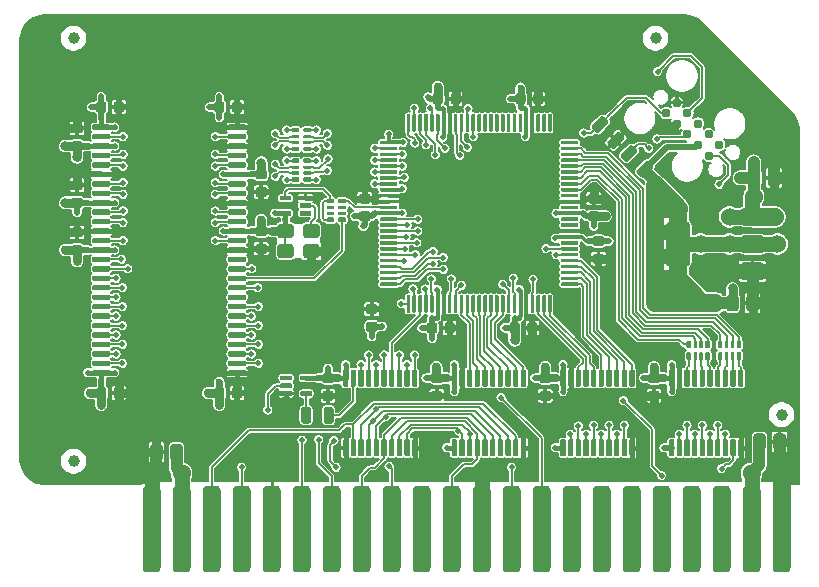
<source format=gtl>
G04 #@! TF.GenerationSoftware,KiCad,Pcbnew,(5.1.5-0-10_14)*
G04 #@! TF.CreationDate,2020-07-05T22:44:07-04:00*
G04 #@! TF.ProjectId,RAM2GS,52414d32-4753-42e6-9b69-6361645f7063,rev?*
G04 #@! TF.SameCoordinates,Original*
G04 #@! TF.FileFunction,Copper,L1,Top*
G04 #@! TF.FilePolarity,Positive*
%FSLAX46Y46*%
G04 Gerber Fmt 4.6, Leading zero omitted, Abs format (unit mm)*
G04 Created by KiCad (PCBNEW (5.1.5-0-10_14)) date 2020-07-05 22:44:07*
%MOMM*%
%LPD*%
G04 APERTURE LIST*
%ADD10C,0.100000*%
%ADD11C,2.000000*%
%ADD12C,0.787400*%
%ADD13C,1.000000*%
%ADD14C,0.500000*%
%ADD15C,0.762000*%
%ADD16C,0.800000*%
%ADD17C,0.600000*%
%ADD18C,1.524000*%
%ADD19C,0.508000*%
%ADD20C,0.300000*%
%ADD21C,0.450000*%
%ADD22C,0.508000*%
%ADD23C,0.762000*%
%ADD24C,0.800000*%
%ADD25C,0.500000*%
%ADD26C,0.254000*%
%ADD27C,0.400000*%
%ADD28C,0.600000*%
%ADD29C,1.270000*%
%ADD30C,1.524000*%
%ADD31C,1.000000*%
%ADD32C,0.550000*%
%ADD33C,0.250000*%
%ADD34C,0.150000*%
%ADD35C,0.700000*%
%ADD36C,0.895000*%
G04 APERTURE END LIST*
G04 #@! TA.AperFunction,SMDPad,CuDef*
D10*
G36*
X71159802Y-122300482D02*
G01*
X71169509Y-122301921D01*
X71179028Y-122304306D01*
X71188268Y-122307612D01*
X71197140Y-122311808D01*
X71205557Y-122316853D01*
X71213439Y-122322699D01*
X71220711Y-122329289D01*
X71227301Y-122336561D01*
X71233147Y-122344443D01*
X71238192Y-122352860D01*
X71242388Y-122361732D01*
X71245694Y-122370972D01*
X71248079Y-122380491D01*
X71249518Y-122390198D01*
X71250000Y-122400000D01*
X71250000Y-122600000D01*
X71249518Y-122609802D01*
X71248079Y-122619509D01*
X71245694Y-122629028D01*
X71242388Y-122638268D01*
X71238192Y-122647140D01*
X71233147Y-122655557D01*
X71227301Y-122663439D01*
X71220711Y-122670711D01*
X71213439Y-122677301D01*
X71205557Y-122683147D01*
X71197140Y-122688192D01*
X71188268Y-122692388D01*
X71179028Y-122695694D01*
X71169509Y-122698079D01*
X71159802Y-122699518D01*
X71150000Y-122700000D01*
X70350000Y-122700000D01*
X70340198Y-122699518D01*
X70330491Y-122698079D01*
X70320972Y-122695694D01*
X70311732Y-122692388D01*
X70302860Y-122688192D01*
X70294443Y-122683147D01*
X70286561Y-122677301D01*
X70279289Y-122670711D01*
X70272699Y-122663439D01*
X70266853Y-122655557D01*
X70261808Y-122647140D01*
X70257612Y-122638268D01*
X70254306Y-122629028D01*
X70251921Y-122619509D01*
X70250482Y-122609802D01*
X70250000Y-122600000D01*
X70250000Y-122400000D01*
X70250482Y-122390198D01*
X70251921Y-122380491D01*
X70254306Y-122370972D01*
X70257612Y-122361732D01*
X70261808Y-122352860D01*
X70266853Y-122344443D01*
X70272699Y-122336561D01*
X70279289Y-122329289D01*
X70286561Y-122322699D01*
X70294443Y-122316853D01*
X70302860Y-122311808D01*
X70311732Y-122307612D01*
X70320972Y-122304306D01*
X70330491Y-122301921D01*
X70340198Y-122300482D01*
X70350000Y-122300000D01*
X71150000Y-122300000D01*
X71159802Y-122300482D01*
G37*
G04 #@! TD.AperFunction*
G04 #@! TA.AperFunction,SMDPad,CuDef*
G36*
X71159802Y-123600482D02*
G01*
X71169509Y-123601921D01*
X71179028Y-123604306D01*
X71188268Y-123607612D01*
X71197140Y-123611808D01*
X71205557Y-123616853D01*
X71213439Y-123622699D01*
X71220711Y-123629289D01*
X71227301Y-123636561D01*
X71233147Y-123644443D01*
X71238192Y-123652860D01*
X71242388Y-123661732D01*
X71245694Y-123670972D01*
X71248079Y-123680491D01*
X71249518Y-123690198D01*
X71250000Y-123700000D01*
X71250000Y-123900000D01*
X71249518Y-123909802D01*
X71248079Y-123919509D01*
X71245694Y-123929028D01*
X71242388Y-123938268D01*
X71238192Y-123947140D01*
X71233147Y-123955557D01*
X71227301Y-123963439D01*
X71220711Y-123970711D01*
X71213439Y-123977301D01*
X71205557Y-123983147D01*
X71197140Y-123988192D01*
X71188268Y-123992388D01*
X71179028Y-123995694D01*
X71169509Y-123998079D01*
X71159802Y-123999518D01*
X71150000Y-124000000D01*
X70350000Y-124000000D01*
X70340198Y-123999518D01*
X70330491Y-123998079D01*
X70320972Y-123995694D01*
X70311732Y-123992388D01*
X70302860Y-123988192D01*
X70294443Y-123983147D01*
X70286561Y-123977301D01*
X70279289Y-123970711D01*
X70272699Y-123963439D01*
X70266853Y-123955557D01*
X70261808Y-123947140D01*
X70257612Y-123938268D01*
X70254306Y-123929028D01*
X70251921Y-123919509D01*
X70250482Y-123909802D01*
X70250000Y-123900000D01*
X70250000Y-123700000D01*
X70250482Y-123690198D01*
X70251921Y-123680491D01*
X70254306Y-123670972D01*
X70257612Y-123661732D01*
X70261808Y-123652860D01*
X70266853Y-123644443D01*
X70272699Y-123636561D01*
X70279289Y-123629289D01*
X70286561Y-123622699D01*
X70294443Y-123616853D01*
X70302860Y-123611808D01*
X70311732Y-123607612D01*
X70320972Y-123604306D01*
X70330491Y-123601921D01*
X70340198Y-123600482D01*
X70350000Y-123600000D01*
X71150000Y-123600000D01*
X71159802Y-123600482D01*
G37*
G04 #@! TD.AperFunction*
G04 #@! TA.AperFunction,SMDPad,CuDef*
G36*
X69459802Y-122950482D02*
G01*
X69469509Y-122951921D01*
X69479028Y-122954306D01*
X69488268Y-122957612D01*
X69497140Y-122961808D01*
X69505557Y-122966853D01*
X69513439Y-122972699D01*
X69520711Y-122979289D01*
X69527301Y-122986561D01*
X69533147Y-122994443D01*
X69538192Y-123002860D01*
X69542388Y-123011732D01*
X69545694Y-123020972D01*
X69548079Y-123030491D01*
X69549518Y-123040198D01*
X69550000Y-123050000D01*
X69550000Y-123250000D01*
X69549518Y-123259802D01*
X69548079Y-123269509D01*
X69545694Y-123279028D01*
X69542388Y-123288268D01*
X69538192Y-123297140D01*
X69533147Y-123305557D01*
X69527301Y-123313439D01*
X69520711Y-123320711D01*
X69513439Y-123327301D01*
X69505557Y-123333147D01*
X69497140Y-123338192D01*
X69488268Y-123342388D01*
X69479028Y-123345694D01*
X69469509Y-123348079D01*
X69459802Y-123349518D01*
X69450000Y-123350000D01*
X68650000Y-123350000D01*
X68640198Y-123349518D01*
X68630491Y-123348079D01*
X68620972Y-123345694D01*
X68611732Y-123342388D01*
X68602860Y-123338192D01*
X68594443Y-123333147D01*
X68586561Y-123327301D01*
X68579289Y-123320711D01*
X68572699Y-123313439D01*
X68566853Y-123305557D01*
X68561808Y-123297140D01*
X68557612Y-123288268D01*
X68554306Y-123279028D01*
X68551921Y-123269509D01*
X68550482Y-123259802D01*
X68550000Y-123250000D01*
X68550000Y-123050000D01*
X68550482Y-123040198D01*
X68551921Y-123030491D01*
X68554306Y-123020972D01*
X68557612Y-123011732D01*
X68561808Y-123002860D01*
X68566853Y-122994443D01*
X68572699Y-122986561D01*
X68579289Y-122979289D01*
X68586561Y-122972699D01*
X68594443Y-122966853D01*
X68602860Y-122961808D01*
X68611732Y-122957612D01*
X68620972Y-122954306D01*
X68630491Y-122951921D01*
X68640198Y-122950482D01*
X68650000Y-122950000D01*
X69450000Y-122950000D01*
X69459802Y-122950482D01*
G37*
G04 #@! TD.AperFunction*
G04 #@! TA.AperFunction,SMDPad,CuDef*
G36*
X69459802Y-122300482D02*
G01*
X69469509Y-122301921D01*
X69479028Y-122304306D01*
X69488268Y-122307612D01*
X69497140Y-122311808D01*
X69505557Y-122316853D01*
X69513439Y-122322699D01*
X69520711Y-122329289D01*
X69527301Y-122336561D01*
X69533147Y-122344443D01*
X69538192Y-122352860D01*
X69542388Y-122361732D01*
X69545694Y-122370972D01*
X69548079Y-122380491D01*
X69549518Y-122390198D01*
X69550000Y-122400000D01*
X69550000Y-122600000D01*
X69549518Y-122609802D01*
X69548079Y-122619509D01*
X69545694Y-122629028D01*
X69542388Y-122638268D01*
X69538192Y-122647140D01*
X69533147Y-122655557D01*
X69527301Y-122663439D01*
X69520711Y-122670711D01*
X69513439Y-122677301D01*
X69505557Y-122683147D01*
X69497140Y-122688192D01*
X69488268Y-122692388D01*
X69479028Y-122695694D01*
X69469509Y-122698079D01*
X69459802Y-122699518D01*
X69450000Y-122700000D01*
X68650000Y-122700000D01*
X68640198Y-122699518D01*
X68630491Y-122698079D01*
X68620972Y-122695694D01*
X68611732Y-122692388D01*
X68602860Y-122688192D01*
X68594443Y-122683147D01*
X68586561Y-122677301D01*
X68579289Y-122670711D01*
X68572699Y-122663439D01*
X68566853Y-122655557D01*
X68561808Y-122647140D01*
X68557612Y-122638268D01*
X68554306Y-122629028D01*
X68551921Y-122619509D01*
X68550482Y-122609802D01*
X68550000Y-122600000D01*
X68550000Y-122400000D01*
X68550482Y-122390198D01*
X68551921Y-122380491D01*
X68554306Y-122370972D01*
X68557612Y-122361732D01*
X68561808Y-122352860D01*
X68566853Y-122344443D01*
X68572699Y-122336561D01*
X68579289Y-122329289D01*
X68586561Y-122322699D01*
X68594443Y-122316853D01*
X68602860Y-122311808D01*
X68611732Y-122307612D01*
X68620972Y-122304306D01*
X68630491Y-122301921D01*
X68640198Y-122300482D01*
X68650000Y-122300000D01*
X69450000Y-122300000D01*
X69459802Y-122300482D01*
G37*
G04 #@! TD.AperFunction*
G04 #@! TA.AperFunction,SMDPad,CuDef*
G36*
X69459802Y-123600482D02*
G01*
X69469509Y-123601921D01*
X69479028Y-123604306D01*
X69488268Y-123607612D01*
X69497140Y-123611808D01*
X69505557Y-123616853D01*
X69513439Y-123622699D01*
X69520711Y-123629289D01*
X69527301Y-123636561D01*
X69533147Y-123644443D01*
X69538192Y-123652860D01*
X69542388Y-123661732D01*
X69545694Y-123670972D01*
X69548079Y-123680491D01*
X69549518Y-123690198D01*
X69550000Y-123700000D01*
X69550000Y-123900000D01*
X69549518Y-123909802D01*
X69548079Y-123919509D01*
X69545694Y-123929028D01*
X69542388Y-123938268D01*
X69538192Y-123947140D01*
X69533147Y-123955557D01*
X69527301Y-123963439D01*
X69520711Y-123970711D01*
X69513439Y-123977301D01*
X69505557Y-123983147D01*
X69497140Y-123988192D01*
X69488268Y-123992388D01*
X69479028Y-123995694D01*
X69469509Y-123998079D01*
X69459802Y-123999518D01*
X69450000Y-124000000D01*
X68650000Y-124000000D01*
X68640198Y-123999518D01*
X68630491Y-123998079D01*
X68620972Y-123995694D01*
X68611732Y-123992388D01*
X68602860Y-123988192D01*
X68594443Y-123983147D01*
X68586561Y-123977301D01*
X68579289Y-123970711D01*
X68572699Y-123963439D01*
X68566853Y-123955557D01*
X68561808Y-123947140D01*
X68557612Y-123938268D01*
X68554306Y-123929028D01*
X68551921Y-123919509D01*
X68550482Y-123909802D01*
X68550000Y-123900000D01*
X68550000Y-123700000D01*
X68550482Y-123690198D01*
X68551921Y-123680491D01*
X68554306Y-123670972D01*
X68557612Y-123661732D01*
X68561808Y-123652860D01*
X68566853Y-123644443D01*
X68572699Y-123636561D01*
X68579289Y-123629289D01*
X68586561Y-123622699D01*
X68594443Y-123616853D01*
X68602860Y-123611808D01*
X68611732Y-123607612D01*
X68620972Y-123604306D01*
X68630491Y-123601921D01*
X68640198Y-123600482D01*
X68650000Y-123600000D01*
X69450000Y-123600000D01*
X69459802Y-123600482D01*
G37*
G04 #@! TD.AperFunction*
G04 #@! TA.AperFunction,SMDPad,CuDef*
G36*
X69409802Y-108350482D02*
G01*
X69419509Y-108351921D01*
X69429028Y-108354306D01*
X69438268Y-108357612D01*
X69447140Y-108361808D01*
X69455557Y-108366853D01*
X69463439Y-108372699D01*
X69470711Y-108379289D01*
X69477301Y-108386561D01*
X69483147Y-108394443D01*
X69488192Y-108402860D01*
X69492388Y-108411732D01*
X69495694Y-108420972D01*
X69498079Y-108430491D01*
X69499518Y-108440198D01*
X69500000Y-108450000D01*
X69500000Y-108650000D01*
X69499518Y-108659802D01*
X69498079Y-108669509D01*
X69495694Y-108679028D01*
X69492388Y-108688268D01*
X69488192Y-108697140D01*
X69483147Y-108705557D01*
X69477301Y-108713439D01*
X69470711Y-108720711D01*
X69463439Y-108727301D01*
X69455557Y-108733147D01*
X69447140Y-108738192D01*
X69438268Y-108742388D01*
X69429028Y-108745694D01*
X69419509Y-108748079D01*
X69409802Y-108749518D01*
X69400000Y-108750000D01*
X68600000Y-108750000D01*
X68590198Y-108749518D01*
X68580491Y-108748079D01*
X68570972Y-108745694D01*
X68561732Y-108742388D01*
X68552860Y-108738192D01*
X68544443Y-108733147D01*
X68536561Y-108727301D01*
X68529289Y-108720711D01*
X68522699Y-108713439D01*
X68516853Y-108705557D01*
X68511808Y-108697140D01*
X68507612Y-108688268D01*
X68504306Y-108679028D01*
X68501921Y-108669509D01*
X68500482Y-108659802D01*
X68500000Y-108650000D01*
X68500000Y-108450000D01*
X68500482Y-108440198D01*
X68501921Y-108430491D01*
X68504306Y-108420972D01*
X68507612Y-108411732D01*
X68511808Y-108402860D01*
X68516853Y-108394443D01*
X68522699Y-108386561D01*
X68529289Y-108379289D01*
X68536561Y-108372699D01*
X68544443Y-108366853D01*
X68552860Y-108361808D01*
X68561732Y-108357612D01*
X68570972Y-108354306D01*
X68580491Y-108351921D01*
X68590198Y-108350482D01*
X68600000Y-108350000D01*
X69400000Y-108350000D01*
X69409802Y-108350482D01*
G37*
G04 #@! TD.AperFunction*
G04 #@! TA.AperFunction,SMDPad,CuDef*
G36*
X69409802Y-107050482D02*
G01*
X69419509Y-107051921D01*
X69429028Y-107054306D01*
X69438268Y-107057612D01*
X69447140Y-107061808D01*
X69455557Y-107066853D01*
X69463439Y-107072699D01*
X69470711Y-107079289D01*
X69477301Y-107086561D01*
X69483147Y-107094443D01*
X69488192Y-107102860D01*
X69492388Y-107111732D01*
X69495694Y-107120972D01*
X69498079Y-107130491D01*
X69499518Y-107140198D01*
X69500000Y-107150000D01*
X69500000Y-107350000D01*
X69499518Y-107359802D01*
X69498079Y-107369509D01*
X69495694Y-107379028D01*
X69492388Y-107388268D01*
X69488192Y-107397140D01*
X69483147Y-107405557D01*
X69477301Y-107413439D01*
X69470711Y-107420711D01*
X69463439Y-107427301D01*
X69455557Y-107433147D01*
X69447140Y-107438192D01*
X69438268Y-107442388D01*
X69429028Y-107445694D01*
X69419509Y-107448079D01*
X69409802Y-107449518D01*
X69400000Y-107450000D01*
X68600000Y-107450000D01*
X68590198Y-107449518D01*
X68580491Y-107448079D01*
X68570972Y-107445694D01*
X68561732Y-107442388D01*
X68552860Y-107438192D01*
X68544443Y-107433147D01*
X68536561Y-107427301D01*
X68529289Y-107420711D01*
X68522699Y-107413439D01*
X68516853Y-107405557D01*
X68511808Y-107397140D01*
X68507612Y-107388268D01*
X68504306Y-107379028D01*
X68501921Y-107369509D01*
X68500482Y-107359802D01*
X68500000Y-107350000D01*
X68500000Y-107150000D01*
X68500482Y-107140198D01*
X68501921Y-107130491D01*
X68504306Y-107120972D01*
X68507612Y-107111732D01*
X68511808Y-107102860D01*
X68516853Y-107094443D01*
X68522699Y-107086561D01*
X68529289Y-107079289D01*
X68536561Y-107072699D01*
X68544443Y-107066853D01*
X68552860Y-107061808D01*
X68561732Y-107057612D01*
X68570972Y-107054306D01*
X68580491Y-107051921D01*
X68590198Y-107050482D01*
X68600000Y-107050000D01*
X69400000Y-107050000D01*
X69409802Y-107050482D01*
G37*
G04 #@! TD.AperFunction*
G04 #@! TA.AperFunction,SMDPad,CuDef*
G36*
X71109802Y-107700482D02*
G01*
X71119509Y-107701921D01*
X71129028Y-107704306D01*
X71138268Y-107707612D01*
X71147140Y-107711808D01*
X71155557Y-107716853D01*
X71163439Y-107722699D01*
X71170711Y-107729289D01*
X71177301Y-107736561D01*
X71183147Y-107744443D01*
X71188192Y-107752860D01*
X71192388Y-107761732D01*
X71195694Y-107770972D01*
X71198079Y-107780491D01*
X71199518Y-107790198D01*
X71200000Y-107800000D01*
X71200000Y-108000000D01*
X71199518Y-108009802D01*
X71198079Y-108019509D01*
X71195694Y-108029028D01*
X71192388Y-108038268D01*
X71188192Y-108047140D01*
X71183147Y-108055557D01*
X71177301Y-108063439D01*
X71170711Y-108070711D01*
X71163439Y-108077301D01*
X71155557Y-108083147D01*
X71147140Y-108088192D01*
X71138268Y-108092388D01*
X71129028Y-108095694D01*
X71119509Y-108098079D01*
X71109802Y-108099518D01*
X71100000Y-108100000D01*
X70300000Y-108100000D01*
X70290198Y-108099518D01*
X70280491Y-108098079D01*
X70270972Y-108095694D01*
X70261732Y-108092388D01*
X70252860Y-108088192D01*
X70244443Y-108083147D01*
X70236561Y-108077301D01*
X70229289Y-108070711D01*
X70222699Y-108063439D01*
X70216853Y-108055557D01*
X70211808Y-108047140D01*
X70207612Y-108038268D01*
X70204306Y-108029028D01*
X70201921Y-108019509D01*
X70200482Y-108009802D01*
X70200000Y-108000000D01*
X70200000Y-107800000D01*
X70200482Y-107790198D01*
X70201921Y-107780491D01*
X70204306Y-107770972D01*
X70207612Y-107761732D01*
X70211808Y-107752860D01*
X70216853Y-107744443D01*
X70222699Y-107736561D01*
X70229289Y-107729289D01*
X70236561Y-107722699D01*
X70244443Y-107716853D01*
X70252860Y-107711808D01*
X70261732Y-107707612D01*
X70270972Y-107704306D01*
X70280491Y-107701921D01*
X70290198Y-107700482D01*
X70300000Y-107700000D01*
X71100000Y-107700000D01*
X71109802Y-107700482D01*
G37*
G04 #@! TD.AperFunction*
G04 #@! TA.AperFunction,SMDPad,CuDef*
G36*
X71109802Y-108350482D02*
G01*
X71119509Y-108351921D01*
X71129028Y-108354306D01*
X71138268Y-108357612D01*
X71147140Y-108361808D01*
X71155557Y-108366853D01*
X71163439Y-108372699D01*
X71170711Y-108379289D01*
X71177301Y-108386561D01*
X71183147Y-108394443D01*
X71188192Y-108402860D01*
X71192388Y-108411732D01*
X71195694Y-108420972D01*
X71198079Y-108430491D01*
X71199518Y-108440198D01*
X71200000Y-108450000D01*
X71200000Y-108650000D01*
X71199518Y-108659802D01*
X71198079Y-108669509D01*
X71195694Y-108679028D01*
X71192388Y-108688268D01*
X71188192Y-108697140D01*
X71183147Y-108705557D01*
X71177301Y-108713439D01*
X71170711Y-108720711D01*
X71163439Y-108727301D01*
X71155557Y-108733147D01*
X71147140Y-108738192D01*
X71138268Y-108742388D01*
X71129028Y-108745694D01*
X71119509Y-108748079D01*
X71109802Y-108749518D01*
X71100000Y-108750000D01*
X70300000Y-108750000D01*
X70290198Y-108749518D01*
X70280491Y-108748079D01*
X70270972Y-108745694D01*
X70261732Y-108742388D01*
X70252860Y-108738192D01*
X70244443Y-108733147D01*
X70236561Y-108727301D01*
X70229289Y-108720711D01*
X70222699Y-108713439D01*
X70216853Y-108705557D01*
X70211808Y-108697140D01*
X70207612Y-108688268D01*
X70204306Y-108679028D01*
X70201921Y-108669509D01*
X70200482Y-108659802D01*
X70200000Y-108650000D01*
X70200000Y-108450000D01*
X70200482Y-108440198D01*
X70201921Y-108430491D01*
X70204306Y-108420972D01*
X70207612Y-108411732D01*
X70211808Y-108402860D01*
X70216853Y-108394443D01*
X70222699Y-108386561D01*
X70229289Y-108379289D01*
X70236561Y-108372699D01*
X70244443Y-108366853D01*
X70252860Y-108361808D01*
X70261732Y-108357612D01*
X70270972Y-108354306D01*
X70280491Y-108351921D01*
X70290198Y-108350482D01*
X70300000Y-108350000D01*
X71100000Y-108350000D01*
X71109802Y-108350482D01*
G37*
G04 #@! TD.AperFunction*
G04 #@! TA.AperFunction,SMDPad,CuDef*
G36*
X71109802Y-107050482D02*
G01*
X71119509Y-107051921D01*
X71129028Y-107054306D01*
X71138268Y-107057612D01*
X71147140Y-107061808D01*
X71155557Y-107066853D01*
X71163439Y-107072699D01*
X71170711Y-107079289D01*
X71177301Y-107086561D01*
X71183147Y-107094443D01*
X71188192Y-107102860D01*
X71192388Y-107111732D01*
X71195694Y-107120972D01*
X71198079Y-107130491D01*
X71199518Y-107140198D01*
X71200000Y-107150000D01*
X71200000Y-107350000D01*
X71199518Y-107359802D01*
X71198079Y-107369509D01*
X71195694Y-107379028D01*
X71192388Y-107388268D01*
X71188192Y-107397140D01*
X71183147Y-107405557D01*
X71177301Y-107413439D01*
X71170711Y-107420711D01*
X71163439Y-107427301D01*
X71155557Y-107433147D01*
X71147140Y-107438192D01*
X71138268Y-107442388D01*
X71129028Y-107445694D01*
X71119509Y-107448079D01*
X71109802Y-107449518D01*
X71100000Y-107450000D01*
X70300000Y-107450000D01*
X70290198Y-107449518D01*
X70280491Y-107448079D01*
X70270972Y-107445694D01*
X70261732Y-107442388D01*
X70252860Y-107438192D01*
X70244443Y-107433147D01*
X70236561Y-107427301D01*
X70229289Y-107420711D01*
X70222699Y-107413439D01*
X70216853Y-107405557D01*
X70211808Y-107397140D01*
X70207612Y-107388268D01*
X70204306Y-107379028D01*
X70201921Y-107369509D01*
X70200482Y-107359802D01*
X70200000Y-107350000D01*
X70200000Y-107150000D01*
X70200482Y-107140198D01*
X70201921Y-107130491D01*
X70204306Y-107120972D01*
X70207612Y-107111732D01*
X70211808Y-107102860D01*
X70216853Y-107094443D01*
X70222699Y-107086561D01*
X70229289Y-107079289D01*
X70236561Y-107072699D01*
X70244443Y-107066853D01*
X70252860Y-107061808D01*
X70261732Y-107057612D01*
X70270972Y-107054306D01*
X70280491Y-107051921D01*
X70290198Y-107050482D01*
X70300000Y-107050000D01*
X71100000Y-107050000D01*
X71109802Y-107050482D01*
G37*
G04 #@! TD.AperFunction*
G04 #@! TA.AperFunction,SMDPad,CuDef*
G36*
X73034802Y-107300482D02*
G01*
X73044509Y-107301921D01*
X73054028Y-107304306D01*
X73063268Y-107307612D01*
X73072140Y-107311808D01*
X73080557Y-107316853D01*
X73088439Y-107322699D01*
X73095711Y-107329289D01*
X73102301Y-107336561D01*
X73108147Y-107344443D01*
X73113192Y-107352860D01*
X73117388Y-107361732D01*
X73120694Y-107370972D01*
X73123079Y-107380491D01*
X73124518Y-107390198D01*
X73125000Y-107400000D01*
X73125000Y-107600000D01*
X73124518Y-107609802D01*
X73123079Y-107619509D01*
X73120694Y-107629028D01*
X73117388Y-107638268D01*
X73113192Y-107647140D01*
X73108147Y-107655557D01*
X73102301Y-107663439D01*
X73095711Y-107670711D01*
X73088439Y-107677301D01*
X73080557Y-107683147D01*
X73072140Y-107688192D01*
X73063268Y-107692388D01*
X73054028Y-107695694D01*
X73044509Y-107698079D01*
X73034802Y-107699518D01*
X73025000Y-107700000D01*
X72575000Y-107700000D01*
X72565198Y-107699518D01*
X72555491Y-107698079D01*
X72545972Y-107695694D01*
X72536732Y-107692388D01*
X72527860Y-107688192D01*
X72519443Y-107683147D01*
X72511561Y-107677301D01*
X72504289Y-107670711D01*
X72497699Y-107663439D01*
X72491853Y-107655557D01*
X72486808Y-107647140D01*
X72482612Y-107638268D01*
X72479306Y-107629028D01*
X72476921Y-107619509D01*
X72475482Y-107609802D01*
X72475000Y-107600000D01*
X72475000Y-107400000D01*
X72475482Y-107390198D01*
X72476921Y-107380491D01*
X72479306Y-107370972D01*
X72482612Y-107361732D01*
X72486808Y-107352860D01*
X72491853Y-107344443D01*
X72497699Y-107336561D01*
X72504289Y-107329289D01*
X72511561Y-107322699D01*
X72519443Y-107316853D01*
X72527860Y-107311808D01*
X72536732Y-107307612D01*
X72545972Y-107304306D01*
X72555491Y-107301921D01*
X72565198Y-107300482D01*
X72575000Y-107300000D01*
X73025000Y-107300000D01*
X73034802Y-107300482D01*
G37*
G04 #@! TD.AperFunction*
G04 #@! TA.AperFunction,SMDPad,CuDef*
G36*
X73057351Y-108400361D02*
G01*
X73064632Y-108401441D01*
X73071771Y-108403229D01*
X73078701Y-108405709D01*
X73085355Y-108408856D01*
X73091668Y-108412640D01*
X73097579Y-108417024D01*
X73103033Y-108421967D01*
X73107976Y-108427421D01*
X73112360Y-108433332D01*
X73116144Y-108439645D01*
X73119291Y-108446299D01*
X73121771Y-108453229D01*
X73123559Y-108460368D01*
X73124639Y-108467649D01*
X73125000Y-108475000D01*
X73125000Y-108625000D01*
X73124639Y-108632351D01*
X73123559Y-108639632D01*
X73121771Y-108646771D01*
X73119291Y-108653701D01*
X73116144Y-108660355D01*
X73112360Y-108666668D01*
X73107976Y-108672579D01*
X73103033Y-108678033D01*
X73097579Y-108682976D01*
X73091668Y-108687360D01*
X73085355Y-108691144D01*
X73078701Y-108694291D01*
X73071771Y-108696771D01*
X73064632Y-108698559D01*
X73057351Y-108699639D01*
X73050000Y-108700000D01*
X72550000Y-108700000D01*
X72542649Y-108699639D01*
X72535368Y-108698559D01*
X72528229Y-108696771D01*
X72521299Y-108694291D01*
X72514645Y-108691144D01*
X72508332Y-108687360D01*
X72502421Y-108682976D01*
X72496967Y-108678033D01*
X72492024Y-108672579D01*
X72487640Y-108666668D01*
X72483856Y-108660355D01*
X72480709Y-108653701D01*
X72478229Y-108646771D01*
X72476441Y-108639632D01*
X72475361Y-108632351D01*
X72475000Y-108625000D01*
X72475000Y-108475000D01*
X72475361Y-108467649D01*
X72476441Y-108460368D01*
X72478229Y-108453229D01*
X72480709Y-108446299D01*
X72483856Y-108439645D01*
X72487640Y-108433332D01*
X72492024Y-108427421D01*
X72496967Y-108421967D01*
X72502421Y-108417024D01*
X72508332Y-108412640D01*
X72514645Y-108408856D01*
X72521299Y-108405709D01*
X72528229Y-108403229D01*
X72535368Y-108401441D01*
X72542649Y-108400361D01*
X72550000Y-108400000D01*
X73050000Y-108400000D01*
X73057351Y-108400361D01*
G37*
G04 #@! TD.AperFunction*
G04 #@! TA.AperFunction,SMDPad,CuDef*
G36*
X73057351Y-107900361D02*
G01*
X73064632Y-107901441D01*
X73071771Y-107903229D01*
X73078701Y-107905709D01*
X73085355Y-107908856D01*
X73091668Y-107912640D01*
X73097579Y-107917024D01*
X73103033Y-107921967D01*
X73107976Y-107927421D01*
X73112360Y-107933332D01*
X73116144Y-107939645D01*
X73119291Y-107946299D01*
X73121771Y-107953229D01*
X73123559Y-107960368D01*
X73124639Y-107967649D01*
X73125000Y-107975000D01*
X73125000Y-108125000D01*
X73124639Y-108132351D01*
X73123559Y-108139632D01*
X73121771Y-108146771D01*
X73119291Y-108153701D01*
X73116144Y-108160355D01*
X73112360Y-108166668D01*
X73107976Y-108172579D01*
X73103033Y-108178033D01*
X73097579Y-108182976D01*
X73091668Y-108187360D01*
X73085355Y-108191144D01*
X73078701Y-108194291D01*
X73071771Y-108196771D01*
X73064632Y-108198559D01*
X73057351Y-108199639D01*
X73050000Y-108200000D01*
X72550000Y-108200000D01*
X72542649Y-108199639D01*
X72535368Y-108198559D01*
X72528229Y-108196771D01*
X72521299Y-108194291D01*
X72514645Y-108191144D01*
X72508332Y-108187360D01*
X72502421Y-108182976D01*
X72496967Y-108178033D01*
X72492024Y-108172579D01*
X72487640Y-108166668D01*
X72483856Y-108160355D01*
X72480709Y-108153701D01*
X72478229Y-108146771D01*
X72476441Y-108139632D01*
X72475361Y-108132351D01*
X72475000Y-108125000D01*
X72475000Y-107975000D01*
X72475361Y-107967649D01*
X72476441Y-107960368D01*
X72478229Y-107953229D01*
X72480709Y-107946299D01*
X72483856Y-107939645D01*
X72487640Y-107933332D01*
X72492024Y-107927421D01*
X72496967Y-107921967D01*
X72502421Y-107917024D01*
X72508332Y-107912640D01*
X72514645Y-107908856D01*
X72521299Y-107905709D01*
X72528229Y-107903229D01*
X72535368Y-107901441D01*
X72542649Y-107900361D01*
X72550000Y-107900000D01*
X73050000Y-107900000D01*
X73057351Y-107900361D01*
G37*
G04 #@! TD.AperFunction*
G04 #@! TA.AperFunction,SMDPad,CuDef*
G36*
X73034802Y-108900482D02*
G01*
X73044509Y-108901921D01*
X73054028Y-108904306D01*
X73063268Y-108907612D01*
X73072140Y-108911808D01*
X73080557Y-108916853D01*
X73088439Y-108922699D01*
X73095711Y-108929289D01*
X73102301Y-108936561D01*
X73108147Y-108944443D01*
X73113192Y-108952860D01*
X73117388Y-108961732D01*
X73120694Y-108970972D01*
X73123079Y-108980491D01*
X73124518Y-108990198D01*
X73125000Y-109000000D01*
X73125000Y-109200000D01*
X73124518Y-109209802D01*
X73123079Y-109219509D01*
X73120694Y-109229028D01*
X73117388Y-109238268D01*
X73113192Y-109247140D01*
X73108147Y-109255557D01*
X73102301Y-109263439D01*
X73095711Y-109270711D01*
X73088439Y-109277301D01*
X73080557Y-109283147D01*
X73072140Y-109288192D01*
X73063268Y-109292388D01*
X73054028Y-109295694D01*
X73044509Y-109298079D01*
X73034802Y-109299518D01*
X73025000Y-109300000D01*
X72575000Y-109300000D01*
X72565198Y-109299518D01*
X72555491Y-109298079D01*
X72545972Y-109295694D01*
X72536732Y-109292388D01*
X72527860Y-109288192D01*
X72519443Y-109283147D01*
X72511561Y-109277301D01*
X72504289Y-109270711D01*
X72497699Y-109263439D01*
X72491853Y-109255557D01*
X72486808Y-109247140D01*
X72482612Y-109238268D01*
X72479306Y-109229028D01*
X72476921Y-109219509D01*
X72475482Y-109209802D01*
X72475000Y-109200000D01*
X72475000Y-109000000D01*
X72475482Y-108990198D01*
X72476921Y-108980491D01*
X72479306Y-108970972D01*
X72482612Y-108961732D01*
X72486808Y-108952860D01*
X72491853Y-108944443D01*
X72497699Y-108936561D01*
X72504289Y-108929289D01*
X72511561Y-108922699D01*
X72519443Y-108916853D01*
X72527860Y-108911808D01*
X72536732Y-108907612D01*
X72545972Y-108904306D01*
X72555491Y-108901921D01*
X72565198Y-108900482D01*
X72575000Y-108900000D01*
X73025000Y-108900000D01*
X73034802Y-108900482D01*
G37*
G04 #@! TD.AperFunction*
G04 #@! TA.AperFunction,SMDPad,CuDef*
G36*
X74057351Y-107900361D02*
G01*
X74064632Y-107901441D01*
X74071771Y-107903229D01*
X74078701Y-107905709D01*
X74085355Y-107908856D01*
X74091668Y-107912640D01*
X74097579Y-107917024D01*
X74103033Y-107921967D01*
X74107976Y-107927421D01*
X74112360Y-107933332D01*
X74116144Y-107939645D01*
X74119291Y-107946299D01*
X74121771Y-107953229D01*
X74123559Y-107960368D01*
X74124639Y-107967649D01*
X74125000Y-107975000D01*
X74125000Y-108125000D01*
X74124639Y-108132351D01*
X74123559Y-108139632D01*
X74121771Y-108146771D01*
X74119291Y-108153701D01*
X74116144Y-108160355D01*
X74112360Y-108166668D01*
X74107976Y-108172579D01*
X74103033Y-108178033D01*
X74097579Y-108182976D01*
X74091668Y-108187360D01*
X74085355Y-108191144D01*
X74078701Y-108194291D01*
X74071771Y-108196771D01*
X74064632Y-108198559D01*
X74057351Y-108199639D01*
X74050000Y-108200000D01*
X73550000Y-108200000D01*
X73542649Y-108199639D01*
X73535368Y-108198559D01*
X73528229Y-108196771D01*
X73521299Y-108194291D01*
X73514645Y-108191144D01*
X73508332Y-108187360D01*
X73502421Y-108182976D01*
X73496967Y-108178033D01*
X73492024Y-108172579D01*
X73487640Y-108166668D01*
X73483856Y-108160355D01*
X73480709Y-108153701D01*
X73478229Y-108146771D01*
X73476441Y-108139632D01*
X73475361Y-108132351D01*
X73475000Y-108125000D01*
X73475000Y-107975000D01*
X73475361Y-107967649D01*
X73476441Y-107960368D01*
X73478229Y-107953229D01*
X73480709Y-107946299D01*
X73483856Y-107939645D01*
X73487640Y-107933332D01*
X73492024Y-107927421D01*
X73496967Y-107921967D01*
X73502421Y-107917024D01*
X73508332Y-107912640D01*
X73514645Y-107908856D01*
X73521299Y-107905709D01*
X73528229Y-107903229D01*
X73535368Y-107901441D01*
X73542649Y-107900361D01*
X73550000Y-107900000D01*
X74050000Y-107900000D01*
X74057351Y-107900361D01*
G37*
G04 #@! TD.AperFunction*
G04 #@! TA.AperFunction,SMDPad,CuDef*
G36*
X74034802Y-107300482D02*
G01*
X74044509Y-107301921D01*
X74054028Y-107304306D01*
X74063268Y-107307612D01*
X74072140Y-107311808D01*
X74080557Y-107316853D01*
X74088439Y-107322699D01*
X74095711Y-107329289D01*
X74102301Y-107336561D01*
X74108147Y-107344443D01*
X74113192Y-107352860D01*
X74117388Y-107361732D01*
X74120694Y-107370972D01*
X74123079Y-107380491D01*
X74124518Y-107390198D01*
X74125000Y-107400000D01*
X74125000Y-107600000D01*
X74124518Y-107609802D01*
X74123079Y-107619509D01*
X74120694Y-107629028D01*
X74117388Y-107638268D01*
X74113192Y-107647140D01*
X74108147Y-107655557D01*
X74102301Y-107663439D01*
X74095711Y-107670711D01*
X74088439Y-107677301D01*
X74080557Y-107683147D01*
X74072140Y-107688192D01*
X74063268Y-107692388D01*
X74054028Y-107695694D01*
X74044509Y-107698079D01*
X74034802Y-107699518D01*
X74025000Y-107700000D01*
X73575000Y-107700000D01*
X73565198Y-107699518D01*
X73555491Y-107698079D01*
X73545972Y-107695694D01*
X73536732Y-107692388D01*
X73527860Y-107688192D01*
X73519443Y-107683147D01*
X73511561Y-107677301D01*
X73504289Y-107670711D01*
X73497699Y-107663439D01*
X73491853Y-107655557D01*
X73486808Y-107647140D01*
X73482612Y-107638268D01*
X73479306Y-107629028D01*
X73476921Y-107619509D01*
X73475482Y-107609802D01*
X73475000Y-107600000D01*
X73475000Y-107400000D01*
X73475482Y-107390198D01*
X73476921Y-107380491D01*
X73479306Y-107370972D01*
X73482612Y-107361732D01*
X73486808Y-107352860D01*
X73491853Y-107344443D01*
X73497699Y-107336561D01*
X73504289Y-107329289D01*
X73511561Y-107322699D01*
X73519443Y-107316853D01*
X73527860Y-107311808D01*
X73536732Y-107307612D01*
X73545972Y-107304306D01*
X73555491Y-107301921D01*
X73565198Y-107300482D01*
X73575000Y-107300000D01*
X74025000Y-107300000D01*
X74034802Y-107300482D01*
G37*
G04 #@! TD.AperFunction*
G04 #@! TA.AperFunction,SMDPad,CuDef*
G36*
X74057351Y-108400361D02*
G01*
X74064632Y-108401441D01*
X74071771Y-108403229D01*
X74078701Y-108405709D01*
X74085355Y-108408856D01*
X74091668Y-108412640D01*
X74097579Y-108417024D01*
X74103033Y-108421967D01*
X74107976Y-108427421D01*
X74112360Y-108433332D01*
X74116144Y-108439645D01*
X74119291Y-108446299D01*
X74121771Y-108453229D01*
X74123559Y-108460368D01*
X74124639Y-108467649D01*
X74125000Y-108475000D01*
X74125000Y-108625000D01*
X74124639Y-108632351D01*
X74123559Y-108639632D01*
X74121771Y-108646771D01*
X74119291Y-108653701D01*
X74116144Y-108660355D01*
X74112360Y-108666668D01*
X74107976Y-108672579D01*
X74103033Y-108678033D01*
X74097579Y-108682976D01*
X74091668Y-108687360D01*
X74085355Y-108691144D01*
X74078701Y-108694291D01*
X74071771Y-108696771D01*
X74064632Y-108698559D01*
X74057351Y-108699639D01*
X74050000Y-108700000D01*
X73550000Y-108700000D01*
X73542649Y-108699639D01*
X73535368Y-108698559D01*
X73528229Y-108696771D01*
X73521299Y-108694291D01*
X73514645Y-108691144D01*
X73508332Y-108687360D01*
X73502421Y-108682976D01*
X73496967Y-108678033D01*
X73492024Y-108672579D01*
X73487640Y-108666668D01*
X73483856Y-108660355D01*
X73480709Y-108653701D01*
X73478229Y-108646771D01*
X73476441Y-108639632D01*
X73475361Y-108632351D01*
X73475000Y-108625000D01*
X73475000Y-108475000D01*
X73475361Y-108467649D01*
X73476441Y-108460368D01*
X73478229Y-108453229D01*
X73480709Y-108446299D01*
X73483856Y-108439645D01*
X73487640Y-108433332D01*
X73492024Y-108427421D01*
X73496967Y-108421967D01*
X73502421Y-108417024D01*
X73508332Y-108412640D01*
X73514645Y-108408856D01*
X73521299Y-108405709D01*
X73528229Y-108403229D01*
X73535368Y-108401441D01*
X73542649Y-108400361D01*
X73550000Y-108400000D01*
X74050000Y-108400000D01*
X74057351Y-108400361D01*
G37*
G04 #@! TD.AperFunction*
G04 #@! TA.AperFunction,SMDPad,CuDef*
G36*
X74034802Y-108900482D02*
G01*
X74044509Y-108901921D01*
X74054028Y-108904306D01*
X74063268Y-108907612D01*
X74072140Y-108911808D01*
X74080557Y-108916853D01*
X74088439Y-108922699D01*
X74095711Y-108929289D01*
X74102301Y-108936561D01*
X74108147Y-108944443D01*
X74113192Y-108952860D01*
X74117388Y-108961732D01*
X74120694Y-108970972D01*
X74123079Y-108980491D01*
X74124518Y-108990198D01*
X74125000Y-109000000D01*
X74125000Y-109200000D01*
X74124518Y-109209802D01*
X74123079Y-109219509D01*
X74120694Y-109229028D01*
X74117388Y-109238268D01*
X74113192Y-109247140D01*
X74108147Y-109255557D01*
X74102301Y-109263439D01*
X74095711Y-109270711D01*
X74088439Y-109277301D01*
X74080557Y-109283147D01*
X74072140Y-109288192D01*
X74063268Y-109292388D01*
X74054028Y-109295694D01*
X74044509Y-109298079D01*
X74034802Y-109299518D01*
X74025000Y-109300000D01*
X73575000Y-109300000D01*
X73565198Y-109299518D01*
X73555491Y-109298079D01*
X73545972Y-109295694D01*
X73536732Y-109292388D01*
X73527860Y-109288192D01*
X73519443Y-109283147D01*
X73511561Y-109277301D01*
X73504289Y-109270711D01*
X73497699Y-109263439D01*
X73491853Y-109255557D01*
X73486808Y-109247140D01*
X73482612Y-109238268D01*
X73479306Y-109229028D01*
X73476921Y-109219509D01*
X73475482Y-109209802D01*
X73475000Y-109200000D01*
X73475000Y-109000000D01*
X73475482Y-108990198D01*
X73476921Y-108980491D01*
X73479306Y-108970972D01*
X73482612Y-108961732D01*
X73486808Y-108952860D01*
X73491853Y-108944443D01*
X73497699Y-108936561D01*
X73504289Y-108929289D01*
X73511561Y-108922699D01*
X73519443Y-108916853D01*
X73527860Y-108911808D01*
X73536732Y-108907612D01*
X73545972Y-108904306D01*
X73555491Y-108901921D01*
X73565198Y-108900482D01*
X73575000Y-108900000D01*
X74025000Y-108900000D01*
X74034802Y-108900482D01*
G37*
G04 #@! TD.AperFunction*
G04 #@! TA.AperFunction,SMDPad,CuDef*
G36*
X70084802Y-101300482D02*
G01*
X70094509Y-101301921D01*
X70104028Y-101304306D01*
X70113268Y-101307612D01*
X70122140Y-101311808D01*
X70130557Y-101316853D01*
X70138439Y-101322699D01*
X70145711Y-101329289D01*
X70152301Y-101336561D01*
X70158147Y-101344443D01*
X70163192Y-101352860D01*
X70167388Y-101361732D01*
X70170694Y-101370972D01*
X70173079Y-101380491D01*
X70174518Y-101390198D01*
X70175000Y-101400000D01*
X70175000Y-101600000D01*
X70174518Y-101609802D01*
X70173079Y-101619509D01*
X70170694Y-101629028D01*
X70167388Y-101638268D01*
X70163192Y-101647140D01*
X70158147Y-101655557D01*
X70152301Y-101663439D01*
X70145711Y-101670711D01*
X70138439Y-101677301D01*
X70130557Y-101683147D01*
X70122140Y-101688192D01*
X70113268Y-101692388D01*
X70104028Y-101695694D01*
X70094509Y-101698079D01*
X70084802Y-101699518D01*
X70075000Y-101700000D01*
X69625000Y-101700000D01*
X69615198Y-101699518D01*
X69605491Y-101698079D01*
X69595972Y-101695694D01*
X69586732Y-101692388D01*
X69577860Y-101688192D01*
X69569443Y-101683147D01*
X69561561Y-101677301D01*
X69554289Y-101670711D01*
X69547699Y-101663439D01*
X69541853Y-101655557D01*
X69536808Y-101647140D01*
X69532612Y-101638268D01*
X69529306Y-101629028D01*
X69526921Y-101619509D01*
X69525482Y-101609802D01*
X69525000Y-101600000D01*
X69525000Y-101400000D01*
X69525482Y-101390198D01*
X69526921Y-101380491D01*
X69529306Y-101370972D01*
X69532612Y-101361732D01*
X69536808Y-101352860D01*
X69541853Y-101344443D01*
X69547699Y-101336561D01*
X69554289Y-101329289D01*
X69561561Y-101322699D01*
X69569443Y-101316853D01*
X69577860Y-101311808D01*
X69586732Y-101307612D01*
X69595972Y-101304306D01*
X69605491Y-101301921D01*
X69615198Y-101300482D01*
X69625000Y-101300000D01*
X70075000Y-101300000D01*
X70084802Y-101300482D01*
G37*
G04 #@! TD.AperFunction*
G04 #@! TA.AperFunction,SMDPad,CuDef*
G36*
X70107351Y-102400361D02*
G01*
X70114632Y-102401441D01*
X70121771Y-102403229D01*
X70128701Y-102405709D01*
X70135355Y-102408856D01*
X70141668Y-102412640D01*
X70147579Y-102417024D01*
X70153033Y-102421967D01*
X70157976Y-102427421D01*
X70162360Y-102433332D01*
X70166144Y-102439645D01*
X70169291Y-102446299D01*
X70171771Y-102453229D01*
X70173559Y-102460368D01*
X70174639Y-102467649D01*
X70175000Y-102475000D01*
X70175000Y-102625000D01*
X70174639Y-102632351D01*
X70173559Y-102639632D01*
X70171771Y-102646771D01*
X70169291Y-102653701D01*
X70166144Y-102660355D01*
X70162360Y-102666668D01*
X70157976Y-102672579D01*
X70153033Y-102678033D01*
X70147579Y-102682976D01*
X70141668Y-102687360D01*
X70135355Y-102691144D01*
X70128701Y-102694291D01*
X70121771Y-102696771D01*
X70114632Y-102698559D01*
X70107351Y-102699639D01*
X70100000Y-102700000D01*
X69600000Y-102700000D01*
X69592649Y-102699639D01*
X69585368Y-102698559D01*
X69578229Y-102696771D01*
X69571299Y-102694291D01*
X69564645Y-102691144D01*
X69558332Y-102687360D01*
X69552421Y-102682976D01*
X69546967Y-102678033D01*
X69542024Y-102672579D01*
X69537640Y-102666668D01*
X69533856Y-102660355D01*
X69530709Y-102653701D01*
X69528229Y-102646771D01*
X69526441Y-102639632D01*
X69525361Y-102632351D01*
X69525000Y-102625000D01*
X69525000Y-102475000D01*
X69525361Y-102467649D01*
X69526441Y-102460368D01*
X69528229Y-102453229D01*
X69530709Y-102446299D01*
X69533856Y-102439645D01*
X69537640Y-102433332D01*
X69542024Y-102427421D01*
X69546967Y-102421967D01*
X69552421Y-102417024D01*
X69558332Y-102412640D01*
X69564645Y-102408856D01*
X69571299Y-102405709D01*
X69578229Y-102403229D01*
X69585368Y-102401441D01*
X69592649Y-102400361D01*
X69600000Y-102400000D01*
X70100000Y-102400000D01*
X70107351Y-102400361D01*
G37*
G04 #@! TD.AperFunction*
G04 #@! TA.AperFunction,SMDPad,CuDef*
G36*
X70107351Y-101900361D02*
G01*
X70114632Y-101901441D01*
X70121771Y-101903229D01*
X70128701Y-101905709D01*
X70135355Y-101908856D01*
X70141668Y-101912640D01*
X70147579Y-101917024D01*
X70153033Y-101921967D01*
X70157976Y-101927421D01*
X70162360Y-101933332D01*
X70166144Y-101939645D01*
X70169291Y-101946299D01*
X70171771Y-101953229D01*
X70173559Y-101960368D01*
X70174639Y-101967649D01*
X70175000Y-101975000D01*
X70175000Y-102125000D01*
X70174639Y-102132351D01*
X70173559Y-102139632D01*
X70171771Y-102146771D01*
X70169291Y-102153701D01*
X70166144Y-102160355D01*
X70162360Y-102166668D01*
X70157976Y-102172579D01*
X70153033Y-102178033D01*
X70147579Y-102182976D01*
X70141668Y-102187360D01*
X70135355Y-102191144D01*
X70128701Y-102194291D01*
X70121771Y-102196771D01*
X70114632Y-102198559D01*
X70107351Y-102199639D01*
X70100000Y-102200000D01*
X69600000Y-102200000D01*
X69592649Y-102199639D01*
X69585368Y-102198559D01*
X69578229Y-102196771D01*
X69571299Y-102194291D01*
X69564645Y-102191144D01*
X69558332Y-102187360D01*
X69552421Y-102182976D01*
X69546967Y-102178033D01*
X69542024Y-102172579D01*
X69537640Y-102166668D01*
X69533856Y-102160355D01*
X69530709Y-102153701D01*
X69528229Y-102146771D01*
X69526441Y-102139632D01*
X69525361Y-102132351D01*
X69525000Y-102125000D01*
X69525000Y-101975000D01*
X69525361Y-101967649D01*
X69526441Y-101960368D01*
X69528229Y-101953229D01*
X69530709Y-101946299D01*
X69533856Y-101939645D01*
X69537640Y-101933332D01*
X69542024Y-101927421D01*
X69546967Y-101921967D01*
X69552421Y-101917024D01*
X69558332Y-101912640D01*
X69564645Y-101908856D01*
X69571299Y-101905709D01*
X69578229Y-101903229D01*
X69585368Y-101901441D01*
X69592649Y-101900361D01*
X69600000Y-101900000D01*
X70100000Y-101900000D01*
X70107351Y-101900361D01*
G37*
G04 #@! TD.AperFunction*
G04 #@! TA.AperFunction,SMDPad,CuDef*
G36*
X70084802Y-102900482D02*
G01*
X70094509Y-102901921D01*
X70104028Y-102904306D01*
X70113268Y-102907612D01*
X70122140Y-102911808D01*
X70130557Y-102916853D01*
X70138439Y-102922699D01*
X70145711Y-102929289D01*
X70152301Y-102936561D01*
X70158147Y-102944443D01*
X70163192Y-102952860D01*
X70167388Y-102961732D01*
X70170694Y-102970972D01*
X70173079Y-102980491D01*
X70174518Y-102990198D01*
X70175000Y-103000000D01*
X70175000Y-103200000D01*
X70174518Y-103209802D01*
X70173079Y-103219509D01*
X70170694Y-103229028D01*
X70167388Y-103238268D01*
X70163192Y-103247140D01*
X70158147Y-103255557D01*
X70152301Y-103263439D01*
X70145711Y-103270711D01*
X70138439Y-103277301D01*
X70130557Y-103283147D01*
X70122140Y-103288192D01*
X70113268Y-103292388D01*
X70104028Y-103295694D01*
X70094509Y-103298079D01*
X70084802Y-103299518D01*
X70075000Y-103300000D01*
X69625000Y-103300000D01*
X69615198Y-103299518D01*
X69605491Y-103298079D01*
X69595972Y-103295694D01*
X69586732Y-103292388D01*
X69577860Y-103288192D01*
X69569443Y-103283147D01*
X69561561Y-103277301D01*
X69554289Y-103270711D01*
X69547699Y-103263439D01*
X69541853Y-103255557D01*
X69536808Y-103247140D01*
X69532612Y-103238268D01*
X69529306Y-103229028D01*
X69526921Y-103219509D01*
X69525482Y-103209802D01*
X69525000Y-103200000D01*
X69525000Y-103000000D01*
X69525482Y-102990198D01*
X69526921Y-102980491D01*
X69529306Y-102970972D01*
X69532612Y-102961732D01*
X69536808Y-102952860D01*
X69541853Y-102944443D01*
X69547699Y-102936561D01*
X69554289Y-102929289D01*
X69561561Y-102922699D01*
X69569443Y-102916853D01*
X69577860Y-102911808D01*
X69586732Y-102907612D01*
X69595972Y-102904306D01*
X69605491Y-102901921D01*
X69615198Y-102900482D01*
X69625000Y-102900000D01*
X70075000Y-102900000D01*
X70084802Y-102900482D01*
G37*
G04 #@! TD.AperFunction*
G04 #@! TA.AperFunction,SMDPad,CuDef*
G36*
X71107351Y-101900361D02*
G01*
X71114632Y-101901441D01*
X71121771Y-101903229D01*
X71128701Y-101905709D01*
X71135355Y-101908856D01*
X71141668Y-101912640D01*
X71147579Y-101917024D01*
X71153033Y-101921967D01*
X71157976Y-101927421D01*
X71162360Y-101933332D01*
X71166144Y-101939645D01*
X71169291Y-101946299D01*
X71171771Y-101953229D01*
X71173559Y-101960368D01*
X71174639Y-101967649D01*
X71175000Y-101975000D01*
X71175000Y-102125000D01*
X71174639Y-102132351D01*
X71173559Y-102139632D01*
X71171771Y-102146771D01*
X71169291Y-102153701D01*
X71166144Y-102160355D01*
X71162360Y-102166668D01*
X71157976Y-102172579D01*
X71153033Y-102178033D01*
X71147579Y-102182976D01*
X71141668Y-102187360D01*
X71135355Y-102191144D01*
X71128701Y-102194291D01*
X71121771Y-102196771D01*
X71114632Y-102198559D01*
X71107351Y-102199639D01*
X71100000Y-102200000D01*
X70600000Y-102200000D01*
X70592649Y-102199639D01*
X70585368Y-102198559D01*
X70578229Y-102196771D01*
X70571299Y-102194291D01*
X70564645Y-102191144D01*
X70558332Y-102187360D01*
X70552421Y-102182976D01*
X70546967Y-102178033D01*
X70542024Y-102172579D01*
X70537640Y-102166668D01*
X70533856Y-102160355D01*
X70530709Y-102153701D01*
X70528229Y-102146771D01*
X70526441Y-102139632D01*
X70525361Y-102132351D01*
X70525000Y-102125000D01*
X70525000Y-101975000D01*
X70525361Y-101967649D01*
X70526441Y-101960368D01*
X70528229Y-101953229D01*
X70530709Y-101946299D01*
X70533856Y-101939645D01*
X70537640Y-101933332D01*
X70542024Y-101927421D01*
X70546967Y-101921967D01*
X70552421Y-101917024D01*
X70558332Y-101912640D01*
X70564645Y-101908856D01*
X70571299Y-101905709D01*
X70578229Y-101903229D01*
X70585368Y-101901441D01*
X70592649Y-101900361D01*
X70600000Y-101900000D01*
X71100000Y-101900000D01*
X71107351Y-101900361D01*
G37*
G04 #@! TD.AperFunction*
G04 #@! TA.AperFunction,SMDPad,CuDef*
G36*
X71084802Y-101300482D02*
G01*
X71094509Y-101301921D01*
X71104028Y-101304306D01*
X71113268Y-101307612D01*
X71122140Y-101311808D01*
X71130557Y-101316853D01*
X71138439Y-101322699D01*
X71145711Y-101329289D01*
X71152301Y-101336561D01*
X71158147Y-101344443D01*
X71163192Y-101352860D01*
X71167388Y-101361732D01*
X71170694Y-101370972D01*
X71173079Y-101380491D01*
X71174518Y-101390198D01*
X71175000Y-101400000D01*
X71175000Y-101600000D01*
X71174518Y-101609802D01*
X71173079Y-101619509D01*
X71170694Y-101629028D01*
X71167388Y-101638268D01*
X71163192Y-101647140D01*
X71158147Y-101655557D01*
X71152301Y-101663439D01*
X71145711Y-101670711D01*
X71138439Y-101677301D01*
X71130557Y-101683147D01*
X71122140Y-101688192D01*
X71113268Y-101692388D01*
X71104028Y-101695694D01*
X71094509Y-101698079D01*
X71084802Y-101699518D01*
X71075000Y-101700000D01*
X70625000Y-101700000D01*
X70615198Y-101699518D01*
X70605491Y-101698079D01*
X70595972Y-101695694D01*
X70586732Y-101692388D01*
X70577860Y-101688192D01*
X70569443Y-101683147D01*
X70561561Y-101677301D01*
X70554289Y-101670711D01*
X70547699Y-101663439D01*
X70541853Y-101655557D01*
X70536808Y-101647140D01*
X70532612Y-101638268D01*
X70529306Y-101629028D01*
X70526921Y-101619509D01*
X70525482Y-101609802D01*
X70525000Y-101600000D01*
X70525000Y-101400000D01*
X70525482Y-101390198D01*
X70526921Y-101380491D01*
X70529306Y-101370972D01*
X70532612Y-101361732D01*
X70536808Y-101352860D01*
X70541853Y-101344443D01*
X70547699Y-101336561D01*
X70554289Y-101329289D01*
X70561561Y-101322699D01*
X70569443Y-101316853D01*
X70577860Y-101311808D01*
X70586732Y-101307612D01*
X70595972Y-101304306D01*
X70605491Y-101301921D01*
X70615198Y-101300482D01*
X70625000Y-101300000D01*
X71075000Y-101300000D01*
X71084802Y-101300482D01*
G37*
G04 #@! TD.AperFunction*
G04 #@! TA.AperFunction,SMDPad,CuDef*
G36*
X71107351Y-102400361D02*
G01*
X71114632Y-102401441D01*
X71121771Y-102403229D01*
X71128701Y-102405709D01*
X71135355Y-102408856D01*
X71141668Y-102412640D01*
X71147579Y-102417024D01*
X71153033Y-102421967D01*
X71157976Y-102427421D01*
X71162360Y-102433332D01*
X71166144Y-102439645D01*
X71169291Y-102446299D01*
X71171771Y-102453229D01*
X71173559Y-102460368D01*
X71174639Y-102467649D01*
X71175000Y-102475000D01*
X71175000Y-102625000D01*
X71174639Y-102632351D01*
X71173559Y-102639632D01*
X71171771Y-102646771D01*
X71169291Y-102653701D01*
X71166144Y-102660355D01*
X71162360Y-102666668D01*
X71157976Y-102672579D01*
X71153033Y-102678033D01*
X71147579Y-102682976D01*
X71141668Y-102687360D01*
X71135355Y-102691144D01*
X71128701Y-102694291D01*
X71121771Y-102696771D01*
X71114632Y-102698559D01*
X71107351Y-102699639D01*
X71100000Y-102700000D01*
X70600000Y-102700000D01*
X70592649Y-102699639D01*
X70585368Y-102698559D01*
X70578229Y-102696771D01*
X70571299Y-102694291D01*
X70564645Y-102691144D01*
X70558332Y-102687360D01*
X70552421Y-102682976D01*
X70546967Y-102678033D01*
X70542024Y-102672579D01*
X70537640Y-102666668D01*
X70533856Y-102660355D01*
X70530709Y-102653701D01*
X70528229Y-102646771D01*
X70526441Y-102639632D01*
X70525361Y-102632351D01*
X70525000Y-102625000D01*
X70525000Y-102475000D01*
X70525361Y-102467649D01*
X70526441Y-102460368D01*
X70528229Y-102453229D01*
X70530709Y-102446299D01*
X70533856Y-102439645D01*
X70537640Y-102433332D01*
X70542024Y-102427421D01*
X70546967Y-102421967D01*
X70552421Y-102417024D01*
X70558332Y-102412640D01*
X70564645Y-102408856D01*
X70571299Y-102405709D01*
X70578229Y-102403229D01*
X70585368Y-102401441D01*
X70592649Y-102400361D01*
X70600000Y-102400000D01*
X71100000Y-102400000D01*
X71107351Y-102400361D01*
G37*
G04 #@! TD.AperFunction*
G04 #@! TA.AperFunction,SMDPad,CuDef*
G36*
X71084802Y-102900482D02*
G01*
X71094509Y-102901921D01*
X71104028Y-102904306D01*
X71113268Y-102907612D01*
X71122140Y-102911808D01*
X71130557Y-102916853D01*
X71138439Y-102922699D01*
X71145711Y-102929289D01*
X71152301Y-102936561D01*
X71158147Y-102944443D01*
X71163192Y-102952860D01*
X71167388Y-102961732D01*
X71170694Y-102970972D01*
X71173079Y-102980491D01*
X71174518Y-102990198D01*
X71175000Y-103000000D01*
X71175000Y-103200000D01*
X71174518Y-103209802D01*
X71173079Y-103219509D01*
X71170694Y-103229028D01*
X71167388Y-103238268D01*
X71163192Y-103247140D01*
X71158147Y-103255557D01*
X71152301Y-103263439D01*
X71145711Y-103270711D01*
X71138439Y-103277301D01*
X71130557Y-103283147D01*
X71122140Y-103288192D01*
X71113268Y-103292388D01*
X71104028Y-103295694D01*
X71094509Y-103298079D01*
X71084802Y-103299518D01*
X71075000Y-103300000D01*
X70625000Y-103300000D01*
X70615198Y-103299518D01*
X70605491Y-103298079D01*
X70595972Y-103295694D01*
X70586732Y-103292388D01*
X70577860Y-103288192D01*
X70569443Y-103283147D01*
X70561561Y-103277301D01*
X70554289Y-103270711D01*
X70547699Y-103263439D01*
X70541853Y-103255557D01*
X70536808Y-103247140D01*
X70532612Y-103238268D01*
X70529306Y-103229028D01*
X70526921Y-103219509D01*
X70525482Y-103209802D01*
X70525000Y-103200000D01*
X70525000Y-103000000D01*
X70525482Y-102990198D01*
X70526921Y-102980491D01*
X70529306Y-102970972D01*
X70532612Y-102961732D01*
X70536808Y-102952860D01*
X70541853Y-102944443D01*
X70547699Y-102936561D01*
X70554289Y-102929289D01*
X70561561Y-102922699D01*
X70569443Y-102916853D01*
X70577860Y-102911808D01*
X70586732Y-102907612D01*
X70595972Y-102904306D01*
X70605491Y-102901921D01*
X70615198Y-102900482D01*
X70625000Y-102900000D01*
X71075000Y-102900000D01*
X71084802Y-102900482D01*
G37*
G04 #@! TD.AperFunction*
G04 #@! TA.AperFunction,SMDPad,CuDef*
G36*
X70084802Y-103900482D02*
G01*
X70094509Y-103901921D01*
X70104028Y-103904306D01*
X70113268Y-103907612D01*
X70122140Y-103911808D01*
X70130557Y-103916853D01*
X70138439Y-103922699D01*
X70145711Y-103929289D01*
X70152301Y-103936561D01*
X70158147Y-103944443D01*
X70163192Y-103952860D01*
X70167388Y-103961732D01*
X70170694Y-103970972D01*
X70173079Y-103980491D01*
X70174518Y-103990198D01*
X70175000Y-104000000D01*
X70175000Y-104200000D01*
X70174518Y-104209802D01*
X70173079Y-104219509D01*
X70170694Y-104229028D01*
X70167388Y-104238268D01*
X70163192Y-104247140D01*
X70158147Y-104255557D01*
X70152301Y-104263439D01*
X70145711Y-104270711D01*
X70138439Y-104277301D01*
X70130557Y-104283147D01*
X70122140Y-104288192D01*
X70113268Y-104292388D01*
X70104028Y-104295694D01*
X70094509Y-104298079D01*
X70084802Y-104299518D01*
X70075000Y-104300000D01*
X69625000Y-104300000D01*
X69615198Y-104299518D01*
X69605491Y-104298079D01*
X69595972Y-104295694D01*
X69586732Y-104292388D01*
X69577860Y-104288192D01*
X69569443Y-104283147D01*
X69561561Y-104277301D01*
X69554289Y-104270711D01*
X69547699Y-104263439D01*
X69541853Y-104255557D01*
X69536808Y-104247140D01*
X69532612Y-104238268D01*
X69529306Y-104229028D01*
X69526921Y-104219509D01*
X69525482Y-104209802D01*
X69525000Y-104200000D01*
X69525000Y-104000000D01*
X69525482Y-103990198D01*
X69526921Y-103980491D01*
X69529306Y-103970972D01*
X69532612Y-103961732D01*
X69536808Y-103952860D01*
X69541853Y-103944443D01*
X69547699Y-103936561D01*
X69554289Y-103929289D01*
X69561561Y-103922699D01*
X69569443Y-103916853D01*
X69577860Y-103911808D01*
X69586732Y-103907612D01*
X69595972Y-103904306D01*
X69605491Y-103901921D01*
X69615198Y-103900482D01*
X69625000Y-103900000D01*
X70075000Y-103900000D01*
X70084802Y-103900482D01*
G37*
G04 #@! TD.AperFunction*
G04 #@! TA.AperFunction,SMDPad,CuDef*
G36*
X70107351Y-105000361D02*
G01*
X70114632Y-105001441D01*
X70121771Y-105003229D01*
X70128701Y-105005709D01*
X70135355Y-105008856D01*
X70141668Y-105012640D01*
X70147579Y-105017024D01*
X70153033Y-105021967D01*
X70157976Y-105027421D01*
X70162360Y-105033332D01*
X70166144Y-105039645D01*
X70169291Y-105046299D01*
X70171771Y-105053229D01*
X70173559Y-105060368D01*
X70174639Y-105067649D01*
X70175000Y-105075000D01*
X70175000Y-105225000D01*
X70174639Y-105232351D01*
X70173559Y-105239632D01*
X70171771Y-105246771D01*
X70169291Y-105253701D01*
X70166144Y-105260355D01*
X70162360Y-105266668D01*
X70157976Y-105272579D01*
X70153033Y-105278033D01*
X70147579Y-105282976D01*
X70141668Y-105287360D01*
X70135355Y-105291144D01*
X70128701Y-105294291D01*
X70121771Y-105296771D01*
X70114632Y-105298559D01*
X70107351Y-105299639D01*
X70100000Y-105300000D01*
X69600000Y-105300000D01*
X69592649Y-105299639D01*
X69585368Y-105298559D01*
X69578229Y-105296771D01*
X69571299Y-105294291D01*
X69564645Y-105291144D01*
X69558332Y-105287360D01*
X69552421Y-105282976D01*
X69546967Y-105278033D01*
X69542024Y-105272579D01*
X69537640Y-105266668D01*
X69533856Y-105260355D01*
X69530709Y-105253701D01*
X69528229Y-105246771D01*
X69526441Y-105239632D01*
X69525361Y-105232351D01*
X69525000Y-105225000D01*
X69525000Y-105075000D01*
X69525361Y-105067649D01*
X69526441Y-105060368D01*
X69528229Y-105053229D01*
X69530709Y-105046299D01*
X69533856Y-105039645D01*
X69537640Y-105033332D01*
X69542024Y-105027421D01*
X69546967Y-105021967D01*
X69552421Y-105017024D01*
X69558332Y-105012640D01*
X69564645Y-105008856D01*
X69571299Y-105005709D01*
X69578229Y-105003229D01*
X69585368Y-105001441D01*
X69592649Y-105000361D01*
X69600000Y-105000000D01*
X70100000Y-105000000D01*
X70107351Y-105000361D01*
G37*
G04 #@! TD.AperFunction*
G04 #@! TA.AperFunction,SMDPad,CuDef*
G36*
X70107351Y-104500361D02*
G01*
X70114632Y-104501441D01*
X70121771Y-104503229D01*
X70128701Y-104505709D01*
X70135355Y-104508856D01*
X70141668Y-104512640D01*
X70147579Y-104517024D01*
X70153033Y-104521967D01*
X70157976Y-104527421D01*
X70162360Y-104533332D01*
X70166144Y-104539645D01*
X70169291Y-104546299D01*
X70171771Y-104553229D01*
X70173559Y-104560368D01*
X70174639Y-104567649D01*
X70175000Y-104575000D01*
X70175000Y-104725000D01*
X70174639Y-104732351D01*
X70173559Y-104739632D01*
X70171771Y-104746771D01*
X70169291Y-104753701D01*
X70166144Y-104760355D01*
X70162360Y-104766668D01*
X70157976Y-104772579D01*
X70153033Y-104778033D01*
X70147579Y-104782976D01*
X70141668Y-104787360D01*
X70135355Y-104791144D01*
X70128701Y-104794291D01*
X70121771Y-104796771D01*
X70114632Y-104798559D01*
X70107351Y-104799639D01*
X70100000Y-104800000D01*
X69600000Y-104800000D01*
X69592649Y-104799639D01*
X69585368Y-104798559D01*
X69578229Y-104796771D01*
X69571299Y-104794291D01*
X69564645Y-104791144D01*
X69558332Y-104787360D01*
X69552421Y-104782976D01*
X69546967Y-104778033D01*
X69542024Y-104772579D01*
X69537640Y-104766668D01*
X69533856Y-104760355D01*
X69530709Y-104753701D01*
X69528229Y-104746771D01*
X69526441Y-104739632D01*
X69525361Y-104732351D01*
X69525000Y-104725000D01*
X69525000Y-104575000D01*
X69525361Y-104567649D01*
X69526441Y-104560368D01*
X69528229Y-104553229D01*
X69530709Y-104546299D01*
X69533856Y-104539645D01*
X69537640Y-104533332D01*
X69542024Y-104527421D01*
X69546967Y-104521967D01*
X69552421Y-104517024D01*
X69558332Y-104512640D01*
X69564645Y-104508856D01*
X69571299Y-104505709D01*
X69578229Y-104503229D01*
X69585368Y-104501441D01*
X69592649Y-104500361D01*
X69600000Y-104500000D01*
X70100000Y-104500000D01*
X70107351Y-104500361D01*
G37*
G04 #@! TD.AperFunction*
G04 #@! TA.AperFunction,SMDPad,CuDef*
G36*
X70084802Y-105500482D02*
G01*
X70094509Y-105501921D01*
X70104028Y-105504306D01*
X70113268Y-105507612D01*
X70122140Y-105511808D01*
X70130557Y-105516853D01*
X70138439Y-105522699D01*
X70145711Y-105529289D01*
X70152301Y-105536561D01*
X70158147Y-105544443D01*
X70163192Y-105552860D01*
X70167388Y-105561732D01*
X70170694Y-105570972D01*
X70173079Y-105580491D01*
X70174518Y-105590198D01*
X70175000Y-105600000D01*
X70175000Y-105800000D01*
X70174518Y-105809802D01*
X70173079Y-105819509D01*
X70170694Y-105829028D01*
X70167388Y-105838268D01*
X70163192Y-105847140D01*
X70158147Y-105855557D01*
X70152301Y-105863439D01*
X70145711Y-105870711D01*
X70138439Y-105877301D01*
X70130557Y-105883147D01*
X70122140Y-105888192D01*
X70113268Y-105892388D01*
X70104028Y-105895694D01*
X70094509Y-105898079D01*
X70084802Y-105899518D01*
X70075000Y-105900000D01*
X69625000Y-105900000D01*
X69615198Y-105899518D01*
X69605491Y-105898079D01*
X69595972Y-105895694D01*
X69586732Y-105892388D01*
X69577860Y-105888192D01*
X69569443Y-105883147D01*
X69561561Y-105877301D01*
X69554289Y-105870711D01*
X69547699Y-105863439D01*
X69541853Y-105855557D01*
X69536808Y-105847140D01*
X69532612Y-105838268D01*
X69529306Y-105829028D01*
X69526921Y-105819509D01*
X69525482Y-105809802D01*
X69525000Y-105800000D01*
X69525000Y-105600000D01*
X69525482Y-105590198D01*
X69526921Y-105580491D01*
X69529306Y-105570972D01*
X69532612Y-105561732D01*
X69536808Y-105552860D01*
X69541853Y-105544443D01*
X69547699Y-105536561D01*
X69554289Y-105529289D01*
X69561561Y-105522699D01*
X69569443Y-105516853D01*
X69577860Y-105511808D01*
X69586732Y-105507612D01*
X69595972Y-105504306D01*
X69605491Y-105501921D01*
X69615198Y-105500482D01*
X69625000Y-105500000D01*
X70075000Y-105500000D01*
X70084802Y-105500482D01*
G37*
G04 #@! TD.AperFunction*
G04 #@! TA.AperFunction,SMDPad,CuDef*
G36*
X71107351Y-104500361D02*
G01*
X71114632Y-104501441D01*
X71121771Y-104503229D01*
X71128701Y-104505709D01*
X71135355Y-104508856D01*
X71141668Y-104512640D01*
X71147579Y-104517024D01*
X71153033Y-104521967D01*
X71157976Y-104527421D01*
X71162360Y-104533332D01*
X71166144Y-104539645D01*
X71169291Y-104546299D01*
X71171771Y-104553229D01*
X71173559Y-104560368D01*
X71174639Y-104567649D01*
X71175000Y-104575000D01*
X71175000Y-104725000D01*
X71174639Y-104732351D01*
X71173559Y-104739632D01*
X71171771Y-104746771D01*
X71169291Y-104753701D01*
X71166144Y-104760355D01*
X71162360Y-104766668D01*
X71157976Y-104772579D01*
X71153033Y-104778033D01*
X71147579Y-104782976D01*
X71141668Y-104787360D01*
X71135355Y-104791144D01*
X71128701Y-104794291D01*
X71121771Y-104796771D01*
X71114632Y-104798559D01*
X71107351Y-104799639D01*
X71100000Y-104800000D01*
X70600000Y-104800000D01*
X70592649Y-104799639D01*
X70585368Y-104798559D01*
X70578229Y-104796771D01*
X70571299Y-104794291D01*
X70564645Y-104791144D01*
X70558332Y-104787360D01*
X70552421Y-104782976D01*
X70546967Y-104778033D01*
X70542024Y-104772579D01*
X70537640Y-104766668D01*
X70533856Y-104760355D01*
X70530709Y-104753701D01*
X70528229Y-104746771D01*
X70526441Y-104739632D01*
X70525361Y-104732351D01*
X70525000Y-104725000D01*
X70525000Y-104575000D01*
X70525361Y-104567649D01*
X70526441Y-104560368D01*
X70528229Y-104553229D01*
X70530709Y-104546299D01*
X70533856Y-104539645D01*
X70537640Y-104533332D01*
X70542024Y-104527421D01*
X70546967Y-104521967D01*
X70552421Y-104517024D01*
X70558332Y-104512640D01*
X70564645Y-104508856D01*
X70571299Y-104505709D01*
X70578229Y-104503229D01*
X70585368Y-104501441D01*
X70592649Y-104500361D01*
X70600000Y-104500000D01*
X71100000Y-104500000D01*
X71107351Y-104500361D01*
G37*
G04 #@! TD.AperFunction*
G04 #@! TA.AperFunction,SMDPad,CuDef*
G36*
X71084802Y-103900482D02*
G01*
X71094509Y-103901921D01*
X71104028Y-103904306D01*
X71113268Y-103907612D01*
X71122140Y-103911808D01*
X71130557Y-103916853D01*
X71138439Y-103922699D01*
X71145711Y-103929289D01*
X71152301Y-103936561D01*
X71158147Y-103944443D01*
X71163192Y-103952860D01*
X71167388Y-103961732D01*
X71170694Y-103970972D01*
X71173079Y-103980491D01*
X71174518Y-103990198D01*
X71175000Y-104000000D01*
X71175000Y-104200000D01*
X71174518Y-104209802D01*
X71173079Y-104219509D01*
X71170694Y-104229028D01*
X71167388Y-104238268D01*
X71163192Y-104247140D01*
X71158147Y-104255557D01*
X71152301Y-104263439D01*
X71145711Y-104270711D01*
X71138439Y-104277301D01*
X71130557Y-104283147D01*
X71122140Y-104288192D01*
X71113268Y-104292388D01*
X71104028Y-104295694D01*
X71094509Y-104298079D01*
X71084802Y-104299518D01*
X71075000Y-104300000D01*
X70625000Y-104300000D01*
X70615198Y-104299518D01*
X70605491Y-104298079D01*
X70595972Y-104295694D01*
X70586732Y-104292388D01*
X70577860Y-104288192D01*
X70569443Y-104283147D01*
X70561561Y-104277301D01*
X70554289Y-104270711D01*
X70547699Y-104263439D01*
X70541853Y-104255557D01*
X70536808Y-104247140D01*
X70532612Y-104238268D01*
X70529306Y-104229028D01*
X70526921Y-104219509D01*
X70525482Y-104209802D01*
X70525000Y-104200000D01*
X70525000Y-104000000D01*
X70525482Y-103990198D01*
X70526921Y-103980491D01*
X70529306Y-103970972D01*
X70532612Y-103961732D01*
X70536808Y-103952860D01*
X70541853Y-103944443D01*
X70547699Y-103936561D01*
X70554289Y-103929289D01*
X70561561Y-103922699D01*
X70569443Y-103916853D01*
X70577860Y-103911808D01*
X70586732Y-103907612D01*
X70595972Y-103904306D01*
X70605491Y-103901921D01*
X70615198Y-103900482D01*
X70625000Y-103900000D01*
X71075000Y-103900000D01*
X71084802Y-103900482D01*
G37*
G04 #@! TD.AperFunction*
G04 #@! TA.AperFunction,SMDPad,CuDef*
G36*
X71107351Y-105000361D02*
G01*
X71114632Y-105001441D01*
X71121771Y-105003229D01*
X71128701Y-105005709D01*
X71135355Y-105008856D01*
X71141668Y-105012640D01*
X71147579Y-105017024D01*
X71153033Y-105021967D01*
X71157976Y-105027421D01*
X71162360Y-105033332D01*
X71166144Y-105039645D01*
X71169291Y-105046299D01*
X71171771Y-105053229D01*
X71173559Y-105060368D01*
X71174639Y-105067649D01*
X71175000Y-105075000D01*
X71175000Y-105225000D01*
X71174639Y-105232351D01*
X71173559Y-105239632D01*
X71171771Y-105246771D01*
X71169291Y-105253701D01*
X71166144Y-105260355D01*
X71162360Y-105266668D01*
X71157976Y-105272579D01*
X71153033Y-105278033D01*
X71147579Y-105282976D01*
X71141668Y-105287360D01*
X71135355Y-105291144D01*
X71128701Y-105294291D01*
X71121771Y-105296771D01*
X71114632Y-105298559D01*
X71107351Y-105299639D01*
X71100000Y-105300000D01*
X70600000Y-105300000D01*
X70592649Y-105299639D01*
X70585368Y-105298559D01*
X70578229Y-105296771D01*
X70571299Y-105294291D01*
X70564645Y-105291144D01*
X70558332Y-105287360D01*
X70552421Y-105282976D01*
X70546967Y-105278033D01*
X70542024Y-105272579D01*
X70537640Y-105266668D01*
X70533856Y-105260355D01*
X70530709Y-105253701D01*
X70528229Y-105246771D01*
X70526441Y-105239632D01*
X70525361Y-105232351D01*
X70525000Y-105225000D01*
X70525000Y-105075000D01*
X70525361Y-105067649D01*
X70526441Y-105060368D01*
X70528229Y-105053229D01*
X70530709Y-105046299D01*
X70533856Y-105039645D01*
X70537640Y-105033332D01*
X70542024Y-105027421D01*
X70546967Y-105021967D01*
X70552421Y-105017024D01*
X70558332Y-105012640D01*
X70564645Y-105008856D01*
X70571299Y-105005709D01*
X70578229Y-105003229D01*
X70585368Y-105001441D01*
X70592649Y-105000361D01*
X70600000Y-105000000D01*
X71100000Y-105000000D01*
X71107351Y-105000361D01*
G37*
G04 #@! TD.AperFunction*
G04 #@! TA.AperFunction,SMDPad,CuDef*
G36*
X71084802Y-105500482D02*
G01*
X71094509Y-105501921D01*
X71104028Y-105504306D01*
X71113268Y-105507612D01*
X71122140Y-105511808D01*
X71130557Y-105516853D01*
X71138439Y-105522699D01*
X71145711Y-105529289D01*
X71152301Y-105536561D01*
X71158147Y-105544443D01*
X71163192Y-105552860D01*
X71167388Y-105561732D01*
X71170694Y-105570972D01*
X71173079Y-105580491D01*
X71174518Y-105590198D01*
X71175000Y-105600000D01*
X71175000Y-105800000D01*
X71174518Y-105809802D01*
X71173079Y-105819509D01*
X71170694Y-105829028D01*
X71167388Y-105838268D01*
X71163192Y-105847140D01*
X71158147Y-105855557D01*
X71152301Y-105863439D01*
X71145711Y-105870711D01*
X71138439Y-105877301D01*
X71130557Y-105883147D01*
X71122140Y-105888192D01*
X71113268Y-105892388D01*
X71104028Y-105895694D01*
X71094509Y-105898079D01*
X71084802Y-105899518D01*
X71075000Y-105900000D01*
X70625000Y-105900000D01*
X70615198Y-105899518D01*
X70605491Y-105898079D01*
X70595972Y-105895694D01*
X70586732Y-105892388D01*
X70577860Y-105888192D01*
X70569443Y-105883147D01*
X70561561Y-105877301D01*
X70554289Y-105870711D01*
X70547699Y-105863439D01*
X70541853Y-105855557D01*
X70536808Y-105847140D01*
X70532612Y-105838268D01*
X70529306Y-105829028D01*
X70526921Y-105819509D01*
X70525482Y-105809802D01*
X70525000Y-105800000D01*
X70525000Y-105600000D01*
X70525482Y-105590198D01*
X70526921Y-105580491D01*
X70529306Y-105570972D01*
X70532612Y-105561732D01*
X70536808Y-105552860D01*
X70541853Y-105544443D01*
X70547699Y-105536561D01*
X70554289Y-105529289D01*
X70561561Y-105522699D01*
X70569443Y-105516853D01*
X70577860Y-105511808D01*
X70586732Y-105507612D01*
X70595972Y-105504306D01*
X70605491Y-105501921D01*
X70615198Y-105500482D01*
X70625000Y-105500000D01*
X71075000Y-105500000D01*
X71084802Y-105500482D01*
G37*
G04 #@! TD.AperFunction*
G04 #@! TA.AperFunction,SMDPad,CuDef*
G36*
X103259802Y-120325482D02*
G01*
X103269509Y-120326921D01*
X103279028Y-120329306D01*
X103288268Y-120332612D01*
X103297140Y-120336808D01*
X103305557Y-120341853D01*
X103313439Y-120347699D01*
X103320711Y-120354289D01*
X103327301Y-120361561D01*
X103333147Y-120369443D01*
X103338192Y-120377860D01*
X103342388Y-120386732D01*
X103345694Y-120395972D01*
X103348079Y-120405491D01*
X103349518Y-120415198D01*
X103350000Y-120425000D01*
X103350000Y-120875000D01*
X103349518Y-120884802D01*
X103348079Y-120894509D01*
X103345694Y-120904028D01*
X103342388Y-120913268D01*
X103338192Y-120922140D01*
X103333147Y-120930557D01*
X103327301Y-120938439D01*
X103320711Y-120945711D01*
X103313439Y-120952301D01*
X103305557Y-120958147D01*
X103297140Y-120963192D01*
X103288268Y-120967388D01*
X103279028Y-120970694D01*
X103269509Y-120973079D01*
X103259802Y-120974518D01*
X103250000Y-120975000D01*
X103050000Y-120975000D01*
X103040198Y-120974518D01*
X103030491Y-120973079D01*
X103020972Y-120970694D01*
X103011732Y-120967388D01*
X103002860Y-120963192D01*
X102994443Y-120958147D01*
X102986561Y-120952301D01*
X102979289Y-120945711D01*
X102972699Y-120938439D01*
X102966853Y-120930557D01*
X102961808Y-120922140D01*
X102957612Y-120913268D01*
X102954306Y-120904028D01*
X102951921Y-120894509D01*
X102950482Y-120884802D01*
X102950000Y-120875000D01*
X102950000Y-120425000D01*
X102950482Y-120415198D01*
X102951921Y-120405491D01*
X102954306Y-120395972D01*
X102957612Y-120386732D01*
X102961808Y-120377860D01*
X102966853Y-120369443D01*
X102972699Y-120361561D01*
X102979289Y-120354289D01*
X102986561Y-120347699D01*
X102994443Y-120341853D01*
X103002860Y-120336808D01*
X103011732Y-120332612D01*
X103020972Y-120329306D01*
X103030491Y-120326921D01*
X103040198Y-120325482D01*
X103050000Y-120325000D01*
X103250000Y-120325000D01*
X103259802Y-120325482D01*
G37*
G04 #@! TD.AperFunction*
G04 #@! TA.AperFunction,SMDPad,CuDef*
G36*
X104282351Y-120325361D02*
G01*
X104289632Y-120326441D01*
X104296771Y-120328229D01*
X104303701Y-120330709D01*
X104310355Y-120333856D01*
X104316668Y-120337640D01*
X104322579Y-120342024D01*
X104328033Y-120346967D01*
X104332976Y-120352421D01*
X104337360Y-120358332D01*
X104341144Y-120364645D01*
X104344291Y-120371299D01*
X104346771Y-120378229D01*
X104348559Y-120385368D01*
X104349639Y-120392649D01*
X104350000Y-120400000D01*
X104350000Y-120900000D01*
X104349639Y-120907351D01*
X104348559Y-120914632D01*
X104346771Y-120921771D01*
X104344291Y-120928701D01*
X104341144Y-120935355D01*
X104337360Y-120941668D01*
X104332976Y-120947579D01*
X104328033Y-120953033D01*
X104322579Y-120957976D01*
X104316668Y-120962360D01*
X104310355Y-120966144D01*
X104303701Y-120969291D01*
X104296771Y-120971771D01*
X104289632Y-120973559D01*
X104282351Y-120974639D01*
X104275000Y-120975000D01*
X104125000Y-120975000D01*
X104117649Y-120974639D01*
X104110368Y-120973559D01*
X104103229Y-120971771D01*
X104096299Y-120969291D01*
X104089645Y-120966144D01*
X104083332Y-120962360D01*
X104077421Y-120957976D01*
X104071967Y-120953033D01*
X104067024Y-120947579D01*
X104062640Y-120941668D01*
X104058856Y-120935355D01*
X104055709Y-120928701D01*
X104053229Y-120921771D01*
X104051441Y-120914632D01*
X104050361Y-120907351D01*
X104050000Y-120900000D01*
X104050000Y-120400000D01*
X104050361Y-120392649D01*
X104051441Y-120385368D01*
X104053229Y-120378229D01*
X104055709Y-120371299D01*
X104058856Y-120364645D01*
X104062640Y-120358332D01*
X104067024Y-120352421D01*
X104071967Y-120346967D01*
X104077421Y-120342024D01*
X104083332Y-120337640D01*
X104089645Y-120333856D01*
X104096299Y-120330709D01*
X104103229Y-120328229D01*
X104110368Y-120326441D01*
X104117649Y-120325361D01*
X104125000Y-120325000D01*
X104275000Y-120325000D01*
X104282351Y-120325361D01*
G37*
G04 #@! TD.AperFunction*
G04 #@! TA.AperFunction,SMDPad,CuDef*
G36*
X103782351Y-120325361D02*
G01*
X103789632Y-120326441D01*
X103796771Y-120328229D01*
X103803701Y-120330709D01*
X103810355Y-120333856D01*
X103816668Y-120337640D01*
X103822579Y-120342024D01*
X103828033Y-120346967D01*
X103832976Y-120352421D01*
X103837360Y-120358332D01*
X103841144Y-120364645D01*
X103844291Y-120371299D01*
X103846771Y-120378229D01*
X103848559Y-120385368D01*
X103849639Y-120392649D01*
X103850000Y-120400000D01*
X103850000Y-120900000D01*
X103849639Y-120907351D01*
X103848559Y-120914632D01*
X103846771Y-120921771D01*
X103844291Y-120928701D01*
X103841144Y-120935355D01*
X103837360Y-120941668D01*
X103832976Y-120947579D01*
X103828033Y-120953033D01*
X103822579Y-120957976D01*
X103816668Y-120962360D01*
X103810355Y-120966144D01*
X103803701Y-120969291D01*
X103796771Y-120971771D01*
X103789632Y-120973559D01*
X103782351Y-120974639D01*
X103775000Y-120975000D01*
X103625000Y-120975000D01*
X103617649Y-120974639D01*
X103610368Y-120973559D01*
X103603229Y-120971771D01*
X103596299Y-120969291D01*
X103589645Y-120966144D01*
X103583332Y-120962360D01*
X103577421Y-120957976D01*
X103571967Y-120953033D01*
X103567024Y-120947579D01*
X103562640Y-120941668D01*
X103558856Y-120935355D01*
X103555709Y-120928701D01*
X103553229Y-120921771D01*
X103551441Y-120914632D01*
X103550361Y-120907351D01*
X103550000Y-120900000D01*
X103550000Y-120400000D01*
X103550361Y-120392649D01*
X103551441Y-120385368D01*
X103553229Y-120378229D01*
X103555709Y-120371299D01*
X103558856Y-120364645D01*
X103562640Y-120358332D01*
X103567024Y-120352421D01*
X103571967Y-120346967D01*
X103577421Y-120342024D01*
X103583332Y-120337640D01*
X103589645Y-120333856D01*
X103596299Y-120330709D01*
X103603229Y-120328229D01*
X103610368Y-120326441D01*
X103617649Y-120325361D01*
X103625000Y-120325000D01*
X103775000Y-120325000D01*
X103782351Y-120325361D01*
G37*
G04 #@! TD.AperFunction*
G04 #@! TA.AperFunction,SMDPad,CuDef*
G36*
X104859802Y-120325482D02*
G01*
X104869509Y-120326921D01*
X104879028Y-120329306D01*
X104888268Y-120332612D01*
X104897140Y-120336808D01*
X104905557Y-120341853D01*
X104913439Y-120347699D01*
X104920711Y-120354289D01*
X104927301Y-120361561D01*
X104933147Y-120369443D01*
X104938192Y-120377860D01*
X104942388Y-120386732D01*
X104945694Y-120395972D01*
X104948079Y-120405491D01*
X104949518Y-120415198D01*
X104950000Y-120425000D01*
X104950000Y-120875000D01*
X104949518Y-120884802D01*
X104948079Y-120894509D01*
X104945694Y-120904028D01*
X104942388Y-120913268D01*
X104938192Y-120922140D01*
X104933147Y-120930557D01*
X104927301Y-120938439D01*
X104920711Y-120945711D01*
X104913439Y-120952301D01*
X104905557Y-120958147D01*
X104897140Y-120963192D01*
X104888268Y-120967388D01*
X104879028Y-120970694D01*
X104869509Y-120973079D01*
X104859802Y-120974518D01*
X104850000Y-120975000D01*
X104650000Y-120975000D01*
X104640198Y-120974518D01*
X104630491Y-120973079D01*
X104620972Y-120970694D01*
X104611732Y-120967388D01*
X104602860Y-120963192D01*
X104594443Y-120958147D01*
X104586561Y-120952301D01*
X104579289Y-120945711D01*
X104572699Y-120938439D01*
X104566853Y-120930557D01*
X104561808Y-120922140D01*
X104557612Y-120913268D01*
X104554306Y-120904028D01*
X104551921Y-120894509D01*
X104550482Y-120884802D01*
X104550000Y-120875000D01*
X104550000Y-120425000D01*
X104550482Y-120415198D01*
X104551921Y-120405491D01*
X104554306Y-120395972D01*
X104557612Y-120386732D01*
X104561808Y-120377860D01*
X104566853Y-120369443D01*
X104572699Y-120361561D01*
X104579289Y-120354289D01*
X104586561Y-120347699D01*
X104594443Y-120341853D01*
X104602860Y-120336808D01*
X104611732Y-120332612D01*
X104620972Y-120329306D01*
X104630491Y-120326921D01*
X104640198Y-120325482D01*
X104650000Y-120325000D01*
X104850000Y-120325000D01*
X104859802Y-120325482D01*
G37*
G04 #@! TD.AperFunction*
G04 #@! TA.AperFunction,SMDPad,CuDef*
G36*
X103782351Y-119325361D02*
G01*
X103789632Y-119326441D01*
X103796771Y-119328229D01*
X103803701Y-119330709D01*
X103810355Y-119333856D01*
X103816668Y-119337640D01*
X103822579Y-119342024D01*
X103828033Y-119346967D01*
X103832976Y-119352421D01*
X103837360Y-119358332D01*
X103841144Y-119364645D01*
X103844291Y-119371299D01*
X103846771Y-119378229D01*
X103848559Y-119385368D01*
X103849639Y-119392649D01*
X103850000Y-119400000D01*
X103850000Y-119900000D01*
X103849639Y-119907351D01*
X103848559Y-119914632D01*
X103846771Y-119921771D01*
X103844291Y-119928701D01*
X103841144Y-119935355D01*
X103837360Y-119941668D01*
X103832976Y-119947579D01*
X103828033Y-119953033D01*
X103822579Y-119957976D01*
X103816668Y-119962360D01*
X103810355Y-119966144D01*
X103803701Y-119969291D01*
X103796771Y-119971771D01*
X103789632Y-119973559D01*
X103782351Y-119974639D01*
X103775000Y-119975000D01*
X103625000Y-119975000D01*
X103617649Y-119974639D01*
X103610368Y-119973559D01*
X103603229Y-119971771D01*
X103596299Y-119969291D01*
X103589645Y-119966144D01*
X103583332Y-119962360D01*
X103577421Y-119957976D01*
X103571967Y-119953033D01*
X103567024Y-119947579D01*
X103562640Y-119941668D01*
X103558856Y-119935355D01*
X103555709Y-119928701D01*
X103553229Y-119921771D01*
X103551441Y-119914632D01*
X103550361Y-119907351D01*
X103550000Y-119900000D01*
X103550000Y-119400000D01*
X103550361Y-119392649D01*
X103551441Y-119385368D01*
X103553229Y-119378229D01*
X103555709Y-119371299D01*
X103558856Y-119364645D01*
X103562640Y-119358332D01*
X103567024Y-119352421D01*
X103571967Y-119346967D01*
X103577421Y-119342024D01*
X103583332Y-119337640D01*
X103589645Y-119333856D01*
X103596299Y-119330709D01*
X103603229Y-119328229D01*
X103610368Y-119326441D01*
X103617649Y-119325361D01*
X103625000Y-119325000D01*
X103775000Y-119325000D01*
X103782351Y-119325361D01*
G37*
G04 #@! TD.AperFunction*
G04 #@! TA.AperFunction,SMDPad,CuDef*
G36*
X103259802Y-119325482D02*
G01*
X103269509Y-119326921D01*
X103279028Y-119329306D01*
X103288268Y-119332612D01*
X103297140Y-119336808D01*
X103305557Y-119341853D01*
X103313439Y-119347699D01*
X103320711Y-119354289D01*
X103327301Y-119361561D01*
X103333147Y-119369443D01*
X103338192Y-119377860D01*
X103342388Y-119386732D01*
X103345694Y-119395972D01*
X103348079Y-119405491D01*
X103349518Y-119415198D01*
X103350000Y-119425000D01*
X103350000Y-119875000D01*
X103349518Y-119884802D01*
X103348079Y-119894509D01*
X103345694Y-119904028D01*
X103342388Y-119913268D01*
X103338192Y-119922140D01*
X103333147Y-119930557D01*
X103327301Y-119938439D01*
X103320711Y-119945711D01*
X103313439Y-119952301D01*
X103305557Y-119958147D01*
X103297140Y-119963192D01*
X103288268Y-119967388D01*
X103279028Y-119970694D01*
X103269509Y-119973079D01*
X103259802Y-119974518D01*
X103250000Y-119975000D01*
X103050000Y-119975000D01*
X103040198Y-119974518D01*
X103030491Y-119973079D01*
X103020972Y-119970694D01*
X103011732Y-119967388D01*
X103002860Y-119963192D01*
X102994443Y-119958147D01*
X102986561Y-119952301D01*
X102979289Y-119945711D01*
X102972699Y-119938439D01*
X102966853Y-119930557D01*
X102961808Y-119922140D01*
X102957612Y-119913268D01*
X102954306Y-119904028D01*
X102951921Y-119894509D01*
X102950482Y-119884802D01*
X102950000Y-119875000D01*
X102950000Y-119425000D01*
X102950482Y-119415198D01*
X102951921Y-119405491D01*
X102954306Y-119395972D01*
X102957612Y-119386732D01*
X102961808Y-119377860D01*
X102966853Y-119369443D01*
X102972699Y-119361561D01*
X102979289Y-119354289D01*
X102986561Y-119347699D01*
X102994443Y-119341853D01*
X103002860Y-119336808D01*
X103011732Y-119332612D01*
X103020972Y-119329306D01*
X103030491Y-119326921D01*
X103040198Y-119325482D01*
X103050000Y-119325000D01*
X103250000Y-119325000D01*
X103259802Y-119325482D01*
G37*
G04 #@! TD.AperFunction*
G04 #@! TA.AperFunction,SMDPad,CuDef*
G36*
X104282351Y-119325361D02*
G01*
X104289632Y-119326441D01*
X104296771Y-119328229D01*
X104303701Y-119330709D01*
X104310355Y-119333856D01*
X104316668Y-119337640D01*
X104322579Y-119342024D01*
X104328033Y-119346967D01*
X104332976Y-119352421D01*
X104337360Y-119358332D01*
X104341144Y-119364645D01*
X104344291Y-119371299D01*
X104346771Y-119378229D01*
X104348559Y-119385368D01*
X104349639Y-119392649D01*
X104350000Y-119400000D01*
X104350000Y-119900000D01*
X104349639Y-119907351D01*
X104348559Y-119914632D01*
X104346771Y-119921771D01*
X104344291Y-119928701D01*
X104341144Y-119935355D01*
X104337360Y-119941668D01*
X104332976Y-119947579D01*
X104328033Y-119953033D01*
X104322579Y-119957976D01*
X104316668Y-119962360D01*
X104310355Y-119966144D01*
X104303701Y-119969291D01*
X104296771Y-119971771D01*
X104289632Y-119973559D01*
X104282351Y-119974639D01*
X104275000Y-119975000D01*
X104125000Y-119975000D01*
X104117649Y-119974639D01*
X104110368Y-119973559D01*
X104103229Y-119971771D01*
X104096299Y-119969291D01*
X104089645Y-119966144D01*
X104083332Y-119962360D01*
X104077421Y-119957976D01*
X104071967Y-119953033D01*
X104067024Y-119947579D01*
X104062640Y-119941668D01*
X104058856Y-119935355D01*
X104055709Y-119928701D01*
X104053229Y-119921771D01*
X104051441Y-119914632D01*
X104050361Y-119907351D01*
X104050000Y-119900000D01*
X104050000Y-119400000D01*
X104050361Y-119392649D01*
X104051441Y-119385368D01*
X104053229Y-119378229D01*
X104055709Y-119371299D01*
X104058856Y-119364645D01*
X104062640Y-119358332D01*
X104067024Y-119352421D01*
X104071967Y-119346967D01*
X104077421Y-119342024D01*
X104083332Y-119337640D01*
X104089645Y-119333856D01*
X104096299Y-119330709D01*
X104103229Y-119328229D01*
X104110368Y-119326441D01*
X104117649Y-119325361D01*
X104125000Y-119325000D01*
X104275000Y-119325000D01*
X104282351Y-119325361D01*
G37*
G04 #@! TD.AperFunction*
G04 #@! TA.AperFunction,SMDPad,CuDef*
G36*
X104859802Y-119325482D02*
G01*
X104869509Y-119326921D01*
X104879028Y-119329306D01*
X104888268Y-119332612D01*
X104897140Y-119336808D01*
X104905557Y-119341853D01*
X104913439Y-119347699D01*
X104920711Y-119354289D01*
X104927301Y-119361561D01*
X104933147Y-119369443D01*
X104938192Y-119377860D01*
X104942388Y-119386732D01*
X104945694Y-119395972D01*
X104948079Y-119405491D01*
X104949518Y-119415198D01*
X104950000Y-119425000D01*
X104950000Y-119875000D01*
X104949518Y-119884802D01*
X104948079Y-119894509D01*
X104945694Y-119904028D01*
X104942388Y-119913268D01*
X104938192Y-119922140D01*
X104933147Y-119930557D01*
X104927301Y-119938439D01*
X104920711Y-119945711D01*
X104913439Y-119952301D01*
X104905557Y-119958147D01*
X104897140Y-119963192D01*
X104888268Y-119967388D01*
X104879028Y-119970694D01*
X104869509Y-119973079D01*
X104859802Y-119974518D01*
X104850000Y-119975000D01*
X104650000Y-119975000D01*
X104640198Y-119974518D01*
X104630491Y-119973079D01*
X104620972Y-119970694D01*
X104611732Y-119967388D01*
X104602860Y-119963192D01*
X104594443Y-119958147D01*
X104586561Y-119952301D01*
X104579289Y-119945711D01*
X104572699Y-119938439D01*
X104566853Y-119930557D01*
X104561808Y-119922140D01*
X104557612Y-119913268D01*
X104554306Y-119904028D01*
X104551921Y-119894509D01*
X104550482Y-119884802D01*
X104550000Y-119875000D01*
X104550000Y-119425000D01*
X104550482Y-119415198D01*
X104551921Y-119405491D01*
X104554306Y-119395972D01*
X104557612Y-119386732D01*
X104561808Y-119377860D01*
X104566853Y-119369443D01*
X104572699Y-119361561D01*
X104579289Y-119354289D01*
X104586561Y-119347699D01*
X104594443Y-119341853D01*
X104602860Y-119336808D01*
X104611732Y-119332612D01*
X104620972Y-119329306D01*
X104630491Y-119326921D01*
X104640198Y-119325482D01*
X104650000Y-119325000D01*
X104850000Y-119325000D01*
X104859802Y-119325482D01*
G37*
G04 #@! TD.AperFunction*
G04 #@! TA.AperFunction,SMDPad,CuDef*
G36*
X105909802Y-120325482D02*
G01*
X105919509Y-120326921D01*
X105929028Y-120329306D01*
X105938268Y-120332612D01*
X105947140Y-120336808D01*
X105955557Y-120341853D01*
X105963439Y-120347699D01*
X105970711Y-120354289D01*
X105977301Y-120361561D01*
X105983147Y-120369443D01*
X105988192Y-120377860D01*
X105992388Y-120386732D01*
X105995694Y-120395972D01*
X105998079Y-120405491D01*
X105999518Y-120415198D01*
X106000000Y-120425000D01*
X106000000Y-120875000D01*
X105999518Y-120884802D01*
X105998079Y-120894509D01*
X105995694Y-120904028D01*
X105992388Y-120913268D01*
X105988192Y-120922140D01*
X105983147Y-120930557D01*
X105977301Y-120938439D01*
X105970711Y-120945711D01*
X105963439Y-120952301D01*
X105955557Y-120958147D01*
X105947140Y-120963192D01*
X105938268Y-120967388D01*
X105929028Y-120970694D01*
X105919509Y-120973079D01*
X105909802Y-120974518D01*
X105900000Y-120975000D01*
X105700000Y-120975000D01*
X105690198Y-120974518D01*
X105680491Y-120973079D01*
X105670972Y-120970694D01*
X105661732Y-120967388D01*
X105652860Y-120963192D01*
X105644443Y-120958147D01*
X105636561Y-120952301D01*
X105629289Y-120945711D01*
X105622699Y-120938439D01*
X105616853Y-120930557D01*
X105611808Y-120922140D01*
X105607612Y-120913268D01*
X105604306Y-120904028D01*
X105601921Y-120894509D01*
X105600482Y-120884802D01*
X105600000Y-120875000D01*
X105600000Y-120425000D01*
X105600482Y-120415198D01*
X105601921Y-120405491D01*
X105604306Y-120395972D01*
X105607612Y-120386732D01*
X105611808Y-120377860D01*
X105616853Y-120369443D01*
X105622699Y-120361561D01*
X105629289Y-120354289D01*
X105636561Y-120347699D01*
X105644443Y-120341853D01*
X105652860Y-120336808D01*
X105661732Y-120332612D01*
X105670972Y-120329306D01*
X105680491Y-120326921D01*
X105690198Y-120325482D01*
X105700000Y-120325000D01*
X105900000Y-120325000D01*
X105909802Y-120325482D01*
G37*
G04 #@! TD.AperFunction*
G04 #@! TA.AperFunction,SMDPad,CuDef*
G36*
X106932351Y-120325361D02*
G01*
X106939632Y-120326441D01*
X106946771Y-120328229D01*
X106953701Y-120330709D01*
X106960355Y-120333856D01*
X106966668Y-120337640D01*
X106972579Y-120342024D01*
X106978033Y-120346967D01*
X106982976Y-120352421D01*
X106987360Y-120358332D01*
X106991144Y-120364645D01*
X106994291Y-120371299D01*
X106996771Y-120378229D01*
X106998559Y-120385368D01*
X106999639Y-120392649D01*
X107000000Y-120400000D01*
X107000000Y-120900000D01*
X106999639Y-120907351D01*
X106998559Y-120914632D01*
X106996771Y-120921771D01*
X106994291Y-120928701D01*
X106991144Y-120935355D01*
X106987360Y-120941668D01*
X106982976Y-120947579D01*
X106978033Y-120953033D01*
X106972579Y-120957976D01*
X106966668Y-120962360D01*
X106960355Y-120966144D01*
X106953701Y-120969291D01*
X106946771Y-120971771D01*
X106939632Y-120973559D01*
X106932351Y-120974639D01*
X106925000Y-120975000D01*
X106775000Y-120975000D01*
X106767649Y-120974639D01*
X106760368Y-120973559D01*
X106753229Y-120971771D01*
X106746299Y-120969291D01*
X106739645Y-120966144D01*
X106733332Y-120962360D01*
X106727421Y-120957976D01*
X106721967Y-120953033D01*
X106717024Y-120947579D01*
X106712640Y-120941668D01*
X106708856Y-120935355D01*
X106705709Y-120928701D01*
X106703229Y-120921771D01*
X106701441Y-120914632D01*
X106700361Y-120907351D01*
X106700000Y-120900000D01*
X106700000Y-120400000D01*
X106700361Y-120392649D01*
X106701441Y-120385368D01*
X106703229Y-120378229D01*
X106705709Y-120371299D01*
X106708856Y-120364645D01*
X106712640Y-120358332D01*
X106717024Y-120352421D01*
X106721967Y-120346967D01*
X106727421Y-120342024D01*
X106733332Y-120337640D01*
X106739645Y-120333856D01*
X106746299Y-120330709D01*
X106753229Y-120328229D01*
X106760368Y-120326441D01*
X106767649Y-120325361D01*
X106775000Y-120325000D01*
X106925000Y-120325000D01*
X106932351Y-120325361D01*
G37*
G04 #@! TD.AperFunction*
G04 #@! TA.AperFunction,SMDPad,CuDef*
G36*
X106432351Y-120325361D02*
G01*
X106439632Y-120326441D01*
X106446771Y-120328229D01*
X106453701Y-120330709D01*
X106460355Y-120333856D01*
X106466668Y-120337640D01*
X106472579Y-120342024D01*
X106478033Y-120346967D01*
X106482976Y-120352421D01*
X106487360Y-120358332D01*
X106491144Y-120364645D01*
X106494291Y-120371299D01*
X106496771Y-120378229D01*
X106498559Y-120385368D01*
X106499639Y-120392649D01*
X106500000Y-120400000D01*
X106500000Y-120900000D01*
X106499639Y-120907351D01*
X106498559Y-120914632D01*
X106496771Y-120921771D01*
X106494291Y-120928701D01*
X106491144Y-120935355D01*
X106487360Y-120941668D01*
X106482976Y-120947579D01*
X106478033Y-120953033D01*
X106472579Y-120957976D01*
X106466668Y-120962360D01*
X106460355Y-120966144D01*
X106453701Y-120969291D01*
X106446771Y-120971771D01*
X106439632Y-120973559D01*
X106432351Y-120974639D01*
X106425000Y-120975000D01*
X106275000Y-120975000D01*
X106267649Y-120974639D01*
X106260368Y-120973559D01*
X106253229Y-120971771D01*
X106246299Y-120969291D01*
X106239645Y-120966144D01*
X106233332Y-120962360D01*
X106227421Y-120957976D01*
X106221967Y-120953033D01*
X106217024Y-120947579D01*
X106212640Y-120941668D01*
X106208856Y-120935355D01*
X106205709Y-120928701D01*
X106203229Y-120921771D01*
X106201441Y-120914632D01*
X106200361Y-120907351D01*
X106200000Y-120900000D01*
X106200000Y-120400000D01*
X106200361Y-120392649D01*
X106201441Y-120385368D01*
X106203229Y-120378229D01*
X106205709Y-120371299D01*
X106208856Y-120364645D01*
X106212640Y-120358332D01*
X106217024Y-120352421D01*
X106221967Y-120346967D01*
X106227421Y-120342024D01*
X106233332Y-120337640D01*
X106239645Y-120333856D01*
X106246299Y-120330709D01*
X106253229Y-120328229D01*
X106260368Y-120326441D01*
X106267649Y-120325361D01*
X106275000Y-120325000D01*
X106425000Y-120325000D01*
X106432351Y-120325361D01*
G37*
G04 #@! TD.AperFunction*
G04 #@! TA.AperFunction,SMDPad,CuDef*
G36*
X107509802Y-120325482D02*
G01*
X107519509Y-120326921D01*
X107529028Y-120329306D01*
X107538268Y-120332612D01*
X107547140Y-120336808D01*
X107555557Y-120341853D01*
X107563439Y-120347699D01*
X107570711Y-120354289D01*
X107577301Y-120361561D01*
X107583147Y-120369443D01*
X107588192Y-120377860D01*
X107592388Y-120386732D01*
X107595694Y-120395972D01*
X107598079Y-120405491D01*
X107599518Y-120415198D01*
X107600000Y-120425000D01*
X107600000Y-120875000D01*
X107599518Y-120884802D01*
X107598079Y-120894509D01*
X107595694Y-120904028D01*
X107592388Y-120913268D01*
X107588192Y-120922140D01*
X107583147Y-120930557D01*
X107577301Y-120938439D01*
X107570711Y-120945711D01*
X107563439Y-120952301D01*
X107555557Y-120958147D01*
X107547140Y-120963192D01*
X107538268Y-120967388D01*
X107529028Y-120970694D01*
X107519509Y-120973079D01*
X107509802Y-120974518D01*
X107500000Y-120975000D01*
X107300000Y-120975000D01*
X107290198Y-120974518D01*
X107280491Y-120973079D01*
X107270972Y-120970694D01*
X107261732Y-120967388D01*
X107252860Y-120963192D01*
X107244443Y-120958147D01*
X107236561Y-120952301D01*
X107229289Y-120945711D01*
X107222699Y-120938439D01*
X107216853Y-120930557D01*
X107211808Y-120922140D01*
X107207612Y-120913268D01*
X107204306Y-120904028D01*
X107201921Y-120894509D01*
X107200482Y-120884802D01*
X107200000Y-120875000D01*
X107200000Y-120425000D01*
X107200482Y-120415198D01*
X107201921Y-120405491D01*
X107204306Y-120395972D01*
X107207612Y-120386732D01*
X107211808Y-120377860D01*
X107216853Y-120369443D01*
X107222699Y-120361561D01*
X107229289Y-120354289D01*
X107236561Y-120347699D01*
X107244443Y-120341853D01*
X107252860Y-120336808D01*
X107261732Y-120332612D01*
X107270972Y-120329306D01*
X107280491Y-120326921D01*
X107290198Y-120325482D01*
X107300000Y-120325000D01*
X107500000Y-120325000D01*
X107509802Y-120325482D01*
G37*
G04 #@! TD.AperFunction*
G04 #@! TA.AperFunction,SMDPad,CuDef*
G36*
X106432351Y-119325361D02*
G01*
X106439632Y-119326441D01*
X106446771Y-119328229D01*
X106453701Y-119330709D01*
X106460355Y-119333856D01*
X106466668Y-119337640D01*
X106472579Y-119342024D01*
X106478033Y-119346967D01*
X106482976Y-119352421D01*
X106487360Y-119358332D01*
X106491144Y-119364645D01*
X106494291Y-119371299D01*
X106496771Y-119378229D01*
X106498559Y-119385368D01*
X106499639Y-119392649D01*
X106500000Y-119400000D01*
X106500000Y-119900000D01*
X106499639Y-119907351D01*
X106498559Y-119914632D01*
X106496771Y-119921771D01*
X106494291Y-119928701D01*
X106491144Y-119935355D01*
X106487360Y-119941668D01*
X106482976Y-119947579D01*
X106478033Y-119953033D01*
X106472579Y-119957976D01*
X106466668Y-119962360D01*
X106460355Y-119966144D01*
X106453701Y-119969291D01*
X106446771Y-119971771D01*
X106439632Y-119973559D01*
X106432351Y-119974639D01*
X106425000Y-119975000D01*
X106275000Y-119975000D01*
X106267649Y-119974639D01*
X106260368Y-119973559D01*
X106253229Y-119971771D01*
X106246299Y-119969291D01*
X106239645Y-119966144D01*
X106233332Y-119962360D01*
X106227421Y-119957976D01*
X106221967Y-119953033D01*
X106217024Y-119947579D01*
X106212640Y-119941668D01*
X106208856Y-119935355D01*
X106205709Y-119928701D01*
X106203229Y-119921771D01*
X106201441Y-119914632D01*
X106200361Y-119907351D01*
X106200000Y-119900000D01*
X106200000Y-119400000D01*
X106200361Y-119392649D01*
X106201441Y-119385368D01*
X106203229Y-119378229D01*
X106205709Y-119371299D01*
X106208856Y-119364645D01*
X106212640Y-119358332D01*
X106217024Y-119352421D01*
X106221967Y-119346967D01*
X106227421Y-119342024D01*
X106233332Y-119337640D01*
X106239645Y-119333856D01*
X106246299Y-119330709D01*
X106253229Y-119328229D01*
X106260368Y-119326441D01*
X106267649Y-119325361D01*
X106275000Y-119325000D01*
X106425000Y-119325000D01*
X106432351Y-119325361D01*
G37*
G04 #@! TD.AperFunction*
G04 #@! TA.AperFunction,SMDPad,CuDef*
G36*
X105909802Y-119325482D02*
G01*
X105919509Y-119326921D01*
X105929028Y-119329306D01*
X105938268Y-119332612D01*
X105947140Y-119336808D01*
X105955557Y-119341853D01*
X105963439Y-119347699D01*
X105970711Y-119354289D01*
X105977301Y-119361561D01*
X105983147Y-119369443D01*
X105988192Y-119377860D01*
X105992388Y-119386732D01*
X105995694Y-119395972D01*
X105998079Y-119405491D01*
X105999518Y-119415198D01*
X106000000Y-119425000D01*
X106000000Y-119875000D01*
X105999518Y-119884802D01*
X105998079Y-119894509D01*
X105995694Y-119904028D01*
X105992388Y-119913268D01*
X105988192Y-119922140D01*
X105983147Y-119930557D01*
X105977301Y-119938439D01*
X105970711Y-119945711D01*
X105963439Y-119952301D01*
X105955557Y-119958147D01*
X105947140Y-119963192D01*
X105938268Y-119967388D01*
X105929028Y-119970694D01*
X105919509Y-119973079D01*
X105909802Y-119974518D01*
X105900000Y-119975000D01*
X105700000Y-119975000D01*
X105690198Y-119974518D01*
X105680491Y-119973079D01*
X105670972Y-119970694D01*
X105661732Y-119967388D01*
X105652860Y-119963192D01*
X105644443Y-119958147D01*
X105636561Y-119952301D01*
X105629289Y-119945711D01*
X105622699Y-119938439D01*
X105616853Y-119930557D01*
X105611808Y-119922140D01*
X105607612Y-119913268D01*
X105604306Y-119904028D01*
X105601921Y-119894509D01*
X105600482Y-119884802D01*
X105600000Y-119875000D01*
X105600000Y-119425000D01*
X105600482Y-119415198D01*
X105601921Y-119405491D01*
X105604306Y-119395972D01*
X105607612Y-119386732D01*
X105611808Y-119377860D01*
X105616853Y-119369443D01*
X105622699Y-119361561D01*
X105629289Y-119354289D01*
X105636561Y-119347699D01*
X105644443Y-119341853D01*
X105652860Y-119336808D01*
X105661732Y-119332612D01*
X105670972Y-119329306D01*
X105680491Y-119326921D01*
X105690198Y-119325482D01*
X105700000Y-119325000D01*
X105900000Y-119325000D01*
X105909802Y-119325482D01*
G37*
G04 #@! TD.AperFunction*
G04 #@! TA.AperFunction,SMDPad,CuDef*
G36*
X106932351Y-119325361D02*
G01*
X106939632Y-119326441D01*
X106946771Y-119328229D01*
X106953701Y-119330709D01*
X106960355Y-119333856D01*
X106966668Y-119337640D01*
X106972579Y-119342024D01*
X106978033Y-119346967D01*
X106982976Y-119352421D01*
X106987360Y-119358332D01*
X106991144Y-119364645D01*
X106994291Y-119371299D01*
X106996771Y-119378229D01*
X106998559Y-119385368D01*
X106999639Y-119392649D01*
X107000000Y-119400000D01*
X107000000Y-119900000D01*
X106999639Y-119907351D01*
X106998559Y-119914632D01*
X106996771Y-119921771D01*
X106994291Y-119928701D01*
X106991144Y-119935355D01*
X106987360Y-119941668D01*
X106982976Y-119947579D01*
X106978033Y-119953033D01*
X106972579Y-119957976D01*
X106966668Y-119962360D01*
X106960355Y-119966144D01*
X106953701Y-119969291D01*
X106946771Y-119971771D01*
X106939632Y-119973559D01*
X106932351Y-119974639D01*
X106925000Y-119975000D01*
X106775000Y-119975000D01*
X106767649Y-119974639D01*
X106760368Y-119973559D01*
X106753229Y-119971771D01*
X106746299Y-119969291D01*
X106739645Y-119966144D01*
X106733332Y-119962360D01*
X106727421Y-119957976D01*
X106721967Y-119953033D01*
X106717024Y-119947579D01*
X106712640Y-119941668D01*
X106708856Y-119935355D01*
X106705709Y-119928701D01*
X106703229Y-119921771D01*
X106701441Y-119914632D01*
X106700361Y-119907351D01*
X106700000Y-119900000D01*
X106700000Y-119400000D01*
X106700361Y-119392649D01*
X106701441Y-119385368D01*
X106703229Y-119378229D01*
X106705709Y-119371299D01*
X106708856Y-119364645D01*
X106712640Y-119358332D01*
X106717024Y-119352421D01*
X106721967Y-119346967D01*
X106727421Y-119342024D01*
X106733332Y-119337640D01*
X106739645Y-119333856D01*
X106746299Y-119330709D01*
X106753229Y-119328229D01*
X106760368Y-119326441D01*
X106767649Y-119325361D01*
X106775000Y-119325000D01*
X106925000Y-119325000D01*
X106932351Y-119325361D01*
G37*
G04 #@! TD.AperFunction*
G04 #@! TA.AperFunction,SMDPad,CuDef*
G36*
X107509802Y-119325482D02*
G01*
X107519509Y-119326921D01*
X107529028Y-119329306D01*
X107538268Y-119332612D01*
X107547140Y-119336808D01*
X107555557Y-119341853D01*
X107563439Y-119347699D01*
X107570711Y-119354289D01*
X107577301Y-119361561D01*
X107583147Y-119369443D01*
X107588192Y-119377860D01*
X107592388Y-119386732D01*
X107595694Y-119395972D01*
X107598079Y-119405491D01*
X107599518Y-119415198D01*
X107600000Y-119425000D01*
X107600000Y-119875000D01*
X107599518Y-119884802D01*
X107598079Y-119894509D01*
X107595694Y-119904028D01*
X107592388Y-119913268D01*
X107588192Y-119922140D01*
X107583147Y-119930557D01*
X107577301Y-119938439D01*
X107570711Y-119945711D01*
X107563439Y-119952301D01*
X107555557Y-119958147D01*
X107547140Y-119963192D01*
X107538268Y-119967388D01*
X107529028Y-119970694D01*
X107519509Y-119973079D01*
X107509802Y-119974518D01*
X107500000Y-119975000D01*
X107300000Y-119975000D01*
X107290198Y-119974518D01*
X107280491Y-119973079D01*
X107270972Y-119970694D01*
X107261732Y-119967388D01*
X107252860Y-119963192D01*
X107244443Y-119958147D01*
X107236561Y-119952301D01*
X107229289Y-119945711D01*
X107222699Y-119938439D01*
X107216853Y-119930557D01*
X107211808Y-119922140D01*
X107207612Y-119913268D01*
X107204306Y-119904028D01*
X107201921Y-119894509D01*
X107200482Y-119884802D01*
X107200000Y-119875000D01*
X107200000Y-119425000D01*
X107200482Y-119415198D01*
X107201921Y-119405491D01*
X107204306Y-119395972D01*
X107207612Y-119386732D01*
X107211808Y-119377860D01*
X107216853Y-119369443D01*
X107222699Y-119361561D01*
X107229289Y-119354289D01*
X107236561Y-119347699D01*
X107244443Y-119341853D01*
X107252860Y-119336808D01*
X107261732Y-119332612D01*
X107270972Y-119329306D01*
X107280491Y-119326921D01*
X107290198Y-119325482D01*
X107300000Y-119325000D01*
X107500000Y-119325000D01*
X107509802Y-119325482D01*
G37*
G04 #@! TD.AperFunction*
G04 #@! TA.AperFunction,SMDPad,CuDef*
G36*
X78407351Y-102400361D02*
G01*
X78414632Y-102401441D01*
X78421771Y-102403229D01*
X78428701Y-102405709D01*
X78435355Y-102408856D01*
X78441668Y-102412640D01*
X78447579Y-102417024D01*
X78453033Y-102421967D01*
X78457976Y-102427421D01*
X78462360Y-102433332D01*
X78466144Y-102439645D01*
X78469291Y-102446299D01*
X78471771Y-102453229D01*
X78473559Y-102460368D01*
X78474639Y-102467649D01*
X78475000Y-102475000D01*
X78475000Y-102625000D01*
X78474639Y-102632351D01*
X78473559Y-102639632D01*
X78471771Y-102646771D01*
X78469291Y-102653701D01*
X78466144Y-102660355D01*
X78462360Y-102666668D01*
X78457976Y-102672579D01*
X78453033Y-102678033D01*
X78447579Y-102682976D01*
X78441668Y-102687360D01*
X78435355Y-102691144D01*
X78428701Y-102694291D01*
X78421771Y-102696771D01*
X78414632Y-102698559D01*
X78407351Y-102699639D01*
X78400000Y-102700000D01*
X77075000Y-102700000D01*
X77067649Y-102699639D01*
X77060368Y-102698559D01*
X77053229Y-102696771D01*
X77046299Y-102694291D01*
X77039645Y-102691144D01*
X77033332Y-102687360D01*
X77027421Y-102682976D01*
X77021967Y-102678033D01*
X77017024Y-102672579D01*
X77012640Y-102666668D01*
X77008856Y-102660355D01*
X77005709Y-102653701D01*
X77003229Y-102646771D01*
X77001441Y-102639632D01*
X77000361Y-102632351D01*
X77000000Y-102625000D01*
X77000000Y-102475000D01*
X77000361Y-102467649D01*
X77001441Y-102460368D01*
X77003229Y-102453229D01*
X77005709Y-102446299D01*
X77008856Y-102439645D01*
X77012640Y-102433332D01*
X77017024Y-102427421D01*
X77021967Y-102421967D01*
X77027421Y-102417024D01*
X77033332Y-102412640D01*
X77039645Y-102408856D01*
X77046299Y-102405709D01*
X77053229Y-102403229D01*
X77060368Y-102401441D01*
X77067649Y-102400361D01*
X77075000Y-102400000D01*
X78400000Y-102400000D01*
X78407351Y-102400361D01*
G37*
G04 #@! TD.AperFunction*
G04 #@! TA.AperFunction,SMDPad,CuDef*
G36*
X78407351Y-102900361D02*
G01*
X78414632Y-102901441D01*
X78421771Y-102903229D01*
X78428701Y-102905709D01*
X78435355Y-102908856D01*
X78441668Y-102912640D01*
X78447579Y-102917024D01*
X78453033Y-102921967D01*
X78457976Y-102927421D01*
X78462360Y-102933332D01*
X78466144Y-102939645D01*
X78469291Y-102946299D01*
X78471771Y-102953229D01*
X78473559Y-102960368D01*
X78474639Y-102967649D01*
X78475000Y-102975000D01*
X78475000Y-103125000D01*
X78474639Y-103132351D01*
X78473559Y-103139632D01*
X78471771Y-103146771D01*
X78469291Y-103153701D01*
X78466144Y-103160355D01*
X78462360Y-103166668D01*
X78457976Y-103172579D01*
X78453033Y-103178033D01*
X78447579Y-103182976D01*
X78441668Y-103187360D01*
X78435355Y-103191144D01*
X78428701Y-103194291D01*
X78421771Y-103196771D01*
X78414632Y-103198559D01*
X78407351Y-103199639D01*
X78400000Y-103200000D01*
X77075000Y-103200000D01*
X77067649Y-103199639D01*
X77060368Y-103198559D01*
X77053229Y-103196771D01*
X77046299Y-103194291D01*
X77039645Y-103191144D01*
X77033332Y-103187360D01*
X77027421Y-103182976D01*
X77021967Y-103178033D01*
X77017024Y-103172579D01*
X77012640Y-103166668D01*
X77008856Y-103160355D01*
X77005709Y-103153701D01*
X77003229Y-103146771D01*
X77001441Y-103139632D01*
X77000361Y-103132351D01*
X77000000Y-103125000D01*
X77000000Y-102975000D01*
X77000361Y-102967649D01*
X77001441Y-102960368D01*
X77003229Y-102953229D01*
X77005709Y-102946299D01*
X77008856Y-102939645D01*
X77012640Y-102933332D01*
X77017024Y-102927421D01*
X77021967Y-102921967D01*
X77027421Y-102917024D01*
X77033332Y-102912640D01*
X77039645Y-102908856D01*
X77046299Y-102905709D01*
X77053229Y-102903229D01*
X77060368Y-102901441D01*
X77067649Y-102900361D01*
X77075000Y-102900000D01*
X78400000Y-102900000D01*
X78407351Y-102900361D01*
G37*
G04 #@! TD.AperFunction*
G04 #@! TA.AperFunction,SMDPad,CuDef*
G36*
X78407351Y-103400361D02*
G01*
X78414632Y-103401441D01*
X78421771Y-103403229D01*
X78428701Y-103405709D01*
X78435355Y-103408856D01*
X78441668Y-103412640D01*
X78447579Y-103417024D01*
X78453033Y-103421967D01*
X78457976Y-103427421D01*
X78462360Y-103433332D01*
X78466144Y-103439645D01*
X78469291Y-103446299D01*
X78471771Y-103453229D01*
X78473559Y-103460368D01*
X78474639Y-103467649D01*
X78475000Y-103475000D01*
X78475000Y-103625000D01*
X78474639Y-103632351D01*
X78473559Y-103639632D01*
X78471771Y-103646771D01*
X78469291Y-103653701D01*
X78466144Y-103660355D01*
X78462360Y-103666668D01*
X78457976Y-103672579D01*
X78453033Y-103678033D01*
X78447579Y-103682976D01*
X78441668Y-103687360D01*
X78435355Y-103691144D01*
X78428701Y-103694291D01*
X78421771Y-103696771D01*
X78414632Y-103698559D01*
X78407351Y-103699639D01*
X78400000Y-103700000D01*
X77075000Y-103700000D01*
X77067649Y-103699639D01*
X77060368Y-103698559D01*
X77053229Y-103696771D01*
X77046299Y-103694291D01*
X77039645Y-103691144D01*
X77033332Y-103687360D01*
X77027421Y-103682976D01*
X77021967Y-103678033D01*
X77017024Y-103672579D01*
X77012640Y-103666668D01*
X77008856Y-103660355D01*
X77005709Y-103653701D01*
X77003229Y-103646771D01*
X77001441Y-103639632D01*
X77000361Y-103632351D01*
X77000000Y-103625000D01*
X77000000Y-103475000D01*
X77000361Y-103467649D01*
X77001441Y-103460368D01*
X77003229Y-103453229D01*
X77005709Y-103446299D01*
X77008856Y-103439645D01*
X77012640Y-103433332D01*
X77017024Y-103427421D01*
X77021967Y-103421967D01*
X77027421Y-103417024D01*
X77033332Y-103412640D01*
X77039645Y-103408856D01*
X77046299Y-103405709D01*
X77053229Y-103403229D01*
X77060368Y-103401441D01*
X77067649Y-103400361D01*
X77075000Y-103400000D01*
X78400000Y-103400000D01*
X78407351Y-103400361D01*
G37*
G04 #@! TD.AperFunction*
G04 #@! TA.AperFunction,SMDPad,CuDef*
G36*
X78407351Y-103900361D02*
G01*
X78414632Y-103901441D01*
X78421771Y-103903229D01*
X78428701Y-103905709D01*
X78435355Y-103908856D01*
X78441668Y-103912640D01*
X78447579Y-103917024D01*
X78453033Y-103921967D01*
X78457976Y-103927421D01*
X78462360Y-103933332D01*
X78466144Y-103939645D01*
X78469291Y-103946299D01*
X78471771Y-103953229D01*
X78473559Y-103960368D01*
X78474639Y-103967649D01*
X78475000Y-103975000D01*
X78475000Y-104125000D01*
X78474639Y-104132351D01*
X78473559Y-104139632D01*
X78471771Y-104146771D01*
X78469291Y-104153701D01*
X78466144Y-104160355D01*
X78462360Y-104166668D01*
X78457976Y-104172579D01*
X78453033Y-104178033D01*
X78447579Y-104182976D01*
X78441668Y-104187360D01*
X78435355Y-104191144D01*
X78428701Y-104194291D01*
X78421771Y-104196771D01*
X78414632Y-104198559D01*
X78407351Y-104199639D01*
X78400000Y-104200000D01*
X77075000Y-104200000D01*
X77067649Y-104199639D01*
X77060368Y-104198559D01*
X77053229Y-104196771D01*
X77046299Y-104194291D01*
X77039645Y-104191144D01*
X77033332Y-104187360D01*
X77027421Y-104182976D01*
X77021967Y-104178033D01*
X77017024Y-104172579D01*
X77012640Y-104166668D01*
X77008856Y-104160355D01*
X77005709Y-104153701D01*
X77003229Y-104146771D01*
X77001441Y-104139632D01*
X77000361Y-104132351D01*
X77000000Y-104125000D01*
X77000000Y-103975000D01*
X77000361Y-103967649D01*
X77001441Y-103960368D01*
X77003229Y-103953229D01*
X77005709Y-103946299D01*
X77008856Y-103939645D01*
X77012640Y-103933332D01*
X77017024Y-103927421D01*
X77021967Y-103921967D01*
X77027421Y-103917024D01*
X77033332Y-103912640D01*
X77039645Y-103908856D01*
X77046299Y-103905709D01*
X77053229Y-103903229D01*
X77060368Y-103901441D01*
X77067649Y-103900361D01*
X77075000Y-103900000D01*
X78400000Y-103900000D01*
X78407351Y-103900361D01*
G37*
G04 #@! TD.AperFunction*
G04 #@! TA.AperFunction,SMDPad,CuDef*
G36*
X78407351Y-104400361D02*
G01*
X78414632Y-104401441D01*
X78421771Y-104403229D01*
X78428701Y-104405709D01*
X78435355Y-104408856D01*
X78441668Y-104412640D01*
X78447579Y-104417024D01*
X78453033Y-104421967D01*
X78457976Y-104427421D01*
X78462360Y-104433332D01*
X78466144Y-104439645D01*
X78469291Y-104446299D01*
X78471771Y-104453229D01*
X78473559Y-104460368D01*
X78474639Y-104467649D01*
X78475000Y-104475000D01*
X78475000Y-104625000D01*
X78474639Y-104632351D01*
X78473559Y-104639632D01*
X78471771Y-104646771D01*
X78469291Y-104653701D01*
X78466144Y-104660355D01*
X78462360Y-104666668D01*
X78457976Y-104672579D01*
X78453033Y-104678033D01*
X78447579Y-104682976D01*
X78441668Y-104687360D01*
X78435355Y-104691144D01*
X78428701Y-104694291D01*
X78421771Y-104696771D01*
X78414632Y-104698559D01*
X78407351Y-104699639D01*
X78400000Y-104700000D01*
X77075000Y-104700000D01*
X77067649Y-104699639D01*
X77060368Y-104698559D01*
X77053229Y-104696771D01*
X77046299Y-104694291D01*
X77039645Y-104691144D01*
X77033332Y-104687360D01*
X77027421Y-104682976D01*
X77021967Y-104678033D01*
X77017024Y-104672579D01*
X77012640Y-104666668D01*
X77008856Y-104660355D01*
X77005709Y-104653701D01*
X77003229Y-104646771D01*
X77001441Y-104639632D01*
X77000361Y-104632351D01*
X77000000Y-104625000D01*
X77000000Y-104475000D01*
X77000361Y-104467649D01*
X77001441Y-104460368D01*
X77003229Y-104453229D01*
X77005709Y-104446299D01*
X77008856Y-104439645D01*
X77012640Y-104433332D01*
X77017024Y-104427421D01*
X77021967Y-104421967D01*
X77027421Y-104417024D01*
X77033332Y-104412640D01*
X77039645Y-104408856D01*
X77046299Y-104405709D01*
X77053229Y-104403229D01*
X77060368Y-104401441D01*
X77067649Y-104400361D01*
X77075000Y-104400000D01*
X78400000Y-104400000D01*
X78407351Y-104400361D01*
G37*
G04 #@! TD.AperFunction*
G04 #@! TA.AperFunction,SMDPad,CuDef*
G36*
X78407351Y-104900361D02*
G01*
X78414632Y-104901441D01*
X78421771Y-104903229D01*
X78428701Y-104905709D01*
X78435355Y-104908856D01*
X78441668Y-104912640D01*
X78447579Y-104917024D01*
X78453033Y-104921967D01*
X78457976Y-104927421D01*
X78462360Y-104933332D01*
X78466144Y-104939645D01*
X78469291Y-104946299D01*
X78471771Y-104953229D01*
X78473559Y-104960368D01*
X78474639Y-104967649D01*
X78475000Y-104975000D01*
X78475000Y-105125000D01*
X78474639Y-105132351D01*
X78473559Y-105139632D01*
X78471771Y-105146771D01*
X78469291Y-105153701D01*
X78466144Y-105160355D01*
X78462360Y-105166668D01*
X78457976Y-105172579D01*
X78453033Y-105178033D01*
X78447579Y-105182976D01*
X78441668Y-105187360D01*
X78435355Y-105191144D01*
X78428701Y-105194291D01*
X78421771Y-105196771D01*
X78414632Y-105198559D01*
X78407351Y-105199639D01*
X78400000Y-105200000D01*
X77075000Y-105200000D01*
X77067649Y-105199639D01*
X77060368Y-105198559D01*
X77053229Y-105196771D01*
X77046299Y-105194291D01*
X77039645Y-105191144D01*
X77033332Y-105187360D01*
X77027421Y-105182976D01*
X77021967Y-105178033D01*
X77017024Y-105172579D01*
X77012640Y-105166668D01*
X77008856Y-105160355D01*
X77005709Y-105153701D01*
X77003229Y-105146771D01*
X77001441Y-105139632D01*
X77000361Y-105132351D01*
X77000000Y-105125000D01*
X77000000Y-104975000D01*
X77000361Y-104967649D01*
X77001441Y-104960368D01*
X77003229Y-104953229D01*
X77005709Y-104946299D01*
X77008856Y-104939645D01*
X77012640Y-104933332D01*
X77017024Y-104927421D01*
X77021967Y-104921967D01*
X77027421Y-104917024D01*
X77033332Y-104912640D01*
X77039645Y-104908856D01*
X77046299Y-104905709D01*
X77053229Y-104903229D01*
X77060368Y-104901441D01*
X77067649Y-104900361D01*
X77075000Y-104900000D01*
X78400000Y-104900000D01*
X78407351Y-104900361D01*
G37*
G04 #@! TD.AperFunction*
G04 #@! TA.AperFunction,SMDPad,CuDef*
G36*
X78407351Y-105400361D02*
G01*
X78414632Y-105401441D01*
X78421771Y-105403229D01*
X78428701Y-105405709D01*
X78435355Y-105408856D01*
X78441668Y-105412640D01*
X78447579Y-105417024D01*
X78453033Y-105421967D01*
X78457976Y-105427421D01*
X78462360Y-105433332D01*
X78466144Y-105439645D01*
X78469291Y-105446299D01*
X78471771Y-105453229D01*
X78473559Y-105460368D01*
X78474639Y-105467649D01*
X78475000Y-105475000D01*
X78475000Y-105625000D01*
X78474639Y-105632351D01*
X78473559Y-105639632D01*
X78471771Y-105646771D01*
X78469291Y-105653701D01*
X78466144Y-105660355D01*
X78462360Y-105666668D01*
X78457976Y-105672579D01*
X78453033Y-105678033D01*
X78447579Y-105682976D01*
X78441668Y-105687360D01*
X78435355Y-105691144D01*
X78428701Y-105694291D01*
X78421771Y-105696771D01*
X78414632Y-105698559D01*
X78407351Y-105699639D01*
X78400000Y-105700000D01*
X77075000Y-105700000D01*
X77067649Y-105699639D01*
X77060368Y-105698559D01*
X77053229Y-105696771D01*
X77046299Y-105694291D01*
X77039645Y-105691144D01*
X77033332Y-105687360D01*
X77027421Y-105682976D01*
X77021967Y-105678033D01*
X77017024Y-105672579D01*
X77012640Y-105666668D01*
X77008856Y-105660355D01*
X77005709Y-105653701D01*
X77003229Y-105646771D01*
X77001441Y-105639632D01*
X77000361Y-105632351D01*
X77000000Y-105625000D01*
X77000000Y-105475000D01*
X77000361Y-105467649D01*
X77001441Y-105460368D01*
X77003229Y-105453229D01*
X77005709Y-105446299D01*
X77008856Y-105439645D01*
X77012640Y-105433332D01*
X77017024Y-105427421D01*
X77021967Y-105421967D01*
X77027421Y-105417024D01*
X77033332Y-105412640D01*
X77039645Y-105408856D01*
X77046299Y-105405709D01*
X77053229Y-105403229D01*
X77060368Y-105401441D01*
X77067649Y-105400361D01*
X77075000Y-105400000D01*
X78400000Y-105400000D01*
X78407351Y-105400361D01*
G37*
G04 #@! TD.AperFunction*
G04 #@! TA.AperFunction,SMDPad,CuDef*
G36*
X78407351Y-105900361D02*
G01*
X78414632Y-105901441D01*
X78421771Y-105903229D01*
X78428701Y-105905709D01*
X78435355Y-105908856D01*
X78441668Y-105912640D01*
X78447579Y-105917024D01*
X78453033Y-105921967D01*
X78457976Y-105927421D01*
X78462360Y-105933332D01*
X78466144Y-105939645D01*
X78469291Y-105946299D01*
X78471771Y-105953229D01*
X78473559Y-105960368D01*
X78474639Y-105967649D01*
X78475000Y-105975000D01*
X78475000Y-106125000D01*
X78474639Y-106132351D01*
X78473559Y-106139632D01*
X78471771Y-106146771D01*
X78469291Y-106153701D01*
X78466144Y-106160355D01*
X78462360Y-106166668D01*
X78457976Y-106172579D01*
X78453033Y-106178033D01*
X78447579Y-106182976D01*
X78441668Y-106187360D01*
X78435355Y-106191144D01*
X78428701Y-106194291D01*
X78421771Y-106196771D01*
X78414632Y-106198559D01*
X78407351Y-106199639D01*
X78400000Y-106200000D01*
X77075000Y-106200000D01*
X77067649Y-106199639D01*
X77060368Y-106198559D01*
X77053229Y-106196771D01*
X77046299Y-106194291D01*
X77039645Y-106191144D01*
X77033332Y-106187360D01*
X77027421Y-106182976D01*
X77021967Y-106178033D01*
X77017024Y-106172579D01*
X77012640Y-106166668D01*
X77008856Y-106160355D01*
X77005709Y-106153701D01*
X77003229Y-106146771D01*
X77001441Y-106139632D01*
X77000361Y-106132351D01*
X77000000Y-106125000D01*
X77000000Y-105975000D01*
X77000361Y-105967649D01*
X77001441Y-105960368D01*
X77003229Y-105953229D01*
X77005709Y-105946299D01*
X77008856Y-105939645D01*
X77012640Y-105933332D01*
X77017024Y-105927421D01*
X77021967Y-105921967D01*
X77027421Y-105917024D01*
X77033332Y-105912640D01*
X77039645Y-105908856D01*
X77046299Y-105905709D01*
X77053229Y-105903229D01*
X77060368Y-105901441D01*
X77067649Y-105900361D01*
X77075000Y-105900000D01*
X78400000Y-105900000D01*
X78407351Y-105900361D01*
G37*
G04 #@! TD.AperFunction*
G04 #@! TA.AperFunction,SMDPad,CuDef*
G36*
X78407351Y-106400361D02*
G01*
X78414632Y-106401441D01*
X78421771Y-106403229D01*
X78428701Y-106405709D01*
X78435355Y-106408856D01*
X78441668Y-106412640D01*
X78447579Y-106417024D01*
X78453033Y-106421967D01*
X78457976Y-106427421D01*
X78462360Y-106433332D01*
X78466144Y-106439645D01*
X78469291Y-106446299D01*
X78471771Y-106453229D01*
X78473559Y-106460368D01*
X78474639Y-106467649D01*
X78475000Y-106475000D01*
X78475000Y-106625000D01*
X78474639Y-106632351D01*
X78473559Y-106639632D01*
X78471771Y-106646771D01*
X78469291Y-106653701D01*
X78466144Y-106660355D01*
X78462360Y-106666668D01*
X78457976Y-106672579D01*
X78453033Y-106678033D01*
X78447579Y-106682976D01*
X78441668Y-106687360D01*
X78435355Y-106691144D01*
X78428701Y-106694291D01*
X78421771Y-106696771D01*
X78414632Y-106698559D01*
X78407351Y-106699639D01*
X78400000Y-106700000D01*
X77075000Y-106700000D01*
X77067649Y-106699639D01*
X77060368Y-106698559D01*
X77053229Y-106696771D01*
X77046299Y-106694291D01*
X77039645Y-106691144D01*
X77033332Y-106687360D01*
X77027421Y-106682976D01*
X77021967Y-106678033D01*
X77017024Y-106672579D01*
X77012640Y-106666668D01*
X77008856Y-106660355D01*
X77005709Y-106653701D01*
X77003229Y-106646771D01*
X77001441Y-106639632D01*
X77000361Y-106632351D01*
X77000000Y-106625000D01*
X77000000Y-106475000D01*
X77000361Y-106467649D01*
X77001441Y-106460368D01*
X77003229Y-106453229D01*
X77005709Y-106446299D01*
X77008856Y-106439645D01*
X77012640Y-106433332D01*
X77017024Y-106427421D01*
X77021967Y-106421967D01*
X77027421Y-106417024D01*
X77033332Y-106412640D01*
X77039645Y-106408856D01*
X77046299Y-106405709D01*
X77053229Y-106403229D01*
X77060368Y-106401441D01*
X77067649Y-106400361D01*
X77075000Y-106400000D01*
X78400000Y-106400000D01*
X78407351Y-106400361D01*
G37*
G04 #@! TD.AperFunction*
G04 #@! TA.AperFunction,SMDPad,CuDef*
G36*
X78407351Y-106900361D02*
G01*
X78414632Y-106901441D01*
X78421771Y-106903229D01*
X78428701Y-106905709D01*
X78435355Y-106908856D01*
X78441668Y-106912640D01*
X78447579Y-106917024D01*
X78453033Y-106921967D01*
X78457976Y-106927421D01*
X78462360Y-106933332D01*
X78466144Y-106939645D01*
X78469291Y-106946299D01*
X78471771Y-106953229D01*
X78473559Y-106960368D01*
X78474639Y-106967649D01*
X78475000Y-106975000D01*
X78475000Y-107125000D01*
X78474639Y-107132351D01*
X78473559Y-107139632D01*
X78471771Y-107146771D01*
X78469291Y-107153701D01*
X78466144Y-107160355D01*
X78462360Y-107166668D01*
X78457976Y-107172579D01*
X78453033Y-107178033D01*
X78447579Y-107182976D01*
X78441668Y-107187360D01*
X78435355Y-107191144D01*
X78428701Y-107194291D01*
X78421771Y-107196771D01*
X78414632Y-107198559D01*
X78407351Y-107199639D01*
X78400000Y-107200000D01*
X77075000Y-107200000D01*
X77067649Y-107199639D01*
X77060368Y-107198559D01*
X77053229Y-107196771D01*
X77046299Y-107194291D01*
X77039645Y-107191144D01*
X77033332Y-107187360D01*
X77027421Y-107182976D01*
X77021967Y-107178033D01*
X77017024Y-107172579D01*
X77012640Y-107166668D01*
X77008856Y-107160355D01*
X77005709Y-107153701D01*
X77003229Y-107146771D01*
X77001441Y-107139632D01*
X77000361Y-107132351D01*
X77000000Y-107125000D01*
X77000000Y-106975000D01*
X77000361Y-106967649D01*
X77001441Y-106960368D01*
X77003229Y-106953229D01*
X77005709Y-106946299D01*
X77008856Y-106939645D01*
X77012640Y-106933332D01*
X77017024Y-106927421D01*
X77021967Y-106921967D01*
X77027421Y-106917024D01*
X77033332Y-106912640D01*
X77039645Y-106908856D01*
X77046299Y-106905709D01*
X77053229Y-106903229D01*
X77060368Y-106901441D01*
X77067649Y-106900361D01*
X77075000Y-106900000D01*
X78400000Y-106900000D01*
X78407351Y-106900361D01*
G37*
G04 #@! TD.AperFunction*
G04 #@! TA.AperFunction,SMDPad,CuDef*
G36*
X78407351Y-107400361D02*
G01*
X78414632Y-107401441D01*
X78421771Y-107403229D01*
X78428701Y-107405709D01*
X78435355Y-107408856D01*
X78441668Y-107412640D01*
X78447579Y-107417024D01*
X78453033Y-107421967D01*
X78457976Y-107427421D01*
X78462360Y-107433332D01*
X78466144Y-107439645D01*
X78469291Y-107446299D01*
X78471771Y-107453229D01*
X78473559Y-107460368D01*
X78474639Y-107467649D01*
X78475000Y-107475000D01*
X78475000Y-107625000D01*
X78474639Y-107632351D01*
X78473559Y-107639632D01*
X78471771Y-107646771D01*
X78469291Y-107653701D01*
X78466144Y-107660355D01*
X78462360Y-107666668D01*
X78457976Y-107672579D01*
X78453033Y-107678033D01*
X78447579Y-107682976D01*
X78441668Y-107687360D01*
X78435355Y-107691144D01*
X78428701Y-107694291D01*
X78421771Y-107696771D01*
X78414632Y-107698559D01*
X78407351Y-107699639D01*
X78400000Y-107700000D01*
X77075000Y-107700000D01*
X77067649Y-107699639D01*
X77060368Y-107698559D01*
X77053229Y-107696771D01*
X77046299Y-107694291D01*
X77039645Y-107691144D01*
X77033332Y-107687360D01*
X77027421Y-107682976D01*
X77021967Y-107678033D01*
X77017024Y-107672579D01*
X77012640Y-107666668D01*
X77008856Y-107660355D01*
X77005709Y-107653701D01*
X77003229Y-107646771D01*
X77001441Y-107639632D01*
X77000361Y-107632351D01*
X77000000Y-107625000D01*
X77000000Y-107475000D01*
X77000361Y-107467649D01*
X77001441Y-107460368D01*
X77003229Y-107453229D01*
X77005709Y-107446299D01*
X77008856Y-107439645D01*
X77012640Y-107433332D01*
X77017024Y-107427421D01*
X77021967Y-107421967D01*
X77027421Y-107417024D01*
X77033332Y-107412640D01*
X77039645Y-107408856D01*
X77046299Y-107405709D01*
X77053229Y-107403229D01*
X77060368Y-107401441D01*
X77067649Y-107400361D01*
X77075000Y-107400000D01*
X78400000Y-107400000D01*
X78407351Y-107400361D01*
G37*
G04 #@! TD.AperFunction*
G04 #@! TA.AperFunction,SMDPad,CuDef*
G36*
X78407351Y-107900361D02*
G01*
X78414632Y-107901441D01*
X78421771Y-107903229D01*
X78428701Y-107905709D01*
X78435355Y-107908856D01*
X78441668Y-107912640D01*
X78447579Y-107917024D01*
X78453033Y-107921967D01*
X78457976Y-107927421D01*
X78462360Y-107933332D01*
X78466144Y-107939645D01*
X78469291Y-107946299D01*
X78471771Y-107953229D01*
X78473559Y-107960368D01*
X78474639Y-107967649D01*
X78475000Y-107975000D01*
X78475000Y-108125000D01*
X78474639Y-108132351D01*
X78473559Y-108139632D01*
X78471771Y-108146771D01*
X78469291Y-108153701D01*
X78466144Y-108160355D01*
X78462360Y-108166668D01*
X78457976Y-108172579D01*
X78453033Y-108178033D01*
X78447579Y-108182976D01*
X78441668Y-108187360D01*
X78435355Y-108191144D01*
X78428701Y-108194291D01*
X78421771Y-108196771D01*
X78414632Y-108198559D01*
X78407351Y-108199639D01*
X78400000Y-108200000D01*
X77075000Y-108200000D01*
X77067649Y-108199639D01*
X77060368Y-108198559D01*
X77053229Y-108196771D01*
X77046299Y-108194291D01*
X77039645Y-108191144D01*
X77033332Y-108187360D01*
X77027421Y-108182976D01*
X77021967Y-108178033D01*
X77017024Y-108172579D01*
X77012640Y-108166668D01*
X77008856Y-108160355D01*
X77005709Y-108153701D01*
X77003229Y-108146771D01*
X77001441Y-108139632D01*
X77000361Y-108132351D01*
X77000000Y-108125000D01*
X77000000Y-107975000D01*
X77000361Y-107967649D01*
X77001441Y-107960368D01*
X77003229Y-107953229D01*
X77005709Y-107946299D01*
X77008856Y-107939645D01*
X77012640Y-107933332D01*
X77017024Y-107927421D01*
X77021967Y-107921967D01*
X77027421Y-107917024D01*
X77033332Y-107912640D01*
X77039645Y-107908856D01*
X77046299Y-107905709D01*
X77053229Y-107903229D01*
X77060368Y-107901441D01*
X77067649Y-107900361D01*
X77075000Y-107900000D01*
X78400000Y-107900000D01*
X78407351Y-107900361D01*
G37*
G04 #@! TD.AperFunction*
G04 #@! TA.AperFunction,SMDPad,CuDef*
G36*
X78407351Y-108400361D02*
G01*
X78414632Y-108401441D01*
X78421771Y-108403229D01*
X78428701Y-108405709D01*
X78435355Y-108408856D01*
X78441668Y-108412640D01*
X78447579Y-108417024D01*
X78453033Y-108421967D01*
X78457976Y-108427421D01*
X78462360Y-108433332D01*
X78466144Y-108439645D01*
X78469291Y-108446299D01*
X78471771Y-108453229D01*
X78473559Y-108460368D01*
X78474639Y-108467649D01*
X78475000Y-108475000D01*
X78475000Y-108625000D01*
X78474639Y-108632351D01*
X78473559Y-108639632D01*
X78471771Y-108646771D01*
X78469291Y-108653701D01*
X78466144Y-108660355D01*
X78462360Y-108666668D01*
X78457976Y-108672579D01*
X78453033Y-108678033D01*
X78447579Y-108682976D01*
X78441668Y-108687360D01*
X78435355Y-108691144D01*
X78428701Y-108694291D01*
X78421771Y-108696771D01*
X78414632Y-108698559D01*
X78407351Y-108699639D01*
X78400000Y-108700000D01*
X77075000Y-108700000D01*
X77067649Y-108699639D01*
X77060368Y-108698559D01*
X77053229Y-108696771D01*
X77046299Y-108694291D01*
X77039645Y-108691144D01*
X77033332Y-108687360D01*
X77027421Y-108682976D01*
X77021967Y-108678033D01*
X77017024Y-108672579D01*
X77012640Y-108666668D01*
X77008856Y-108660355D01*
X77005709Y-108653701D01*
X77003229Y-108646771D01*
X77001441Y-108639632D01*
X77000361Y-108632351D01*
X77000000Y-108625000D01*
X77000000Y-108475000D01*
X77000361Y-108467649D01*
X77001441Y-108460368D01*
X77003229Y-108453229D01*
X77005709Y-108446299D01*
X77008856Y-108439645D01*
X77012640Y-108433332D01*
X77017024Y-108427421D01*
X77021967Y-108421967D01*
X77027421Y-108417024D01*
X77033332Y-108412640D01*
X77039645Y-108408856D01*
X77046299Y-108405709D01*
X77053229Y-108403229D01*
X77060368Y-108401441D01*
X77067649Y-108400361D01*
X77075000Y-108400000D01*
X78400000Y-108400000D01*
X78407351Y-108400361D01*
G37*
G04 #@! TD.AperFunction*
G04 #@! TA.AperFunction,SMDPad,CuDef*
G36*
X78407351Y-108900361D02*
G01*
X78414632Y-108901441D01*
X78421771Y-108903229D01*
X78428701Y-108905709D01*
X78435355Y-108908856D01*
X78441668Y-108912640D01*
X78447579Y-108917024D01*
X78453033Y-108921967D01*
X78457976Y-108927421D01*
X78462360Y-108933332D01*
X78466144Y-108939645D01*
X78469291Y-108946299D01*
X78471771Y-108953229D01*
X78473559Y-108960368D01*
X78474639Y-108967649D01*
X78475000Y-108975000D01*
X78475000Y-109125000D01*
X78474639Y-109132351D01*
X78473559Y-109139632D01*
X78471771Y-109146771D01*
X78469291Y-109153701D01*
X78466144Y-109160355D01*
X78462360Y-109166668D01*
X78457976Y-109172579D01*
X78453033Y-109178033D01*
X78447579Y-109182976D01*
X78441668Y-109187360D01*
X78435355Y-109191144D01*
X78428701Y-109194291D01*
X78421771Y-109196771D01*
X78414632Y-109198559D01*
X78407351Y-109199639D01*
X78400000Y-109200000D01*
X77075000Y-109200000D01*
X77067649Y-109199639D01*
X77060368Y-109198559D01*
X77053229Y-109196771D01*
X77046299Y-109194291D01*
X77039645Y-109191144D01*
X77033332Y-109187360D01*
X77027421Y-109182976D01*
X77021967Y-109178033D01*
X77017024Y-109172579D01*
X77012640Y-109166668D01*
X77008856Y-109160355D01*
X77005709Y-109153701D01*
X77003229Y-109146771D01*
X77001441Y-109139632D01*
X77000361Y-109132351D01*
X77000000Y-109125000D01*
X77000000Y-108975000D01*
X77000361Y-108967649D01*
X77001441Y-108960368D01*
X77003229Y-108953229D01*
X77005709Y-108946299D01*
X77008856Y-108939645D01*
X77012640Y-108933332D01*
X77017024Y-108927421D01*
X77021967Y-108921967D01*
X77027421Y-108917024D01*
X77033332Y-108912640D01*
X77039645Y-108908856D01*
X77046299Y-108905709D01*
X77053229Y-108903229D01*
X77060368Y-108901441D01*
X77067649Y-108900361D01*
X77075000Y-108900000D01*
X78400000Y-108900000D01*
X78407351Y-108900361D01*
G37*
G04 #@! TD.AperFunction*
G04 #@! TA.AperFunction,SMDPad,CuDef*
G36*
X78407351Y-109400361D02*
G01*
X78414632Y-109401441D01*
X78421771Y-109403229D01*
X78428701Y-109405709D01*
X78435355Y-109408856D01*
X78441668Y-109412640D01*
X78447579Y-109417024D01*
X78453033Y-109421967D01*
X78457976Y-109427421D01*
X78462360Y-109433332D01*
X78466144Y-109439645D01*
X78469291Y-109446299D01*
X78471771Y-109453229D01*
X78473559Y-109460368D01*
X78474639Y-109467649D01*
X78475000Y-109475000D01*
X78475000Y-109625000D01*
X78474639Y-109632351D01*
X78473559Y-109639632D01*
X78471771Y-109646771D01*
X78469291Y-109653701D01*
X78466144Y-109660355D01*
X78462360Y-109666668D01*
X78457976Y-109672579D01*
X78453033Y-109678033D01*
X78447579Y-109682976D01*
X78441668Y-109687360D01*
X78435355Y-109691144D01*
X78428701Y-109694291D01*
X78421771Y-109696771D01*
X78414632Y-109698559D01*
X78407351Y-109699639D01*
X78400000Y-109700000D01*
X77075000Y-109700000D01*
X77067649Y-109699639D01*
X77060368Y-109698559D01*
X77053229Y-109696771D01*
X77046299Y-109694291D01*
X77039645Y-109691144D01*
X77033332Y-109687360D01*
X77027421Y-109682976D01*
X77021967Y-109678033D01*
X77017024Y-109672579D01*
X77012640Y-109666668D01*
X77008856Y-109660355D01*
X77005709Y-109653701D01*
X77003229Y-109646771D01*
X77001441Y-109639632D01*
X77000361Y-109632351D01*
X77000000Y-109625000D01*
X77000000Y-109475000D01*
X77000361Y-109467649D01*
X77001441Y-109460368D01*
X77003229Y-109453229D01*
X77005709Y-109446299D01*
X77008856Y-109439645D01*
X77012640Y-109433332D01*
X77017024Y-109427421D01*
X77021967Y-109421967D01*
X77027421Y-109417024D01*
X77033332Y-109412640D01*
X77039645Y-109408856D01*
X77046299Y-109405709D01*
X77053229Y-109403229D01*
X77060368Y-109401441D01*
X77067649Y-109400361D01*
X77075000Y-109400000D01*
X78400000Y-109400000D01*
X78407351Y-109400361D01*
G37*
G04 #@! TD.AperFunction*
G04 #@! TA.AperFunction,SMDPad,CuDef*
G36*
X78407351Y-109900361D02*
G01*
X78414632Y-109901441D01*
X78421771Y-109903229D01*
X78428701Y-109905709D01*
X78435355Y-109908856D01*
X78441668Y-109912640D01*
X78447579Y-109917024D01*
X78453033Y-109921967D01*
X78457976Y-109927421D01*
X78462360Y-109933332D01*
X78466144Y-109939645D01*
X78469291Y-109946299D01*
X78471771Y-109953229D01*
X78473559Y-109960368D01*
X78474639Y-109967649D01*
X78475000Y-109975000D01*
X78475000Y-110125000D01*
X78474639Y-110132351D01*
X78473559Y-110139632D01*
X78471771Y-110146771D01*
X78469291Y-110153701D01*
X78466144Y-110160355D01*
X78462360Y-110166668D01*
X78457976Y-110172579D01*
X78453033Y-110178033D01*
X78447579Y-110182976D01*
X78441668Y-110187360D01*
X78435355Y-110191144D01*
X78428701Y-110194291D01*
X78421771Y-110196771D01*
X78414632Y-110198559D01*
X78407351Y-110199639D01*
X78400000Y-110200000D01*
X77075000Y-110200000D01*
X77067649Y-110199639D01*
X77060368Y-110198559D01*
X77053229Y-110196771D01*
X77046299Y-110194291D01*
X77039645Y-110191144D01*
X77033332Y-110187360D01*
X77027421Y-110182976D01*
X77021967Y-110178033D01*
X77017024Y-110172579D01*
X77012640Y-110166668D01*
X77008856Y-110160355D01*
X77005709Y-110153701D01*
X77003229Y-110146771D01*
X77001441Y-110139632D01*
X77000361Y-110132351D01*
X77000000Y-110125000D01*
X77000000Y-109975000D01*
X77000361Y-109967649D01*
X77001441Y-109960368D01*
X77003229Y-109953229D01*
X77005709Y-109946299D01*
X77008856Y-109939645D01*
X77012640Y-109933332D01*
X77017024Y-109927421D01*
X77021967Y-109921967D01*
X77027421Y-109917024D01*
X77033332Y-109912640D01*
X77039645Y-109908856D01*
X77046299Y-109905709D01*
X77053229Y-109903229D01*
X77060368Y-109901441D01*
X77067649Y-109900361D01*
X77075000Y-109900000D01*
X78400000Y-109900000D01*
X78407351Y-109900361D01*
G37*
G04 #@! TD.AperFunction*
G04 #@! TA.AperFunction,SMDPad,CuDef*
G36*
X78407351Y-110400361D02*
G01*
X78414632Y-110401441D01*
X78421771Y-110403229D01*
X78428701Y-110405709D01*
X78435355Y-110408856D01*
X78441668Y-110412640D01*
X78447579Y-110417024D01*
X78453033Y-110421967D01*
X78457976Y-110427421D01*
X78462360Y-110433332D01*
X78466144Y-110439645D01*
X78469291Y-110446299D01*
X78471771Y-110453229D01*
X78473559Y-110460368D01*
X78474639Y-110467649D01*
X78475000Y-110475000D01*
X78475000Y-110625000D01*
X78474639Y-110632351D01*
X78473559Y-110639632D01*
X78471771Y-110646771D01*
X78469291Y-110653701D01*
X78466144Y-110660355D01*
X78462360Y-110666668D01*
X78457976Y-110672579D01*
X78453033Y-110678033D01*
X78447579Y-110682976D01*
X78441668Y-110687360D01*
X78435355Y-110691144D01*
X78428701Y-110694291D01*
X78421771Y-110696771D01*
X78414632Y-110698559D01*
X78407351Y-110699639D01*
X78400000Y-110700000D01*
X77075000Y-110700000D01*
X77067649Y-110699639D01*
X77060368Y-110698559D01*
X77053229Y-110696771D01*
X77046299Y-110694291D01*
X77039645Y-110691144D01*
X77033332Y-110687360D01*
X77027421Y-110682976D01*
X77021967Y-110678033D01*
X77017024Y-110672579D01*
X77012640Y-110666668D01*
X77008856Y-110660355D01*
X77005709Y-110653701D01*
X77003229Y-110646771D01*
X77001441Y-110639632D01*
X77000361Y-110632351D01*
X77000000Y-110625000D01*
X77000000Y-110475000D01*
X77000361Y-110467649D01*
X77001441Y-110460368D01*
X77003229Y-110453229D01*
X77005709Y-110446299D01*
X77008856Y-110439645D01*
X77012640Y-110433332D01*
X77017024Y-110427421D01*
X77021967Y-110421967D01*
X77027421Y-110417024D01*
X77033332Y-110412640D01*
X77039645Y-110408856D01*
X77046299Y-110405709D01*
X77053229Y-110403229D01*
X77060368Y-110401441D01*
X77067649Y-110400361D01*
X77075000Y-110400000D01*
X78400000Y-110400000D01*
X78407351Y-110400361D01*
G37*
G04 #@! TD.AperFunction*
G04 #@! TA.AperFunction,SMDPad,CuDef*
G36*
X78407351Y-110900361D02*
G01*
X78414632Y-110901441D01*
X78421771Y-110903229D01*
X78428701Y-110905709D01*
X78435355Y-110908856D01*
X78441668Y-110912640D01*
X78447579Y-110917024D01*
X78453033Y-110921967D01*
X78457976Y-110927421D01*
X78462360Y-110933332D01*
X78466144Y-110939645D01*
X78469291Y-110946299D01*
X78471771Y-110953229D01*
X78473559Y-110960368D01*
X78474639Y-110967649D01*
X78475000Y-110975000D01*
X78475000Y-111125000D01*
X78474639Y-111132351D01*
X78473559Y-111139632D01*
X78471771Y-111146771D01*
X78469291Y-111153701D01*
X78466144Y-111160355D01*
X78462360Y-111166668D01*
X78457976Y-111172579D01*
X78453033Y-111178033D01*
X78447579Y-111182976D01*
X78441668Y-111187360D01*
X78435355Y-111191144D01*
X78428701Y-111194291D01*
X78421771Y-111196771D01*
X78414632Y-111198559D01*
X78407351Y-111199639D01*
X78400000Y-111200000D01*
X77075000Y-111200000D01*
X77067649Y-111199639D01*
X77060368Y-111198559D01*
X77053229Y-111196771D01*
X77046299Y-111194291D01*
X77039645Y-111191144D01*
X77033332Y-111187360D01*
X77027421Y-111182976D01*
X77021967Y-111178033D01*
X77017024Y-111172579D01*
X77012640Y-111166668D01*
X77008856Y-111160355D01*
X77005709Y-111153701D01*
X77003229Y-111146771D01*
X77001441Y-111139632D01*
X77000361Y-111132351D01*
X77000000Y-111125000D01*
X77000000Y-110975000D01*
X77000361Y-110967649D01*
X77001441Y-110960368D01*
X77003229Y-110953229D01*
X77005709Y-110946299D01*
X77008856Y-110939645D01*
X77012640Y-110933332D01*
X77017024Y-110927421D01*
X77021967Y-110921967D01*
X77027421Y-110917024D01*
X77033332Y-110912640D01*
X77039645Y-110908856D01*
X77046299Y-110905709D01*
X77053229Y-110903229D01*
X77060368Y-110901441D01*
X77067649Y-110900361D01*
X77075000Y-110900000D01*
X78400000Y-110900000D01*
X78407351Y-110900361D01*
G37*
G04 #@! TD.AperFunction*
G04 #@! TA.AperFunction,SMDPad,CuDef*
G36*
X78407351Y-111400361D02*
G01*
X78414632Y-111401441D01*
X78421771Y-111403229D01*
X78428701Y-111405709D01*
X78435355Y-111408856D01*
X78441668Y-111412640D01*
X78447579Y-111417024D01*
X78453033Y-111421967D01*
X78457976Y-111427421D01*
X78462360Y-111433332D01*
X78466144Y-111439645D01*
X78469291Y-111446299D01*
X78471771Y-111453229D01*
X78473559Y-111460368D01*
X78474639Y-111467649D01*
X78475000Y-111475000D01*
X78475000Y-111625000D01*
X78474639Y-111632351D01*
X78473559Y-111639632D01*
X78471771Y-111646771D01*
X78469291Y-111653701D01*
X78466144Y-111660355D01*
X78462360Y-111666668D01*
X78457976Y-111672579D01*
X78453033Y-111678033D01*
X78447579Y-111682976D01*
X78441668Y-111687360D01*
X78435355Y-111691144D01*
X78428701Y-111694291D01*
X78421771Y-111696771D01*
X78414632Y-111698559D01*
X78407351Y-111699639D01*
X78400000Y-111700000D01*
X77075000Y-111700000D01*
X77067649Y-111699639D01*
X77060368Y-111698559D01*
X77053229Y-111696771D01*
X77046299Y-111694291D01*
X77039645Y-111691144D01*
X77033332Y-111687360D01*
X77027421Y-111682976D01*
X77021967Y-111678033D01*
X77017024Y-111672579D01*
X77012640Y-111666668D01*
X77008856Y-111660355D01*
X77005709Y-111653701D01*
X77003229Y-111646771D01*
X77001441Y-111639632D01*
X77000361Y-111632351D01*
X77000000Y-111625000D01*
X77000000Y-111475000D01*
X77000361Y-111467649D01*
X77001441Y-111460368D01*
X77003229Y-111453229D01*
X77005709Y-111446299D01*
X77008856Y-111439645D01*
X77012640Y-111433332D01*
X77017024Y-111427421D01*
X77021967Y-111421967D01*
X77027421Y-111417024D01*
X77033332Y-111412640D01*
X77039645Y-111408856D01*
X77046299Y-111405709D01*
X77053229Y-111403229D01*
X77060368Y-111401441D01*
X77067649Y-111400361D01*
X77075000Y-111400000D01*
X78400000Y-111400000D01*
X78407351Y-111400361D01*
G37*
G04 #@! TD.AperFunction*
G04 #@! TA.AperFunction,SMDPad,CuDef*
G36*
X78407351Y-111900361D02*
G01*
X78414632Y-111901441D01*
X78421771Y-111903229D01*
X78428701Y-111905709D01*
X78435355Y-111908856D01*
X78441668Y-111912640D01*
X78447579Y-111917024D01*
X78453033Y-111921967D01*
X78457976Y-111927421D01*
X78462360Y-111933332D01*
X78466144Y-111939645D01*
X78469291Y-111946299D01*
X78471771Y-111953229D01*
X78473559Y-111960368D01*
X78474639Y-111967649D01*
X78475000Y-111975000D01*
X78475000Y-112125000D01*
X78474639Y-112132351D01*
X78473559Y-112139632D01*
X78471771Y-112146771D01*
X78469291Y-112153701D01*
X78466144Y-112160355D01*
X78462360Y-112166668D01*
X78457976Y-112172579D01*
X78453033Y-112178033D01*
X78447579Y-112182976D01*
X78441668Y-112187360D01*
X78435355Y-112191144D01*
X78428701Y-112194291D01*
X78421771Y-112196771D01*
X78414632Y-112198559D01*
X78407351Y-112199639D01*
X78400000Y-112200000D01*
X77075000Y-112200000D01*
X77067649Y-112199639D01*
X77060368Y-112198559D01*
X77053229Y-112196771D01*
X77046299Y-112194291D01*
X77039645Y-112191144D01*
X77033332Y-112187360D01*
X77027421Y-112182976D01*
X77021967Y-112178033D01*
X77017024Y-112172579D01*
X77012640Y-112166668D01*
X77008856Y-112160355D01*
X77005709Y-112153701D01*
X77003229Y-112146771D01*
X77001441Y-112139632D01*
X77000361Y-112132351D01*
X77000000Y-112125000D01*
X77000000Y-111975000D01*
X77000361Y-111967649D01*
X77001441Y-111960368D01*
X77003229Y-111953229D01*
X77005709Y-111946299D01*
X77008856Y-111939645D01*
X77012640Y-111933332D01*
X77017024Y-111927421D01*
X77021967Y-111921967D01*
X77027421Y-111917024D01*
X77033332Y-111912640D01*
X77039645Y-111908856D01*
X77046299Y-111905709D01*
X77053229Y-111903229D01*
X77060368Y-111901441D01*
X77067649Y-111900361D01*
X77075000Y-111900000D01*
X78400000Y-111900000D01*
X78407351Y-111900361D01*
G37*
G04 #@! TD.AperFunction*
G04 #@! TA.AperFunction,SMDPad,CuDef*
G36*
X78407351Y-112400361D02*
G01*
X78414632Y-112401441D01*
X78421771Y-112403229D01*
X78428701Y-112405709D01*
X78435355Y-112408856D01*
X78441668Y-112412640D01*
X78447579Y-112417024D01*
X78453033Y-112421967D01*
X78457976Y-112427421D01*
X78462360Y-112433332D01*
X78466144Y-112439645D01*
X78469291Y-112446299D01*
X78471771Y-112453229D01*
X78473559Y-112460368D01*
X78474639Y-112467649D01*
X78475000Y-112475000D01*
X78475000Y-112625000D01*
X78474639Y-112632351D01*
X78473559Y-112639632D01*
X78471771Y-112646771D01*
X78469291Y-112653701D01*
X78466144Y-112660355D01*
X78462360Y-112666668D01*
X78457976Y-112672579D01*
X78453033Y-112678033D01*
X78447579Y-112682976D01*
X78441668Y-112687360D01*
X78435355Y-112691144D01*
X78428701Y-112694291D01*
X78421771Y-112696771D01*
X78414632Y-112698559D01*
X78407351Y-112699639D01*
X78400000Y-112700000D01*
X77075000Y-112700000D01*
X77067649Y-112699639D01*
X77060368Y-112698559D01*
X77053229Y-112696771D01*
X77046299Y-112694291D01*
X77039645Y-112691144D01*
X77033332Y-112687360D01*
X77027421Y-112682976D01*
X77021967Y-112678033D01*
X77017024Y-112672579D01*
X77012640Y-112666668D01*
X77008856Y-112660355D01*
X77005709Y-112653701D01*
X77003229Y-112646771D01*
X77001441Y-112639632D01*
X77000361Y-112632351D01*
X77000000Y-112625000D01*
X77000000Y-112475000D01*
X77000361Y-112467649D01*
X77001441Y-112460368D01*
X77003229Y-112453229D01*
X77005709Y-112446299D01*
X77008856Y-112439645D01*
X77012640Y-112433332D01*
X77017024Y-112427421D01*
X77021967Y-112421967D01*
X77027421Y-112417024D01*
X77033332Y-112412640D01*
X77039645Y-112408856D01*
X77046299Y-112405709D01*
X77053229Y-112403229D01*
X77060368Y-112401441D01*
X77067649Y-112400361D01*
X77075000Y-112400000D01*
X78400000Y-112400000D01*
X78407351Y-112400361D01*
G37*
G04 #@! TD.AperFunction*
G04 #@! TA.AperFunction,SMDPad,CuDef*
G36*
X78407351Y-112900361D02*
G01*
X78414632Y-112901441D01*
X78421771Y-112903229D01*
X78428701Y-112905709D01*
X78435355Y-112908856D01*
X78441668Y-112912640D01*
X78447579Y-112917024D01*
X78453033Y-112921967D01*
X78457976Y-112927421D01*
X78462360Y-112933332D01*
X78466144Y-112939645D01*
X78469291Y-112946299D01*
X78471771Y-112953229D01*
X78473559Y-112960368D01*
X78474639Y-112967649D01*
X78475000Y-112975000D01*
X78475000Y-113125000D01*
X78474639Y-113132351D01*
X78473559Y-113139632D01*
X78471771Y-113146771D01*
X78469291Y-113153701D01*
X78466144Y-113160355D01*
X78462360Y-113166668D01*
X78457976Y-113172579D01*
X78453033Y-113178033D01*
X78447579Y-113182976D01*
X78441668Y-113187360D01*
X78435355Y-113191144D01*
X78428701Y-113194291D01*
X78421771Y-113196771D01*
X78414632Y-113198559D01*
X78407351Y-113199639D01*
X78400000Y-113200000D01*
X77075000Y-113200000D01*
X77067649Y-113199639D01*
X77060368Y-113198559D01*
X77053229Y-113196771D01*
X77046299Y-113194291D01*
X77039645Y-113191144D01*
X77033332Y-113187360D01*
X77027421Y-113182976D01*
X77021967Y-113178033D01*
X77017024Y-113172579D01*
X77012640Y-113166668D01*
X77008856Y-113160355D01*
X77005709Y-113153701D01*
X77003229Y-113146771D01*
X77001441Y-113139632D01*
X77000361Y-113132351D01*
X77000000Y-113125000D01*
X77000000Y-112975000D01*
X77000361Y-112967649D01*
X77001441Y-112960368D01*
X77003229Y-112953229D01*
X77005709Y-112946299D01*
X77008856Y-112939645D01*
X77012640Y-112933332D01*
X77017024Y-112927421D01*
X77021967Y-112921967D01*
X77027421Y-112917024D01*
X77033332Y-112912640D01*
X77039645Y-112908856D01*
X77046299Y-112905709D01*
X77053229Y-112903229D01*
X77060368Y-112901441D01*
X77067649Y-112900361D01*
X77075000Y-112900000D01*
X78400000Y-112900000D01*
X78407351Y-112900361D01*
G37*
G04 #@! TD.AperFunction*
G04 #@! TA.AperFunction,SMDPad,CuDef*
G36*
X78407351Y-113400361D02*
G01*
X78414632Y-113401441D01*
X78421771Y-113403229D01*
X78428701Y-113405709D01*
X78435355Y-113408856D01*
X78441668Y-113412640D01*
X78447579Y-113417024D01*
X78453033Y-113421967D01*
X78457976Y-113427421D01*
X78462360Y-113433332D01*
X78466144Y-113439645D01*
X78469291Y-113446299D01*
X78471771Y-113453229D01*
X78473559Y-113460368D01*
X78474639Y-113467649D01*
X78475000Y-113475000D01*
X78475000Y-113625000D01*
X78474639Y-113632351D01*
X78473559Y-113639632D01*
X78471771Y-113646771D01*
X78469291Y-113653701D01*
X78466144Y-113660355D01*
X78462360Y-113666668D01*
X78457976Y-113672579D01*
X78453033Y-113678033D01*
X78447579Y-113682976D01*
X78441668Y-113687360D01*
X78435355Y-113691144D01*
X78428701Y-113694291D01*
X78421771Y-113696771D01*
X78414632Y-113698559D01*
X78407351Y-113699639D01*
X78400000Y-113700000D01*
X77075000Y-113700000D01*
X77067649Y-113699639D01*
X77060368Y-113698559D01*
X77053229Y-113696771D01*
X77046299Y-113694291D01*
X77039645Y-113691144D01*
X77033332Y-113687360D01*
X77027421Y-113682976D01*
X77021967Y-113678033D01*
X77017024Y-113672579D01*
X77012640Y-113666668D01*
X77008856Y-113660355D01*
X77005709Y-113653701D01*
X77003229Y-113646771D01*
X77001441Y-113639632D01*
X77000361Y-113632351D01*
X77000000Y-113625000D01*
X77000000Y-113475000D01*
X77000361Y-113467649D01*
X77001441Y-113460368D01*
X77003229Y-113453229D01*
X77005709Y-113446299D01*
X77008856Y-113439645D01*
X77012640Y-113433332D01*
X77017024Y-113427421D01*
X77021967Y-113421967D01*
X77027421Y-113417024D01*
X77033332Y-113412640D01*
X77039645Y-113408856D01*
X77046299Y-113405709D01*
X77053229Y-113403229D01*
X77060368Y-113401441D01*
X77067649Y-113400361D01*
X77075000Y-113400000D01*
X78400000Y-113400000D01*
X78407351Y-113400361D01*
G37*
G04 #@! TD.AperFunction*
G04 #@! TA.AperFunction,SMDPad,CuDef*
G36*
X78407351Y-113900361D02*
G01*
X78414632Y-113901441D01*
X78421771Y-113903229D01*
X78428701Y-113905709D01*
X78435355Y-113908856D01*
X78441668Y-113912640D01*
X78447579Y-113917024D01*
X78453033Y-113921967D01*
X78457976Y-113927421D01*
X78462360Y-113933332D01*
X78466144Y-113939645D01*
X78469291Y-113946299D01*
X78471771Y-113953229D01*
X78473559Y-113960368D01*
X78474639Y-113967649D01*
X78475000Y-113975000D01*
X78475000Y-114125000D01*
X78474639Y-114132351D01*
X78473559Y-114139632D01*
X78471771Y-114146771D01*
X78469291Y-114153701D01*
X78466144Y-114160355D01*
X78462360Y-114166668D01*
X78457976Y-114172579D01*
X78453033Y-114178033D01*
X78447579Y-114182976D01*
X78441668Y-114187360D01*
X78435355Y-114191144D01*
X78428701Y-114194291D01*
X78421771Y-114196771D01*
X78414632Y-114198559D01*
X78407351Y-114199639D01*
X78400000Y-114200000D01*
X77075000Y-114200000D01*
X77067649Y-114199639D01*
X77060368Y-114198559D01*
X77053229Y-114196771D01*
X77046299Y-114194291D01*
X77039645Y-114191144D01*
X77033332Y-114187360D01*
X77027421Y-114182976D01*
X77021967Y-114178033D01*
X77017024Y-114172579D01*
X77012640Y-114166668D01*
X77008856Y-114160355D01*
X77005709Y-114153701D01*
X77003229Y-114146771D01*
X77001441Y-114139632D01*
X77000361Y-114132351D01*
X77000000Y-114125000D01*
X77000000Y-113975000D01*
X77000361Y-113967649D01*
X77001441Y-113960368D01*
X77003229Y-113953229D01*
X77005709Y-113946299D01*
X77008856Y-113939645D01*
X77012640Y-113933332D01*
X77017024Y-113927421D01*
X77021967Y-113921967D01*
X77027421Y-113917024D01*
X77033332Y-113912640D01*
X77039645Y-113908856D01*
X77046299Y-113905709D01*
X77053229Y-113903229D01*
X77060368Y-113901441D01*
X77067649Y-113900361D01*
X77075000Y-113900000D01*
X78400000Y-113900000D01*
X78407351Y-113900361D01*
G37*
G04 #@! TD.AperFunction*
G04 #@! TA.AperFunction,SMDPad,CuDef*
G36*
X78407351Y-114400361D02*
G01*
X78414632Y-114401441D01*
X78421771Y-114403229D01*
X78428701Y-114405709D01*
X78435355Y-114408856D01*
X78441668Y-114412640D01*
X78447579Y-114417024D01*
X78453033Y-114421967D01*
X78457976Y-114427421D01*
X78462360Y-114433332D01*
X78466144Y-114439645D01*
X78469291Y-114446299D01*
X78471771Y-114453229D01*
X78473559Y-114460368D01*
X78474639Y-114467649D01*
X78475000Y-114475000D01*
X78475000Y-114625000D01*
X78474639Y-114632351D01*
X78473559Y-114639632D01*
X78471771Y-114646771D01*
X78469291Y-114653701D01*
X78466144Y-114660355D01*
X78462360Y-114666668D01*
X78457976Y-114672579D01*
X78453033Y-114678033D01*
X78447579Y-114682976D01*
X78441668Y-114687360D01*
X78435355Y-114691144D01*
X78428701Y-114694291D01*
X78421771Y-114696771D01*
X78414632Y-114698559D01*
X78407351Y-114699639D01*
X78400000Y-114700000D01*
X77075000Y-114700000D01*
X77067649Y-114699639D01*
X77060368Y-114698559D01*
X77053229Y-114696771D01*
X77046299Y-114694291D01*
X77039645Y-114691144D01*
X77033332Y-114687360D01*
X77027421Y-114682976D01*
X77021967Y-114678033D01*
X77017024Y-114672579D01*
X77012640Y-114666668D01*
X77008856Y-114660355D01*
X77005709Y-114653701D01*
X77003229Y-114646771D01*
X77001441Y-114639632D01*
X77000361Y-114632351D01*
X77000000Y-114625000D01*
X77000000Y-114475000D01*
X77000361Y-114467649D01*
X77001441Y-114460368D01*
X77003229Y-114453229D01*
X77005709Y-114446299D01*
X77008856Y-114439645D01*
X77012640Y-114433332D01*
X77017024Y-114427421D01*
X77021967Y-114421967D01*
X77027421Y-114417024D01*
X77033332Y-114412640D01*
X77039645Y-114408856D01*
X77046299Y-114405709D01*
X77053229Y-114403229D01*
X77060368Y-114401441D01*
X77067649Y-114400361D01*
X77075000Y-114400000D01*
X78400000Y-114400000D01*
X78407351Y-114400361D01*
G37*
G04 #@! TD.AperFunction*
G04 #@! TA.AperFunction,SMDPad,CuDef*
G36*
X79482351Y-115475361D02*
G01*
X79489632Y-115476441D01*
X79496771Y-115478229D01*
X79503701Y-115480709D01*
X79510355Y-115483856D01*
X79516668Y-115487640D01*
X79522579Y-115492024D01*
X79528033Y-115496967D01*
X79532976Y-115502421D01*
X79537360Y-115508332D01*
X79541144Y-115514645D01*
X79544291Y-115521299D01*
X79546771Y-115528229D01*
X79548559Y-115535368D01*
X79549639Y-115542649D01*
X79550000Y-115550000D01*
X79550000Y-116875000D01*
X79549639Y-116882351D01*
X79548559Y-116889632D01*
X79546771Y-116896771D01*
X79544291Y-116903701D01*
X79541144Y-116910355D01*
X79537360Y-116916668D01*
X79532976Y-116922579D01*
X79528033Y-116928033D01*
X79522579Y-116932976D01*
X79516668Y-116937360D01*
X79510355Y-116941144D01*
X79503701Y-116944291D01*
X79496771Y-116946771D01*
X79489632Y-116948559D01*
X79482351Y-116949639D01*
X79475000Y-116950000D01*
X79325000Y-116950000D01*
X79317649Y-116949639D01*
X79310368Y-116948559D01*
X79303229Y-116946771D01*
X79296299Y-116944291D01*
X79289645Y-116941144D01*
X79283332Y-116937360D01*
X79277421Y-116932976D01*
X79271967Y-116928033D01*
X79267024Y-116922579D01*
X79262640Y-116916668D01*
X79258856Y-116910355D01*
X79255709Y-116903701D01*
X79253229Y-116896771D01*
X79251441Y-116889632D01*
X79250361Y-116882351D01*
X79250000Y-116875000D01*
X79250000Y-115550000D01*
X79250361Y-115542649D01*
X79251441Y-115535368D01*
X79253229Y-115528229D01*
X79255709Y-115521299D01*
X79258856Y-115514645D01*
X79262640Y-115508332D01*
X79267024Y-115502421D01*
X79271967Y-115496967D01*
X79277421Y-115492024D01*
X79283332Y-115487640D01*
X79289645Y-115483856D01*
X79296299Y-115480709D01*
X79303229Y-115478229D01*
X79310368Y-115476441D01*
X79317649Y-115475361D01*
X79325000Y-115475000D01*
X79475000Y-115475000D01*
X79482351Y-115475361D01*
G37*
G04 #@! TD.AperFunction*
G04 #@! TA.AperFunction,SMDPad,CuDef*
G36*
X79982351Y-115475361D02*
G01*
X79989632Y-115476441D01*
X79996771Y-115478229D01*
X80003701Y-115480709D01*
X80010355Y-115483856D01*
X80016668Y-115487640D01*
X80022579Y-115492024D01*
X80028033Y-115496967D01*
X80032976Y-115502421D01*
X80037360Y-115508332D01*
X80041144Y-115514645D01*
X80044291Y-115521299D01*
X80046771Y-115528229D01*
X80048559Y-115535368D01*
X80049639Y-115542649D01*
X80050000Y-115550000D01*
X80050000Y-116875000D01*
X80049639Y-116882351D01*
X80048559Y-116889632D01*
X80046771Y-116896771D01*
X80044291Y-116903701D01*
X80041144Y-116910355D01*
X80037360Y-116916668D01*
X80032976Y-116922579D01*
X80028033Y-116928033D01*
X80022579Y-116932976D01*
X80016668Y-116937360D01*
X80010355Y-116941144D01*
X80003701Y-116944291D01*
X79996771Y-116946771D01*
X79989632Y-116948559D01*
X79982351Y-116949639D01*
X79975000Y-116950000D01*
X79825000Y-116950000D01*
X79817649Y-116949639D01*
X79810368Y-116948559D01*
X79803229Y-116946771D01*
X79796299Y-116944291D01*
X79789645Y-116941144D01*
X79783332Y-116937360D01*
X79777421Y-116932976D01*
X79771967Y-116928033D01*
X79767024Y-116922579D01*
X79762640Y-116916668D01*
X79758856Y-116910355D01*
X79755709Y-116903701D01*
X79753229Y-116896771D01*
X79751441Y-116889632D01*
X79750361Y-116882351D01*
X79750000Y-116875000D01*
X79750000Y-115550000D01*
X79750361Y-115542649D01*
X79751441Y-115535368D01*
X79753229Y-115528229D01*
X79755709Y-115521299D01*
X79758856Y-115514645D01*
X79762640Y-115508332D01*
X79767024Y-115502421D01*
X79771967Y-115496967D01*
X79777421Y-115492024D01*
X79783332Y-115487640D01*
X79789645Y-115483856D01*
X79796299Y-115480709D01*
X79803229Y-115478229D01*
X79810368Y-115476441D01*
X79817649Y-115475361D01*
X79825000Y-115475000D01*
X79975000Y-115475000D01*
X79982351Y-115475361D01*
G37*
G04 #@! TD.AperFunction*
G04 #@! TA.AperFunction,SMDPad,CuDef*
G36*
X80482351Y-115475361D02*
G01*
X80489632Y-115476441D01*
X80496771Y-115478229D01*
X80503701Y-115480709D01*
X80510355Y-115483856D01*
X80516668Y-115487640D01*
X80522579Y-115492024D01*
X80528033Y-115496967D01*
X80532976Y-115502421D01*
X80537360Y-115508332D01*
X80541144Y-115514645D01*
X80544291Y-115521299D01*
X80546771Y-115528229D01*
X80548559Y-115535368D01*
X80549639Y-115542649D01*
X80550000Y-115550000D01*
X80550000Y-116875000D01*
X80549639Y-116882351D01*
X80548559Y-116889632D01*
X80546771Y-116896771D01*
X80544291Y-116903701D01*
X80541144Y-116910355D01*
X80537360Y-116916668D01*
X80532976Y-116922579D01*
X80528033Y-116928033D01*
X80522579Y-116932976D01*
X80516668Y-116937360D01*
X80510355Y-116941144D01*
X80503701Y-116944291D01*
X80496771Y-116946771D01*
X80489632Y-116948559D01*
X80482351Y-116949639D01*
X80475000Y-116950000D01*
X80325000Y-116950000D01*
X80317649Y-116949639D01*
X80310368Y-116948559D01*
X80303229Y-116946771D01*
X80296299Y-116944291D01*
X80289645Y-116941144D01*
X80283332Y-116937360D01*
X80277421Y-116932976D01*
X80271967Y-116928033D01*
X80267024Y-116922579D01*
X80262640Y-116916668D01*
X80258856Y-116910355D01*
X80255709Y-116903701D01*
X80253229Y-116896771D01*
X80251441Y-116889632D01*
X80250361Y-116882351D01*
X80250000Y-116875000D01*
X80250000Y-115550000D01*
X80250361Y-115542649D01*
X80251441Y-115535368D01*
X80253229Y-115528229D01*
X80255709Y-115521299D01*
X80258856Y-115514645D01*
X80262640Y-115508332D01*
X80267024Y-115502421D01*
X80271967Y-115496967D01*
X80277421Y-115492024D01*
X80283332Y-115487640D01*
X80289645Y-115483856D01*
X80296299Y-115480709D01*
X80303229Y-115478229D01*
X80310368Y-115476441D01*
X80317649Y-115475361D01*
X80325000Y-115475000D01*
X80475000Y-115475000D01*
X80482351Y-115475361D01*
G37*
G04 #@! TD.AperFunction*
G04 #@! TA.AperFunction,SMDPad,CuDef*
G36*
X80982351Y-115475361D02*
G01*
X80989632Y-115476441D01*
X80996771Y-115478229D01*
X81003701Y-115480709D01*
X81010355Y-115483856D01*
X81016668Y-115487640D01*
X81022579Y-115492024D01*
X81028033Y-115496967D01*
X81032976Y-115502421D01*
X81037360Y-115508332D01*
X81041144Y-115514645D01*
X81044291Y-115521299D01*
X81046771Y-115528229D01*
X81048559Y-115535368D01*
X81049639Y-115542649D01*
X81050000Y-115550000D01*
X81050000Y-116875000D01*
X81049639Y-116882351D01*
X81048559Y-116889632D01*
X81046771Y-116896771D01*
X81044291Y-116903701D01*
X81041144Y-116910355D01*
X81037360Y-116916668D01*
X81032976Y-116922579D01*
X81028033Y-116928033D01*
X81022579Y-116932976D01*
X81016668Y-116937360D01*
X81010355Y-116941144D01*
X81003701Y-116944291D01*
X80996771Y-116946771D01*
X80989632Y-116948559D01*
X80982351Y-116949639D01*
X80975000Y-116950000D01*
X80825000Y-116950000D01*
X80817649Y-116949639D01*
X80810368Y-116948559D01*
X80803229Y-116946771D01*
X80796299Y-116944291D01*
X80789645Y-116941144D01*
X80783332Y-116937360D01*
X80777421Y-116932976D01*
X80771967Y-116928033D01*
X80767024Y-116922579D01*
X80762640Y-116916668D01*
X80758856Y-116910355D01*
X80755709Y-116903701D01*
X80753229Y-116896771D01*
X80751441Y-116889632D01*
X80750361Y-116882351D01*
X80750000Y-116875000D01*
X80750000Y-115550000D01*
X80750361Y-115542649D01*
X80751441Y-115535368D01*
X80753229Y-115528229D01*
X80755709Y-115521299D01*
X80758856Y-115514645D01*
X80762640Y-115508332D01*
X80767024Y-115502421D01*
X80771967Y-115496967D01*
X80777421Y-115492024D01*
X80783332Y-115487640D01*
X80789645Y-115483856D01*
X80796299Y-115480709D01*
X80803229Y-115478229D01*
X80810368Y-115476441D01*
X80817649Y-115475361D01*
X80825000Y-115475000D01*
X80975000Y-115475000D01*
X80982351Y-115475361D01*
G37*
G04 #@! TD.AperFunction*
G04 #@! TA.AperFunction,SMDPad,CuDef*
G36*
X81482351Y-115475361D02*
G01*
X81489632Y-115476441D01*
X81496771Y-115478229D01*
X81503701Y-115480709D01*
X81510355Y-115483856D01*
X81516668Y-115487640D01*
X81522579Y-115492024D01*
X81528033Y-115496967D01*
X81532976Y-115502421D01*
X81537360Y-115508332D01*
X81541144Y-115514645D01*
X81544291Y-115521299D01*
X81546771Y-115528229D01*
X81548559Y-115535368D01*
X81549639Y-115542649D01*
X81550000Y-115550000D01*
X81550000Y-116875000D01*
X81549639Y-116882351D01*
X81548559Y-116889632D01*
X81546771Y-116896771D01*
X81544291Y-116903701D01*
X81541144Y-116910355D01*
X81537360Y-116916668D01*
X81532976Y-116922579D01*
X81528033Y-116928033D01*
X81522579Y-116932976D01*
X81516668Y-116937360D01*
X81510355Y-116941144D01*
X81503701Y-116944291D01*
X81496771Y-116946771D01*
X81489632Y-116948559D01*
X81482351Y-116949639D01*
X81475000Y-116950000D01*
X81325000Y-116950000D01*
X81317649Y-116949639D01*
X81310368Y-116948559D01*
X81303229Y-116946771D01*
X81296299Y-116944291D01*
X81289645Y-116941144D01*
X81283332Y-116937360D01*
X81277421Y-116932976D01*
X81271967Y-116928033D01*
X81267024Y-116922579D01*
X81262640Y-116916668D01*
X81258856Y-116910355D01*
X81255709Y-116903701D01*
X81253229Y-116896771D01*
X81251441Y-116889632D01*
X81250361Y-116882351D01*
X81250000Y-116875000D01*
X81250000Y-115550000D01*
X81250361Y-115542649D01*
X81251441Y-115535368D01*
X81253229Y-115528229D01*
X81255709Y-115521299D01*
X81258856Y-115514645D01*
X81262640Y-115508332D01*
X81267024Y-115502421D01*
X81271967Y-115496967D01*
X81277421Y-115492024D01*
X81283332Y-115487640D01*
X81289645Y-115483856D01*
X81296299Y-115480709D01*
X81303229Y-115478229D01*
X81310368Y-115476441D01*
X81317649Y-115475361D01*
X81325000Y-115475000D01*
X81475000Y-115475000D01*
X81482351Y-115475361D01*
G37*
G04 #@! TD.AperFunction*
G04 #@! TA.AperFunction,SMDPad,CuDef*
G36*
X81982351Y-115475361D02*
G01*
X81989632Y-115476441D01*
X81996771Y-115478229D01*
X82003701Y-115480709D01*
X82010355Y-115483856D01*
X82016668Y-115487640D01*
X82022579Y-115492024D01*
X82028033Y-115496967D01*
X82032976Y-115502421D01*
X82037360Y-115508332D01*
X82041144Y-115514645D01*
X82044291Y-115521299D01*
X82046771Y-115528229D01*
X82048559Y-115535368D01*
X82049639Y-115542649D01*
X82050000Y-115550000D01*
X82050000Y-116875000D01*
X82049639Y-116882351D01*
X82048559Y-116889632D01*
X82046771Y-116896771D01*
X82044291Y-116903701D01*
X82041144Y-116910355D01*
X82037360Y-116916668D01*
X82032976Y-116922579D01*
X82028033Y-116928033D01*
X82022579Y-116932976D01*
X82016668Y-116937360D01*
X82010355Y-116941144D01*
X82003701Y-116944291D01*
X81996771Y-116946771D01*
X81989632Y-116948559D01*
X81982351Y-116949639D01*
X81975000Y-116950000D01*
X81825000Y-116950000D01*
X81817649Y-116949639D01*
X81810368Y-116948559D01*
X81803229Y-116946771D01*
X81796299Y-116944291D01*
X81789645Y-116941144D01*
X81783332Y-116937360D01*
X81777421Y-116932976D01*
X81771967Y-116928033D01*
X81767024Y-116922579D01*
X81762640Y-116916668D01*
X81758856Y-116910355D01*
X81755709Y-116903701D01*
X81753229Y-116896771D01*
X81751441Y-116889632D01*
X81750361Y-116882351D01*
X81750000Y-116875000D01*
X81750000Y-115550000D01*
X81750361Y-115542649D01*
X81751441Y-115535368D01*
X81753229Y-115528229D01*
X81755709Y-115521299D01*
X81758856Y-115514645D01*
X81762640Y-115508332D01*
X81767024Y-115502421D01*
X81771967Y-115496967D01*
X81777421Y-115492024D01*
X81783332Y-115487640D01*
X81789645Y-115483856D01*
X81796299Y-115480709D01*
X81803229Y-115478229D01*
X81810368Y-115476441D01*
X81817649Y-115475361D01*
X81825000Y-115475000D01*
X81975000Y-115475000D01*
X81982351Y-115475361D01*
G37*
G04 #@! TD.AperFunction*
G04 #@! TA.AperFunction,SMDPad,CuDef*
G36*
X82482351Y-115475361D02*
G01*
X82489632Y-115476441D01*
X82496771Y-115478229D01*
X82503701Y-115480709D01*
X82510355Y-115483856D01*
X82516668Y-115487640D01*
X82522579Y-115492024D01*
X82528033Y-115496967D01*
X82532976Y-115502421D01*
X82537360Y-115508332D01*
X82541144Y-115514645D01*
X82544291Y-115521299D01*
X82546771Y-115528229D01*
X82548559Y-115535368D01*
X82549639Y-115542649D01*
X82550000Y-115550000D01*
X82550000Y-116875000D01*
X82549639Y-116882351D01*
X82548559Y-116889632D01*
X82546771Y-116896771D01*
X82544291Y-116903701D01*
X82541144Y-116910355D01*
X82537360Y-116916668D01*
X82532976Y-116922579D01*
X82528033Y-116928033D01*
X82522579Y-116932976D01*
X82516668Y-116937360D01*
X82510355Y-116941144D01*
X82503701Y-116944291D01*
X82496771Y-116946771D01*
X82489632Y-116948559D01*
X82482351Y-116949639D01*
X82475000Y-116950000D01*
X82325000Y-116950000D01*
X82317649Y-116949639D01*
X82310368Y-116948559D01*
X82303229Y-116946771D01*
X82296299Y-116944291D01*
X82289645Y-116941144D01*
X82283332Y-116937360D01*
X82277421Y-116932976D01*
X82271967Y-116928033D01*
X82267024Y-116922579D01*
X82262640Y-116916668D01*
X82258856Y-116910355D01*
X82255709Y-116903701D01*
X82253229Y-116896771D01*
X82251441Y-116889632D01*
X82250361Y-116882351D01*
X82250000Y-116875000D01*
X82250000Y-115550000D01*
X82250361Y-115542649D01*
X82251441Y-115535368D01*
X82253229Y-115528229D01*
X82255709Y-115521299D01*
X82258856Y-115514645D01*
X82262640Y-115508332D01*
X82267024Y-115502421D01*
X82271967Y-115496967D01*
X82277421Y-115492024D01*
X82283332Y-115487640D01*
X82289645Y-115483856D01*
X82296299Y-115480709D01*
X82303229Y-115478229D01*
X82310368Y-115476441D01*
X82317649Y-115475361D01*
X82325000Y-115475000D01*
X82475000Y-115475000D01*
X82482351Y-115475361D01*
G37*
G04 #@! TD.AperFunction*
G04 #@! TA.AperFunction,SMDPad,CuDef*
G36*
X82982351Y-115475361D02*
G01*
X82989632Y-115476441D01*
X82996771Y-115478229D01*
X83003701Y-115480709D01*
X83010355Y-115483856D01*
X83016668Y-115487640D01*
X83022579Y-115492024D01*
X83028033Y-115496967D01*
X83032976Y-115502421D01*
X83037360Y-115508332D01*
X83041144Y-115514645D01*
X83044291Y-115521299D01*
X83046771Y-115528229D01*
X83048559Y-115535368D01*
X83049639Y-115542649D01*
X83050000Y-115550000D01*
X83050000Y-116875000D01*
X83049639Y-116882351D01*
X83048559Y-116889632D01*
X83046771Y-116896771D01*
X83044291Y-116903701D01*
X83041144Y-116910355D01*
X83037360Y-116916668D01*
X83032976Y-116922579D01*
X83028033Y-116928033D01*
X83022579Y-116932976D01*
X83016668Y-116937360D01*
X83010355Y-116941144D01*
X83003701Y-116944291D01*
X82996771Y-116946771D01*
X82989632Y-116948559D01*
X82982351Y-116949639D01*
X82975000Y-116950000D01*
X82825000Y-116950000D01*
X82817649Y-116949639D01*
X82810368Y-116948559D01*
X82803229Y-116946771D01*
X82796299Y-116944291D01*
X82789645Y-116941144D01*
X82783332Y-116937360D01*
X82777421Y-116932976D01*
X82771967Y-116928033D01*
X82767024Y-116922579D01*
X82762640Y-116916668D01*
X82758856Y-116910355D01*
X82755709Y-116903701D01*
X82753229Y-116896771D01*
X82751441Y-116889632D01*
X82750361Y-116882351D01*
X82750000Y-116875000D01*
X82750000Y-115550000D01*
X82750361Y-115542649D01*
X82751441Y-115535368D01*
X82753229Y-115528229D01*
X82755709Y-115521299D01*
X82758856Y-115514645D01*
X82762640Y-115508332D01*
X82767024Y-115502421D01*
X82771967Y-115496967D01*
X82777421Y-115492024D01*
X82783332Y-115487640D01*
X82789645Y-115483856D01*
X82796299Y-115480709D01*
X82803229Y-115478229D01*
X82810368Y-115476441D01*
X82817649Y-115475361D01*
X82825000Y-115475000D01*
X82975000Y-115475000D01*
X82982351Y-115475361D01*
G37*
G04 #@! TD.AperFunction*
G04 #@! TA.AperFunction,SMDPad,CuDef*
G36*
X83482351Y-115475361D02*
G01*
X83489632Y-115476441D01*
X83496771Y-115478229D01*
X83503701Y-115480709D01*
X83510355Y-115483856D01*
X83516668Y-115487640D01*
X83522579Y-115492024D01*
X83528033Y-115496967D01*
X83532976Y-115502421D01*
X83537360Y-115508332D01*
X83541144Y-115514645D01*
X83544291Y-115521299D01*
X83546771Y-115528229D01*
X83548559Y-115535368D01*
X83549639Y-115542649D01*
X83550000Y-115550000D01*
X83550000Y-116875000D01*
X83549639Y-116882351D01*
X83548559Y-116889632D01*
X83546771Y-116896771D01*
X83544291Y-116903701D01*
X83541144Y-116910355D01*
X83537360Y-116916668D01*
X83532976Y-116922579D01*
X83528033Y-116928033D01*
X83522579Y-116932976D01*
X83516668Y-116937360D01*
X83510355Y-116941144D01*
X83503701Y-116944291D01*
X83496771Y-116946771D01*
X83489632Y-116948559D01*
X83482351Y-116949639D01*
X83475000Y-116950000D01*
X83325000Y-116950000D01*
X83317649Y-116949639D01*
X83310368Y-116948559D01*
X83303229Y-116946771D01*
X83296299Y-116944291D01*
X83289645Y-116941144D01*
X83283332Y-116937360D01*
X83277421Y-116932976D01*
X83271967Y-116928033D01*
X83267024Y-116922579D01*
X83262640Y-116916668D01*
X83258856Y-116910355D01*
X83255709Y-116903701D01*
X83253229Y-116896771D01*
X83251441Y-116889632D01*
X83250361Y-116882351D01*
X83250000Y-116875000D01*
X83250000Y-115550000D01*
X83250361Y-115542649D01*
X83251441Y-115535368D01*
X83253229Y-115528229D01*
X83255709Y-115521299D01*
X83258856Y-115514645D01*
X83262640Y-115508332D01*
X83267024Y-115502421D01*
X83271967Y-115496967D01*
X83277421Y-115492024D01*
X83283332Y-115487640D01*
X83289645Y-115483856D01*
X83296299Y-115480709D01*
X83303229Y-115478229D01*
X83310368Y-115476441D01*
X83317649Y-115475361D01*
X83325000Y-115475000D01*
X83475000Y-115475000D01*
X83482351Y-115475361D01*
G37*
G04 #@! TD.AperFunction*
G04 #@! TA.AperFunction,SMDPad,CuDef*
G36*
X83982351Y-115475361D02*
G01*
X83989632Y-115476441D01*
X83996771Y-115478229D01*
X84003701Y-115480709D01*
X84010355Y-115483856D01*
X84016668Y-115487640D01*
X84022579Y-115492024D01*
X84028033Y-115496967D01*
X84032976Y-115502421D01*
X84037360Y-115508332D01*
X84041144Y-115514645D01*
X84044291Y-115521299D01*
X84046771Y-115528229D01*
X84048559Y-115535368D01*
X84049639Y-115542649D01*
X84050000Y-115550000D01*
X84050000Y-116875000D01*
X84049639Y-116882351D01*
X84048559Y-116889632D01*
X84046771Y-116896771D01*
X84044291Y-116903701D01*
X84041144Y-116910355D01*
X84037360Y-116916668D01*
X84032976Y-116922579D01*
X84028033Y-116928033D01*
X84022579Y-116932976D01*
X84016668Y-116937360D01*
X84010355Y-116941144D01*
X84003701Y-116944291D01*
X83996771Y-116946771D01*
X83989632Y-116948559D01*
X83982351Y-116949639D01*
X83975000Y-116950000D01*
X83825000Y-116950000D01*
X83817649Y-116949639D01*
X83810368Y-116948559D01*
X83803229Y-116946771D01*
X83796299Y-116944291D01*
X83789645Y-116941144D01*
X83783332Y-116937360D01*
X83777421Y-116932976D01*
X83771967Y-116928033D01*
X83767024Y-116922579D01*
X83762640Y-116916668D01*
X83758856Y-116910355D01*
X83755709Y-116903701D01*
X83753229Y-116896771D01*
X83751441Y-116889632D01*
X83750361Y-116882351D01*
X83750000Y-116875000D01*
X83750000Y-115550000D01*
X83750361Y-115542649D01*
X83751441Y-115535368D01*
X83753229Y-115528229D01*
X83755709Y-115521299D01*
X83758856Y-115514645D01*
X83762640Y-115508332D01*
X83767024Y-115502421D01*
X83771967Y-115496967D01*
X83777421Y-115492024D01*
X83783332Y-115487640D01*
X83789645Y-115483856D01*
X83796299Y-115480709D01*
X83803229Y-115478229D01*
X83810368Y-115476441D01*
X83817649Y-115475361D01*
X83825000Y-115475000D01*
X83975000Y-115475000D01*
X83982351Y-115475361D01*
G37*
G04 #@! TD.AperFunction*
G04 #@! TA.AperFunction,SMDPad,CuDef*
G36*
X84482351Y-115475361D02*
G01*
X84489632Y-115476441D01*
X84496771Y-115478229D01*
X84503701Y-115480709D01*
X84510355Y-115483856D01*
X84516668Y-115487640D01*
X84522579Y-115492024D01*
X84528033Y-115496967D01*
X84532976Y-115502421D01*
X84537360Y-115508332D01*
X84541144Y-115514645D01*
X84544291Y-115521299D01*
X84546771Y-115528229D01*
X84548559Y-115535368D01*
X84549639Y-115542649D01*
X84550000Y-115550000D01*
X84550000Y-116875000D01*
X84549639Y-116882351D01*
X84548559Y-116889632D01*
X84546771Y-116896771D01*
X84544291Y-116903701D01*
X84541144Y-116910355D01*
X84537360Y-116916668D01*
X84532976Y-116922579D01*
X84528033Y-116928033D01*
X84522579Y-116932976D01*
X84516668Y-116937360D01*
X84510355Y-116941144D01*
X84503701Y-116944291D01*
X84496771Y-116946771D01*
X84489632Y-116948559D01*
X84482351Y-116949639D01*
X84475000Y-116950000D01*
X84325000Y-116950000D01*
X84317649Y-116949639D01*
X84310368Y-116948559D01*
X84303229Y-116946771D01*
X84296299Y-116944291D01*
X84289645Y-116941144D01*
X84283332Y-116937360D01*
X84277421Y-116932976D01*
X84271967Y-116928033D01*
X84267024Y-116922579D01*
X84262640Y-116916668D01*
X84258856Y-116910355D01*
X84255709Y-116903701D01*
X84253229Y-116896771D01*
X84251441Y-116889632D01*
X84250361Y-116882351D01*
X84250000Y-116875000D01*
X84250000Y-115550000D01*
X84250361Y-115542649D01*
X84251441Y-115535368D01*
X84253229Y-115528229D01*
X84255709Y-115521299D01*
X84258856Y-115514645D01*
X84262640Y-115508332D01*
X84267024Y-115502421D01*
X84271967Y-115496967D01*
X84277421Y-115492024D01*
X84283332Y-115487640D01*
X84289645Y-115483856D01*
X84296299Y-115480709D01*
X84303229Y-115478229D01*
X84310368Y-115476441D01*
X84317649Y-115475361D01*
X84325000Y-115475000D01*
X84475000Y-115475000D01*
X84482351Y-115475361D01*
G37*
G04 #@! TD.AperFunction*
G04 #@! TA.AperFunction,SMDPad,CuDef*
G36*
X84982351Y-115475361D02*
G01*
X84989632Y-115476441D01*
X84996771Y-115478229D01*
X85003701Y-115480709D01*
X85010355Y-115483856D01*
X85016668Y-115487640D01*
X85022579Y-115492024D01*
X85028033Y-115496967D01*
X85032976Y-115502421D01*
X85037360Y-115508332D01*
X85041144Y-115514645D01*
X85044291Y-115521299D01*
X85046771Y-115528229D01*
X85048559Y-115535368D01*
X85049639Y-115542649D01*
X85050000Y-115550000D01*
X85050000Y-116875000D01*
X85049639Y-116882351D01*
X85048559Y-116889632D01*
X85046771Y-116896771D01*
X85044291Y-116903701D01*
X85041144Y-116910355D01*
X85037360Y-116916668D01*
X85032976Y-116922579D01*
X85028033Y-116928033D01*
X85022579Y-116932976D01*
X85016668Y-116937360D01*
X85010355Y-116941144D01*
X85003701Y-116944291D01*
X84996771Y-116946771D01*
X84989632Y-116948559D01*
X84982351Y-116949639D01*
X84975000Y-116950000D01*
X84825000Y-116950000D01*
X84817649Y-116949639D01*
X84810368Y-116948559D01*
X84803229Y-116946771D01*
X84796299Y-116944291D01*
X84789645Y-116941144D01*
X84783332Y-116937360D01*
X84777421Y-116932976D01*
X84771967Y-116928033D01*
X84767024Y-116922579D01*
X84762640Y-116916668D01*
X84758856Y-116910355D01*
X84755709Y-116903701D01*
X84753229Y-116896771D01*
X84751441Y-116889632D01*
X84750361Y-116882351D01*
X84750000Y-116875000D01*
X84750000Y-115550000D01*
X84750361Y-115542649D01*
X84751441Y-115535368D01*
X84753229Y-115528229D01*
X84755709Y-115521299D01*
X84758856Y-115514645D01*
X84762640Y-115508332D01*
X84767024Y-115502421D01*
X84771967Y-115496967D01*
X84777421Y-115492024D01*
X84783332Y-115487640D01*
X84789645Y-115483856D01*
X84796299Y-115480709D01*
X84803229Y-115478229D01*
X84810368Y-115476441D01*
X84817649Y-115475361D01*
X84825000Y-115475000D01*
X84975000Y-115475000D01*
X84982351Y-115475361D01*
G37*
G04 #@! TD.AperFunction*
G04 #@! TA.AperFunction,SMDPad,CuDef*
G36*
X85482351Y-115475361D02*
G01*
X85489632Y-115476441D01*
X85496771Y-115478229D01*
X85503701Y-115480709D01*
X85510355Y-115483856D01*
X85516668Y-115487640D01*
X85522579Y-115492024D01*
X85528033Y-115496967D01*
X85532976Y-115502421D01*
X85537360Y-115508332D01*
X85541144Y-115514645D01*
X85544291Y-115521299D01*
X85546771Y-115528229D01*
X85548559Y-115535368D01*
X85549639Y-115542649D01*
X85550000Y-115550000D01*
X85550000Y-116875000D01*
X85549639Y-116882351D01*
X85548559Y-116889632D01*
X85546771Y-116896771D01*
X85544291Y-116903701D01*
X85541144Y-116910355D01*
X85537360Y-116916668D01*
X85532976Y-116922579D01*
X85528033Y-116928033D01*
X85522579Y-116932976D01*
X85516668Y-116937360D01*
X85510355Y-116941144D01*
X85503701Y-116944291D01*
X85496771Y-116946771D01*
X85489632Y-116948559D01*
X85482351Y-116949639D01*
X85475000Y-116950000D01*
X85325000Y-116950000D01*
X85317649Y-116949639D01*
X85310368Y-116948559D01*
X85303229Y-116946771D01*
X85296299Y-116944291D01*
X85289645Y-116941144D01*
X85283332Y-116937360D01*
X85277421Y-116932976D01*
X85271967Y-116928033D01*
X85267024Y-116922579D01*
X85262640Y-116916668D01*
X85258856Y-116910355D01*
X85255709Y-116903701D01*
X85253229Y-116896771D01*
X85251441Y-116889632D01*
X85250361Y-116882351D01*
X85250000Y-116875000D01*
X85250000Y-115550000D01*
X85250361Y-115542649D01*
X85251441Y-115535368D01*
X85253229Y-115528229D01*
X85255709Y-115521299D01*
X85258856Y-115514645D01*
X85262640Y-115508332D01*
X85267024Y-115502421D01*
X85271967Y-115496967D01*
X85277421Y-115492024D01*
X85283332Y-115487640D01*
X85289645Y-115483856D01*
X85296299Y-115480709D01*
X85303229Y-115478229D01*
X85310368Y-115476441D01*
X85317649Y-115475361D01*
X85325000Y-115475000D01*
X85475000Y-115475000D01*
X85482351Y-115475361D01*
G37*
G04 #@! TD.AperFunction*
G04 #@! TA.AperFunction,SMDPad,CuDef*
G36*
X85982351Y-115475361D02*
G01*
X85989632Y-115476441D01*
X85996771Y-115478229D01*
X86003701Y-115480709D01*
X86010355Y-115483856D01*
X86016668Y-115487640D01*
X86022579Y-115492024D01*
X86028033Y-115496967D01*
X86032976Y-115502421D01*
X86037360Y-115508332D01*
X86041144Y-115514645D01*
X86044291Y-115521299D01*
X86046771Y-115528229D01*
X86048559Y-115535368D01*
X86049639Y-115542649D01*
X86050000Y-115550000D01*
X86050000Y-116875000D01*
X86049639Y-116882351D01*
X86048559Y-116889632D01*
X86046771Y-116896771D01*
X86044291Y-116903701D01*
X86041144Y-116910355D01*
X86037360Y-116916668D01*
X86032976Y-116922579D01*
X86028033Y-116928033D01*
X86022579Y-116932976D01*
X86016668Y-116937360D01*
X86010355Y-116941144D01*
X86003701Y-116944291D01*
X85996771Y-116946771D01*
X85989632Y-116948559D01*
X85982351Y-116949639D01*
X85975000Y-116950000D01*
X85825000Y-116950000D01*
X85817649Y-116949639D01*
X85810368Y-116948559D01*
X85803229Y-116946771D01*
X85796299Y-116944291D01*
X85789645Y-116941144D01*
X85783332Y-116937360D01*
X85777421Y-116932976D01*
X85771967Y-116928033D01*
X85767024Y-116922579D01*
X85762640Y-116916668D01*
X85758856Y-116910355D01*
X85755709Y-116903701D01*
X85753229Y-116896771D01*
X85751441Y-116889632D01*
X85750361Y-116882351D01*
X85750000Y-116875000D01*
X85750000Y-115550000D01*
X85750361Y-115542649D01*
X85751441Y-115535368D01*
X85753229Y-115528229D01*
X85755709Y-115521299D01*
X85758856Y-115514645D01*
X85762640Y-115508332D01*
X85767024Y-115502421D01*
X85771967Y-115496967D01*
X85777421Y-115492024D01*
X85783332Y-115487640D01*
X85789645Y-115483856D01*
X85796299Y-115480709D01*
X85803229Y-115478229D01*
X85810368Y-115476441D01*
X85817649Y-115475361D01*
X85825000Y-115475000D01*
X85975000Y-115475000D01*
X85982351Y-115475361D01*
G37*
G04 #@! TD.AperFunction*
G04 #@! TA.AperFunction,SMDPad,CuDef*
G36*
X86482351Y-115475361D02*
G01*
X86489632Y-115476441D01*
X86496771Y-115478229D01*
X86503701Y-115480709D01*
X86510355Y-115483856D01*
X86516668Y-115487640D01*
X86522579Y-115492024D01*
X86528033Y-115496967D01*
X86532976Y-115502421D01*
X86537360Y-115508332D01*
X86541144Y-115514645D01*
X86544291Y-115521299D01*
X86546771Y-115528229D01*
X86548559Y-115535368D01*
X86549639Y-115542649D01*
X86550000Y-115550000D01*
X86550000Y-116875000D01*
X86549639Y-116882351D01*
X86548559Y-116889632D01*
X86546771Y-116896771D01*
X86544291Y-116903701D01*
X86541144Y-116910355D01*
X86537360Y-116916668D01*
X86532976Y-116922579D01*
X86528033Y-116928033D01*
X86522579Y-116932976D01*
X86516668Y-116937360D01*
X86510355Y-116941144D01*
X86503701Y-116944291D01*
X86496771Y-116946771D01*
X86489632Y-116948559D01*
X86482351Y-116949639D01*
X86475000Y-116950000D01*
X86325000Y-116950000D01*
X86317649Y-116949639D01*
X86310368Y-116948559D01*
X86303229Y-116946771D01*
X86296299Y-116944291D01*
X86289645Y-116941144D01*
X86283332Y-116937360D01*
X86277421Y-116932976D01*
X86271967Y-116928033D01*
X86267024Y-116922579D01*
X86262640Y-116916668D01*
X86258856Y-116910355D01*
X86255709Y-116903701D01*
X86253229Y-116896771D01*
X86251441Y-116889632D01*
X86250361Y-116882351D01*
X86250000Y-116875000D01*
X86250000Y-115550000D01*
X86250361Y-115542649D01*
X86251441Y-115535368D01*
X86253229Y-115528229D01*
X86255709Y-115521299D01*
X86258856Y-115514645D01*
X86262640Y-115508332D01*
X86267024Y-115502421D01*
X86271967Y-115496967D01*
X86277421Y-115492024D01*
X86283332Y-115487640D01*
X86289645Y-115483856D01*
X86296299Y-115480709D01*
X86303229Y-115478229D01*
X86310368Y-115476441D01*
X86317649Y-115475361D01*
X86325000Y-115475000D01*
X86475000Y-115475000D01*
X86482351Y-115475361D01*
G37*
G04 #@! TD.AperFunction*
G04 #@! TA.AperFunction,SMDPad,CuDef*
G36*
X86982351Y-115475361D02*
G01*
X86989632Y-115476441D01*
X86996771Y-115478229D01*
X87003701Y-115480709D01*
X87010355Y-115483856D01*
X87016668Y-115487640D01*
X87022579Y-115492024D01*
X87028033Y-115496967D01*
X87032976Y-115502421D01*
X87037360Y-115508332D01*
X87041144Y-115514645D01*
X87044291Y-115521299D01*
X87046771Y-115528229D01*
X87048559Y-115535368D01*
X87049639Y-115542649D01*
X87050000Y-115550000D01*
X87050000Y-116875000D01*
X87049639Y-116882351D01*
X87048559Y-116889632D01*
X87046771Y-116896771D01*
X87044291Y-116903701D01*
X87041144Y-116910355D01*
X87037360Y-116916668D01*
X87032976Y-116922579D01*
X87028033Y-116928033D01*
X87022579Y-116932976D01*
X87016668Y-116937360D01*
X87010355Y-116941144D01*
X87003701Y-116944291D01*
X86996771Y-116946771D01*
X86989632Y-116948559D01*
X86982351Y-116949639D01*
X86975000Y-116950000D01*
X86825000Y-116950000D01*
X86817649Y-116949639D01*
X86810368Y-116948559D01*
X86803229Y-116946771D01*
X86796299Y-116944291D01*
X86789645Y-116941144D01*
X86783332Y-116937360D01*
X86777421Y-116932976D01*
X86771967Y-116928033D01*
X86767024Y-116922579D01*
X86762640Y-116916668D01*
X86758856Y-116910355D01*
X86755709Y-116903701D01*
X86753229Y-116896771D01*
X86751441Y-116889632D01*
X86750361Y-116882351D01*
X86750000Y-116875000D01*
X86750000Y-115550000D01*
X86750361Y-115542649D01*
X86751441Y-115535368D01*
X86753229Y-115528229D01*
X86755709Y-115521299D01*
X86758856Y-115514645D01*
X86762640Y-115508332D01*
X86767024Y-115502421D01*
X86771967Y-115496967D01*
X86777421Y-115492024D01*
X86783332Y-115487640D01*
X86789645Y-115483856D01*
X86796299Y-115480709D01*
X86803229Y-115478229D01*
X86810368Y-115476441D01*
X86817649Y-115475361D01*
X86825000Y-115475000D01*
X86975000Y-115475000D01*
X86982351Y-115475361D01*
G37*
G04 #@! TD.AperFunction*
G04 #@! TA.AperFunction,SMDPad,CuDef*
G36*
X87482351Y-115475361D02*
G01*
X87489632Y-115476441D01*
X87496771Y-115478229D01*
X87503701Y-115480709D01*
X87510355Y-115483856D01*
X87516668Y-115487640D01*
X87522579Y-115492024D01*
X87528033Y-115496967D01*
X87532976Y-115502421D01*
X87537360Y-115508332D01*
X87541144Y-115514645D01*
X87544291Y-115521299D01*
X87546771Y-115528229D01*
X87548559Y-115535368D01*
X87549639Y-115542649D01*
X87550000Y-115550000D01*
X87550000Y-116875000D01*
X87549639Y-116882351D01*
X87548559Y-116889632D01*
X87546771Y-116896771D01*
X87544291Y-116903701D01*
X87541144Y-116910355D01*
X87537360Y-116916668D01*
X87532976Y-116922579D01*
X87528033Y-116928033D01*
X87522579Y-116932976D01*
X87516668Y-116937360D01*
X87510355Y-116941144D01*
X87503701Y-116944291D01*
X87496771Y-116946771D01*
X87489632Y-116948559D01*
X87482351Y-116949639D01*
X87475000Y-116950000D01*
X87325000Y-116950000D01*
X87317649Y-116949639D01*
X87310368Y-116948559D01*
X87303229Y-116946771D01*
X87296299Y-116944291D01*
X87289645Y-116941144D01*
X87283332Y-116937360D01*
X87277421Y-116932976D01*
X87271967Y-116928033D01*
X87267024Y-116922579D01*
X87262640Y-116916668D01*
X87258856Y-116910355D01*
X87255709Y-116903701D01*
X87253229Y-116896771D01*
X87251441Y-116889632D01*
X87250361Y-116882351D01*
X87250000Y-116875000D01*
X87250000Y-115550000D01*
X87250361Y-115542649D01*
X87251441Y-115535368D01*
X87253229Y-115528229D01*
X87255709Y-115521299D01*
X87258856Y-115514645D01*
X87262640Y-115508332D01*
X87267024Y-115502421D01*
X87271967Y-115496967D01*
X87277421Y-115492024D01*
X87283332Y-115487640D01*
X87289645Y-115483856D01*
X87296299Y-115480709D01*
X87303229Y-115478229D01*
X87310368Y-115476441D01*
X87317649Y-115475361D01*
X87325000Y-115475000D01*
X87475000Y-115475000D01*
X87482351Y-115475361D01*
G37*
G04 #@! TD.AperFunction*
G04 #@! TA.AperFunction,SMDPad,CuDef*
G36*
X87982351Y-115475361D02*
G01*
X87989632Y-115476441D01*
X87996771Y-115478229D01*
X88003701Y-115480709D01*
X88010355Y-115483856D01*
X88016668Y-115487640D01*
X88022579Y-115492024D01*
X88028033Y-115496967D01*
X88032976Y-115502421D01*
X88037360Y-115508332D01*
X88041144Y-115514645D01*
X88044291Y-115521299D01*
X88046771Y-115528229D01*
X88048559Y-115535368D01*
X88049639Y-115542649D01*
X88050000Y-115550000D01*
X88050000Y-116875000D01*
X88049639Y-116882351D01*
X88048559Y-116889632D01*
X88046771Y-116896771D01*
X88044291Y-116903701D01*
X88041144Y-116910355D01*
X88037360Y-116916668D01*
X88032976Y-116922579D01*
X88028033Y-116928033D01*
X88022579Y-116932976D01*
X88016668Y-116937360D01*
X88010355Y-116941144D01*
X88003701Y-116944291D01*
X87996771Y-116946771D01*
X87989632Y-116948559D01*
X87982351Y-116949639D01*
X87975000Y-116950000D01*
X87825000Y-116950000D01*
X87817649Y-116949639D01*
X87810368Y-116948559D01*
X87803229Y-116946771D01*
X87796299Y-116944291D01*
X87789645Y-116941144D01*
X87783332Y-116937360D01*
X87777421Y-116932976D01*
X87771967Y-116928033D01*
X87767024Y-116922579D01*
X87762640Y-116916668D01*
X87758856Y-116910355D01*
X87755709Y-116903701D01*
X87753229Y-116896771D01*
X87751441Y-116889632D01*
X87750361Y-116882351D01*
X87750000Y-116875000D01*
X87750000Y-115550000D01*
X87750361Y-115542649D01*
X87751441Y-115535368D01*
X87753229Y-115528229D01*
X87755709Y-115521299D01*
X87758856Y-115514645D01*
X87762640Y-115508332D01*
X87767024Y-115502421D01*
X87771967Y-115496967D01*
X87777421Y-115492024D01*
X87783332Y-115487640D01*
X87789645Y-115483856D01*
X87796299Y-115480709D01*
X87803229Y-115478229D01*
X87810368Y-115476441D01*
X87817649Y-115475361D01*
X87825000Y-115475000D01*
X87975000Y-115475000D01*
X87982351Y-115475361D01*
G37*
G04 #@! TD.AperFunction*
G04 #@! TA.AperFunction,SMDPad,CuDef*
G36*
X88482351Y-115475361D02*
G01*
X88489632Y-115476441D01*
X88496771Y-115478229D01*
X88503701Y-115480709D01*
X88510355Y-115483856D01*
X88516668Y-115487640D01*
X88522579Y-115492024D01*
X88528033Y-115496967D01*
X88532976Y-115502421D01*
X88537360Y-115508332D01*
X88541144Y-115514645D01*
X88544291Y-115521299D01*
X88546771Y-115528229D01*
X88548559Y-115535368D01*
X88549639Y-115542649D01*
X88550000Y-115550000D01*
X88550000Y-116875000D01*
X88549639Y-116882351D01*
X88548559Y-116889632D01*
X88546771Y-116896771D01*
X88544291Y-116903701D01*
X88541144Y-116910355D01*
X88537360Y-116916668D01*
X88532976Y-116922579D01*
X88528033Y-116928033D01*
X88522579Y-116932976D01*
X88516668Y-116937360D01*
X88510355Y-116941144D01*
X88503701Y-116944291D01*
X88496771Y-116946771D01*
X88489632Y-116948559D01*
X88482351Y-116949639D01*
X88475000Y-116950000D01*
X88325000Y-116950000D01*
X88317649Y-116949639D01*
X88310368Y-116948559D01*
X88303229Y-116946771D01*
X88296299Y-116944291D01*
X88289645Y-116941144D01*
X88283332Y-116937360D01*
X88277421Y-116932976D01*
X88271967Y-116928033D01*
X88267024Y-116922579D01*
X88262640Y-116916668D01*
X88258856Y-116910355D01*
X88255709Y-116903701D01*
X88253229Y-116896771D01*
X88251441Y-116889632D01*
X88250361Y-116882351D01*
X88250000Y-116875000D01*
X88250000Y-115550000D01*
X88250361Y-115542649D01*
X88251441Y-115535368D01*
X88253229Y-115528229D01*
X88255709Y-115521299D01*
X88258856Y-115514645D01*
X88262640Y-115508332D01*
X88267024Y-115502421D01*
X88271967Y-115496967D01*
X88277421Y-115492024D01*
X88283332Y-115487640D01*
X88289645Y-115483856D01*
X88296299Y-115480709D01*
X88303229Y-115478229D01*
X88310368Y-115476441D01*
X88317649Y-115475361D01*
X88325000Y-115475000D01*
X88475000Y-115475000D01*
X88482351Y-115475361D01*
G37*
G04 #@! TD.AperFunction*
G04 #@! TA.AperFunction,SMDPad,CuDef*
G36*
X88982351Y-115475361D02*
G01*
X88989632Y-115476441D01*
X88996771Y-115478229D01*
X89003701Y-115480709D01*
X89010355Y-115483856D01*
X89016668Y-115487640D01*
X89022579Y-115492024D01*
X89028033Y-115496967D01*
X89032976Y-115502421D01*
X89037360Y-115508332D01*
X89041144Y-115514645D01*
X89044291Y-115521299D01*
X89046771Y-115528229D01*
X89048559Y-115535368D01*
X89049639Y-115542649D01*
X89050000Y-115550000D01*
X89050000Y-116875000D01*
X89049639Y-116882351D01*
X89048559Y-116889632D01*
X89046771Y-116896771D01*
X89044291Y-116903701D01*
X89041144Y-116910355D01*
X89037360Y-116916668D01*
X89032976Y-116922579D01*
X89028033Y-116928033D01*
X89022579Y-116932976D01*
X89016668Y-116937360D01*
X89010355Y-116941144D01*
X89003701Y-116944291D01*
X88996771Y-116946771D01*
X88989632Y-116948559D01*
X88982351Y-116949639D01*
X88975000Y-116950000D01*
X88825000Y-116950000D01*
X88817649Y-116949639D01*
X88810368Y-116948559D01*
X88803229Y-116946771D01*
X88796299Y-116944291D01*
X88789645Y-116941144D01*
X88783332Y-116937360D01*
X88777421Y-116932976D01*
X88771967Y-116928033D01*
X88767024Y-116922579D01*
X88762640Y-116916668D01*
X88758856Y-116910355D01*
X88755709Y-116903701D01*
X88753229Y-116896771D01*
X88751441Y-116889632D01*
X88750361Y-116882351D01*
X88750000Y-116875000D01*
X88750000Y-115550000D01*
X88750361Y-115542649D01*
X88751441Y-115535368D01*
X88753229Y-115528229D01*
X88755709Y-115521299D01*
X88758856Y-115514645D01*
X88762640Y-115508332D01*
X88767024Y-115502421D01*
X88771967Y-115496967D01*
X88777421Y-115492024D01*
X88783332Y-115487640D01*
X88789645Y-115483856D01*
X88796299Y-115480709D01*
X88803229Y-115478229D01*
X88810368Y-115476441D01*
X88817649Y-115475361D01*
X88825000Y-115475000D01*
X88975000Y-115475000D01*
X88982351Y-115475361D01*
G37*
G04 #@! TD.AperFunction*
G04 #@! TA.AperFunction,SMDPad,CuDef*
G36*
X89482351Y-115475361D02*
G01*
X89489632Y-115476441D01*
X89496771Y-115478229D01*
X89503701Y-115480709D01*
X89510355Y-115483856D01*
X89516668Y-115487640D01*
X89522579Y-115492024D01*
X89528033Y-115496967D01*
X89532976Y-115502421D01*
X89537360Y-115508332D01*
X89541144Y-115514645D01*
X89544291Y-115521299D01*
X89546771Y-115528229D01*
X89548559Y-115535368D01*
X89549639Y-115542649D01*
X89550000Y-115550000D01*
X89550000Y-116875000D01*
X89549639Y-116882351D01*
X89548559Y-116889632D01*
X89546771Y-116896771D01*
X89544291Y-116903701D01*
X89541144Y-116910355D01*
X89537360Y-116916668D01*
X89532976Y-116922579D01*
X89528033Y-116928033D01*
X89522579Y-116932976D01*
X89516668Y-116937360D01*
X89510355Y-116941144D01*
X89503701Y-116944291D01*
X89496771Y-116946771D01*
X89489632Y-116948559D01*
X89482351Y-116949639D01*
X89475000Y-116950000D01*
X89325000Y-116950000D01*
X89317649Y-116949639D01*
X89310368Y-116948559D01*
X89303229Y-116946771D01*
X89296299Y-116944291D01*
X89289645Y-116941144D01*
X89283332Y-116937360D01*
X89277421Y-116932976D01*
X89271967Y-116928033D01*
X89267024Y-116922579D01*
X89262640Y-116916668D01*
X89258856Y-116910355D01*
X89255709Y-116903701D01*
X89253229Y-116896771D01*
X89251441Y-116889632D01*
X89250361Y-116882351D01*
X89250000Y-116875000D01*
X89250000Y-115550000D01*
X89250361Y-115542649D01*
X89251441Y-115535368D01*
X89253229Y-115528229D01*
X89255709Y-115521299D01*
X89258856Y-115514645D01*
X89262640Y-115508332D01*
X89267024Y-115502421D01*
X89271967Y-115496967D01*
X89277421Y-115492024D01*
X89283332Y-115487640D01*
X89289645Y-115483856D01*
X89296299Y-115480709D01*
X89303229Y-115478229D01*
X89310368Y-115476441D01*
X89317649Y-115475361D01*
X89325000Y-115475000D01*
X89475000Y-115475000D01*
X89482351Y-115475361D01*
G37*
G04 #@! TD.AperFunction*
G04 #@! TA.AperFunction,SMDPad,CuDef*
G36*
X89982351Y-115475361D02*
G01*
X89989632Y-115476441D01*
X89996771Y-115478229D01*
X90003701Y-115480709D01*
X90010355Y-115483856D01*
X90016668Y-115487640D01*
X90022579Y-115492024D01*
X90028033Y-115496967D01*
X90032976Y-115502421D01*
X90037360Y-115508332D01*
X90041144Y-115514645D01*
X90044291Y-115521299D01*
X90046771Y-115528229D01*
X90048559Y-115535368D01*
X90049639Y-115542649D01*
X90050000Y-115550000D01*
X90050000Y-116875000D01*
X90049639Y-116882351D01*
X90048559Y-116889632D01*
X90046771Y-116896771D01*
X90044291Y-116903701D01*
X90041144Y-116910355D01*
X90037360Y-116916668D01*
X90032976Y-116922579D01*
X90028033Y-116928033D01*
X90022579Y-116932976D01*
X90016668Y-116937360D01*
X90010355Y-116941144D01*
X90003701Y-116944291D01*
X89996771Y-116946771D01*
X89989632Y-116948559D01*
X89982351Y-116949639D01*
X89975000Y-116950000D01*
X89825000Y-116950000D01*
X89817649Y-116949639D01*
X89810368Y-116948559D01*
X89803229Y-116946771D01*
X89796299Y-116944291D01*
X89789645Y-116941144D01*
X89783332Y-116937360D01*
X89777421Y-116932976D01*
X89771967Y-116928033D01*
X89767024Y-116922579D01*
X89762640Y-116916668D01*
X89758856Y-116910355D01*
X89755709Y-116903701D01*
X89753229Y-116896771D01*
X89751441Y-116889632D01*
X89750361Y-116882351D01*
X89750000Y-116875000D01*
X89750000Y-115550000D01*
X89750361Y-115542649D01*
X89751441Y-115535368D01*
X89753229Y-115528229D01*
X89755709Y-115521299D01*
X89758856Y-115514645D01*
X89762640Y-115508332D01*
X89767024Y-115502421D01*
X89771967Y-115496967D01*
X89777421Y-115492024D01*
X89783332Y-115487640D01*
X89789645Y-115483856D01*
X89796299Y-115480709D01*
X89803229Y-115478229D01*
X89810368Y-115476441D01*
X89817649Y-115475361D01*
X89825000Y-115475000D01*
X89975000Y-115475000D01*
X89982351Y-115475361D01*
G37*
G04 #@! TD.AperFunction*
G04 #@! TA.AperFunction,SMDPad,CuDef*
G36*
X90482351Y-115475361D02*
G01*
X90489632Y-115476441D01*
X90496771Y-115478229D01*
X90503701Y-115480709D01*
X90510355Y-115483856D01*
X90516668Y-115487640D01*
X90522579Y-115492024D01*
X90528033Y-115496967D01*
X90532976Y-115502421D01*
X90537360Y-115508332D01*
X90541144Y-115514645D01*
X90544291Y-115521299D01*
X90546771Y-115528229D01*
X90548559Y-115535368D01*
X90549639Y-115542649D01*
X90550000Y-115550000D01*
X90550000Y-116875000D01*
X90549639Y-116882351D01*
X90548559Y-116889632D01*
X90546771Y-116896771D01*
X90544291Y-116903701D01*
X90541144Y-116910355D01*
X90537360Y-116916668D01*
X90532976Y-116922579D01*
X90528033Y-116928033D01*
X90522579Y-116932976D01*
X90516668Y-116937360D01*
X90510355Y-116941144D01*
X90503701Y-116944291D01*
X90496771Y-116946771D01*
X90489632Y-116948559D01*
X90482351Y-116949639D01*
X90475000Y-116950000D01*
X90325000Y-116950000D01*
X90317649Y-116949639D01*
X90310368Y-116948559D01*
X90303229Y-116946771D01*
X90296299Y-116944291D01*
X90289645Y-116941144D01*
X90283332Y-116937360D01*
X90277421Y-116932976D01*
X90271967Y-116928033D01*
X90267024Y-116922579D01*
X90262640Y-116916668D01*
X90258856Y-116910355D01*
X90255709Y-116903701D01*
X90253229Y-116896771D01*
X90251441Y-116889632D01*
X90250361Y-116882351D01*
X90250000Y-116875000D01*
X90250000Y-115550000D01*
X90250361Y-115542649D01*
X90251441Y-115535368D01*
X90253229Y-115528229D01*
X90255709Y-115521299D01*
X90258856Y-115514645D01*
X90262640Y-115508332D01*
X90267024Y-115502421D01*
X90271967Y-115496967D01*
X90277421Y-115492024D01*
X90283332Y-115487640D01*
X90289645Y-115483856D01*
X90296299Y-115480709D01*
X90303229Y-115478229D01*
X90310368Y-115476441D01*
X90317649Y-115475361D01*
X90325000Y-115475000D01*
X90475000Y-115475000D01*
X90482351Y-115475361D01*
G37*
G04 #@! TD.AperFunction*
G04 #@! TA.AperFunction,SMDPad,CuDef*
G36*
X90982351Y-115475361D02*
G01*
X90989632Y-115476441D01*
X90996771Y-115478229D01*
X91003701Y-115480709D01*
X91010355Y-115483856D01*
X91016668Y-115487640D01*
X91022579Y-115492024D01*
X91028033Y-115496967D01*
X91032976Y-115502421D01*
X91037360Y-115508332D01*
X91041144Y-115514645D01*
X91044291Y-115521299D01*
X91046771Y-115528229D01*
X91048559Y-115535368D01*
X91049639Y-115542649D01*
X91050000Y-115550000D01*
X91050000Y-116875000D01*
X91049639Y-116882351D01*
X91048559Y-116889632D01*
X91046771Y-116896771D01*
X91044291Y-116903701D01*
X91041144Y-116910355D01*
X91037360Y-116916668D01*
X91032976Y-116922579D01*
X91028033Y-116928033D01*
X91022579Y-116932976D01*
X91016668Y-116937360D01*
X91010355Y-116941144D01*
X91003701Y-116944291D01*
X90996771Y-116946771D01*
X90989632Y-116948559D01*
X90982351Y-116949639D01*
X90975000Y-116950000D01*
X90825000Y-116950000D01*
X90817649Y-116949639D01*
X90810368Y-116948559D01*
X90803229Y-116946771D01*
X90796299Y-116944291D01*
X90789645Y-116941144D01*
X90783332Y-116937360D01*
X90777421Y-116932976D01*
X90771967Y-116928033D01*
X90767024Y-116922579D01*
X90762640Y-116916668D01*
X90758856Y-116910355D01*
X90755709Y-116903701D01*
X90753229Y-116896771D01*
X90751441Y-116889632D01*
X90750361Y-116882351D01*
X90750000Y-116875000D01*
X90750000Y-115550000D01*
X90750361Y-115542649D01*
X90751441Y-115535368D01*
X90753229Y-115528229D01*
X90755709Y-115521299D01*
X90758856Y-115514645D01*
X90762640Y-115508332D01*
X90767024Y-115502421D01*
X90771967Y-115496967D01*
X90777421Y-115492024D01*
X90783332Y-115487640D01*
X90789645Y-115483856D01*
X90796299Y-115480709D01*
X90803229Y-115478229D01*
X90810368Y-115476441D01*
X90817649Y-115475361D01*
X90825000Y-115475000D01*
X90975000Y-115475000D01*
X90982351Y-115475361D01*
G37*
G04 #@! TD.AperFunction*
G04 #@! TA.AperFunction,SMDPad,CuDef*
G36*
X91482351Y-115475361D02*
G01*
X91489632Y-115476441D01*
X91496771Y-115478229D01*
X91503701Y-115480709D01*
X91510355Y-115483856D01*
X91516668Y-115487640D01*
X91522579Y-115492024D01*
X91528033Y-115496967D01*
X91532976Y-115502421D01*
X91537360Y-115508332D01*
X91541144Y-115514645D01*
X91544291Y-115521299D01*
X91546771Y-115528229D01*
X91548559Y-115535368D01*
X91549639Y-115542649D01*
X91550000Y-115550000D01*
X91550000Y-116875000D01*
X91549639Y-116882351D01*
X91548559Y-116889632D01*
X91546771Y-116896771D01*
X91544291Y-116903701D01*
X91541144Y-116910355D01*
X91537360Y-116916668D01*
X91532976Y-116922579D01*
X91528033Y-116928033D01*
X91522579Y-116932976D01*
X91516668Y-116937360D01*
X91510355Y-116941144D01*
X91503701Y-116944291D01*
X91496771Y-116946771D01*
X91489632Y-116948559D01*
X91482351Y-116949639D01*
X91475000Y-116950000D01*
X91325000Y-116950000D01*
X91317649Y-116949639D01*
X91310368Y-116948559D01*
X91303229Y-116946771D01*
X91296299Y-116944291D01*
X91289645Y-116941144D01*
X91283332Y-116937360D01*
X91277421Y-116932976D01*
X91271967Y-116928033D01*
X91267024Y-116922579D01*
X91262640Y-116916668D01*
X91258856Y-116910355D01*
X91255709Y-116903701D01*
X91253229Y-116896771D01*
X91251441Y-116889632D01*
X91250361Y-116882351D01*
X91250000Y-116875000D01*
X91250000Y-115550000D01*
X91250361Y-115542649D01*
X91251441Y-115535368D01*
X91253229Y-115528229D01*
X91255709Y-115521299D01*
X91258856Y-115514645D01*
X91262640Y-115508332D01*
X91267024Y-115502421D01*
X91271967Y-115496967D01*
X91277421Y-115492024D01*
X91283332Y-115487640D01*
X91289645Y-115483856D01*
X91296299Y-115480709D01*
X91303229Y-115478229D01*
X91310368Y-115476441D01*
X91317649Y-115475361D01*
X91325000Y-115475000D01*
X91475000Y-115475000D01*
X91482351Y-115475361D01*
G37*
G04 #@! TD.AperFunction*
G04 #@! TA.AperFunction,SMDPad,CuDef*
G36*
X93732351Y-114400361D02*
G01*
X93739632Y-114401441D01*
X93746771Y-114403229D01*
X93753701Y-114405709D01*
X93760355Y-114408856D01*
X93766668Y-114412640D01*
X93772579Y-114417024D01*
X93778033Y-114421967D01*
X93782976Y-114427421D01*
X93787360Y-114433332D01*
X93791144Y-114439645D01*
X93794291Y-114446299D01*
X93796771Y-114453229D01*
X93798559Y-114460368D01*
X93799639Y-114467649D01*
X93800000Y-114475000D01*
X93800000Y-114625000D01*
X93799639Y-114632351D01*
X93798559Y-114639632D01*
X93796771Y-114646771D01*
X93794291Y-114653701D01*
X93791144Y-114660355D01*
X93787360Y-114666668D01*
X93782976Y-114672579D01*
X93778033Y-114678033D01*
X93772579Y-114682976D01*
X93766668Y-114687360D01*
X93760355Y-114691144D01*
X93753701Y-114694291D01*
X93746771Y-114696771D01*
X93739632Y-114698559D01*
X93732351Y-114699639D01*
X93725000Y-114700000D01*
X92400000Y-114700000D01*
X92392649Y-114699639D01*
X92385368Y-114698559D01*
X92378229Y-114696771D01*
X92371299Y-114694291D01*
X92364645Y-114691144D01*
X92358332Y-114687360D01*
X92352421Y-114682976D01*
X92346967Y-114678033D01*
X92342024Y-114672579D01*
X92337640Y-114666668D01*
X92333856Y-114660355D01*
X92330709Y-114653701D01*
X92328229Y-114646771D01*
X92326441Y-114639632D01*
X92325361Y-114632351D01*
X92325000Y-114625000D01*
X92325000Y-114475000D01*
X92325361Y-114467649D01*
X92326441Y-114460368D01*
X92328229Y-114453229D01*
X92330709Y-114446299D01*
X92333856Y-114439645D01*
X92337640Y-114433332D01*
X92342024Y-114427421D01*
X92346967Y-114421967D01*
X92352421Y-114417024D01*
X92358332Y-114412640D01*
X92364645Y-114408856D01*
X92371299Y-114405709D01*
X92378229Y-114403229D01*
X92385368Y-114401441D01*
X92392649Y-114400361D01*
X92400000Y-114400000D01*
X93725000Y-114400000D01*
X93732351Y-114400361D01*
G37*
G04 #@! TD.AperFunction*
G04 #@! TA.AperFunction,SMDPad,CuDef*
G36*
X93732351Y-113900361D02*
G01*
X93739632Y-113901441D01*
X93746771Y-113903229D01*
X93753701Y-113905709D01*
X93760355Y-113908856D01*
X93766668Y-113912640D01*
X93772579Y-113917024D01*
X93778033Y-113921967D01*
X93782976Y-113927421D01*
X93787360Y-113933332D01*
X93791144Y-113939645D01*
X93794291Y-113946299D01*
X93796771Y-113953229D01*
X93798559Y-113960368D01*
X93799639Y-113967649D01*
X93800000Y-113975000D01*
X93800000Y-114125000D01*
X93799639Y-114132351D01*
X93798559Y-114139632D01*
X93796771Y-114146771D01*
X93794291Y-114153701D01*
X93791144Y-114160355D01*
X93787360Y-114166668D01*
X93782976Y-114172579D01*
X93778033Y-114178033D01*
X93772579Y-114182976D01*
X93766668Y-114187360D01*
X93760355Y-114191144D01*
X93753701Y-114194291D01*
X93746771Y-114196771D01*
X93739632Y-114198559D01*
X93732351Y-114199639D01*
X93725000Y-114200000D01*
X92400000Y-114200000D01*
X92392649Y-114199639D01*
X92385368Y-114198559D01*
X92378229Y-114196771D01*
X92371299Y-114194291D01*
X92364645Y-114191144D01*
X92358332Y-114187360D01*
X92352421Y-114182976D01*
X92346967Y-114178033D01*
X92342024Y-114172579D01*
X92337640Y-114166668D01*
X92333856Y-114160355D01*
X92330709Y-114153701D01*
X92328229Y-114146771D01*
X92326441Y-114139632D01*
X92325361Y-114132351D01*
X92325000Y-114125000D01*
X92325000Y-113975000D01*
X92325361Y-113967649D01*
X92326441Y-113960368D01*
X92328229Y-113953229D01*
X92330709Y-113946299D01*
X92333856Y-113939645D01*
X92337640Y-113933332D01*
X92342024Y-113927421D01*
X92346967Y-113921967D01*
X92352421Y-113917024D01*
X92358332Y-113912640D01*
X92364645Y-113908856D01*
X92371299Y-113905709D01*
X92378229Y-113903229D01*
X92385368Y-113901441D01*
X92392649Y-113900361D01*
X92400000Y-113900000D01*
X93725000Y-113900000D01*
X93732351Y-113900361D01*
G37*
G04 #@! TD.AperFunction*
G04 #@! TA.AperFunction,SMDPad,CuDef*
G36*
X93732351Y-113400361D02*
G01*
X93739632Y-113401441D01*
X93746771Y-113403229D01*
X93753701Y-113405709D01*
X93760355Y-113408856D01*
X93766668Y-113412640D01*
X93772579Y-113417024D01*
X93778033Y-113421967D01*
X93782976Y-113427421D01*
X93787360Y-113433332D01*
X93791144Y-113439645D01*
X93794291Y-113446299D01*
X93796771Y-113453229D01*
X93798559Y-113460368D01*
X93799639Y-113467649D01*
X93800000Y-113475000D01*
X93800000Y-113625000D01*
X93799639Y-113632351D01*
X93798559Y-113639632D01*
X93796771Y-113646771D01*
X93794291Y-113653701D01*
X93791144Y-113660355D01*
X93787360Y-113666668D01*
X93782976Y-113672579D01*
X93778033Y-113678033D01*
X93772579Y-113682976D01*
X93766668Y-113687360D01*
X93760355Y-113691144D01*
X93753701Y-113694291D01*
X93746771Y-113696771D01*
X93739632Y-113698559D01*
X93732351Y-113699639D01*
X93725000Y-113700000D01*
X92400000Y-113700000D01*
X92392649Y-113699639D01*
X92385368Y-113698559D01*
X92378229Y-113696771D01*
X92371299Y-113694291D01*
X92364645Y-113691144D01*
X92358332Y-113687360D01*
X92352421Y-113682976D01*
X92346967Y-113678033D01*
X92342024Y-113672579D01*
X92337640Y-113666668D01*
X92333856Y-113660355D01*
X92330709Y-113653701D01*
X92328229Y-113646771D01*
X92326441Y-113639632D01*
X92325361Y-113632351D01*
X92325000Y-113625000D01*
X92325000Y-113475000D01*
X92325361Y-113467649D01*
X92326441Y-113460368D01*
X92328229Y-113453229D01*
X92330709Y-113446299D01*
X92333856Y-113439645D01*
X92337640Y-113433332D01*
X92342024Y-113427421D01*
X92346967Y-113421967D01*
X92352421Y-113417024D01*
X92358332Y-113412640D01*
X92364645Y-113408856D01*
X92371299Y-113405709D01*
X92378229Y-113403229D01*
X92385368Y-113401441D01*
X92392649Y-113400361D01*
X92400000Y-113400000D01*
X93725000Y-113400000D01*
X93732351Y-113400361D01*
G37*
G04 #@! TD.AperFunction*
G04 #@! TA.AperFunction,SMDPad,CuDef*
G36*
X93732351Y-112900361D02*
G01*
X93739632Y-112901441D01*
X93746771Y-112903229D01*
X93753701Y-112905709D01*
X93760355Y-112908856D01*
X93766668Y-112912640D01*
X93772579Y-112917024D01*
X93778033Y-112921967D01*
X93782976Y-112927421D01*
X93787360Y-112933332D01*
X93791144Y-112939645D01*
X93794291Y-112946299D01*
X93796771Y-112953229D01*
X93798559Y-112960368D01*
X93799639Y-112967649D01*
X93800000Y-112975000D01*
X93800000Y-113125000D01*
X93799639Y-113132351D01*
X93798559Y-113139632D01*
X93796771Y-113146771D01*
X93794291Y-113153701D01*
X93791144Y-113160355D01*
X93787360Y-113166668D01*
X93782976Y-113172579D01*
X93778033Y-113178033D01*
X93772579Y-113182976D01*
X93766668Y-113187360D01*
X93760355Y-113191144D01*
X93753701Y-113194291D01*
X93746771Y-113196771D01*
X93739632Y-113198559D01*
X93732351Y-113199639D01*
X93725000Y-113200000D01*
X92400000Y-113200000D01*
X92392649Y-113199639D01*
X92385368Y-113198559D01*
X92378229Y-113196771D01*
X92371299Y-113194291D01*
X92364645Y-113191144D01*
X92358332Y-113187360D01*
X92352421Y-113182976D01*
X92346967Y-113178033D01*
X92342024Y-113172579D01*
X92337640Y-113166668D01*
X92333856Y-113160355D01*
X92330709Y-113153701D01*
X92328229Y-113146771D01*
X92326441Y-113139632D01*
X92325361Y-113132351D01*
X92325000Y-113125000D01*
X92325000Y-112975000D01*
X92325361Y-112967649D01*
X92326441Y-112960368D01*
X92328229Y-112953229D01*
X92330709Y-112946299D01*
X92333856Y-112939645D01*
X92337640Y-112933332D01*
X92342024Y-112927421D01*
X92346967Y-112921967D01*
X92352421Y-112917024D01*
X92358332Y-112912640D01*
X92364645Y-112908856D01*
X92371299Y-112905709D01*
X92378229Y-112903229D01*
X92385368Y-112901441D01*
X92392649Y-112900361D01*
X92400000Y-112900000D01*
X93725000Y-112900000D01*
X93732351Y-112900361D01*
G37*
G04 #@! TD.AperFunction*
G04 #@! TA.AperFunction,SMDPad,CuDef*
G36*
X93732351Y-112400361D02*
G01*
X93739632Y-112401441D01*
X93746771Y-112403229D01*
X93753701Y-112405709D01*
X93760355Y-112408856D01*
X93766668Y-112412640D01*
X93772579Y-112417024D01*
X93778033Y-112421967D01*
X93782976Y-112427421D01*
X93787360Y-112433332D01*
X93791144Y-112439645D01*
X93794291Y-112446299D01*
X93796771Y-112453229D01*
X93798559Y-112460368D01*
X93799639Y-112467649D01*
X93800000Y-112475000D01*
X93800000Y-112625000D01*
X93799639Y-112632351D01*
X93798559Y-112639632D01*
X93796771Y-112646771D01*
X93794291Y-112653701D01*
X93791144Y-112660355D01*
X93787360Y-112666668D01*
X93782976Y-112672579D01*
X93778033Y-112678033D01*
X93772579Y-112682976D01*
X93766668Y-112687360D01*
X93760355Y-112691144D01*
X93753701Y-112694291D01*
X93746771Y-112696771D01*
X93739632Y-112698559D01*
X93732351Y-112699639D01*
X93725000Y-112700000D01*
X92400000Y-112700000D01*
X92392649Y-112699639D01*
X92385368Y-112698559D01*
X92378229Y-112696771D01*
X92371299Y-112694291D01*
X92364645Y-112691144D01*
X92358332Y-112687360D01*
X92352421Y-112682976D01*
X92346967Y-112678033D01*
X92342024Y-112672579D01*
X92337640Y-112666668D01*
X92333856Y-112660355D01*
X92330709Y-112653701D01*
X92328229Y-112646771D01*
X92326441Y-112639632D01*
X92325361Y-112632351D01*
X92325000Y-112625000D01*
X92325000Y-112475000D01*
X92325361Y-112467649D01*
X92326441Y-112460368D01*
X92328229Y-112453229D01*
X92330709Y-112446299D01*
X92333856Y-112439645D01*
X92337640Y-112433332D01*
X92342024Y-112427421D01*
X92346967Y-112421967D01*
X92352421Y-112417024D01*
X92358332Y-112412640D01*
X92364645Y-112408856D01*
X92371299Y-112405709D01*
X92378229Y-112403229D01*
X92385368Y-112401441D01*
X92392649Y-112400361D01*
X92400000Y-112400000D01*
X93725000Y-112400000D01*
X93732351Y-112400361D01*
G37*
G04 #@! TD.AperFunction*
G04 #@! TA.AperFunction,SMDPad,CuDef*
G36*
X93732351Y-111900361D02*
G01*
X93739632Y-111901441D01*
X93746771Y-111903229D01*
X93753701Y-111905709D01*
X93760355Y-111908856D01*
X93766668Y-111912640D01*
X93772579Y-111917024D01*
X93778033Y-111921967D01*
X93782976Y-111927421D01*
X93787360Y-111933332D01*
X93791144Y-111939645D01*
X93794291Y-111946299D01*
X93796771Y-111953229D01*
X93798559Y-111960368D01*
X93799639Y-111967649D01*
X93800000Y-111975000D01*
X93800000Y-112125000D01*
X93799639Y-112132351D01*
X93798559Y-112139632D01*
X93796771Y-112146771D01*
X93794291Y-112153701D01*
X93791144Y-112160355D01*
X93787360Y-112166668D01*
X93782976Y-112172579D01*
X93778033Y-112178033D01*
X93772579Y-112182976D01*
X93766668Y-112187360D01*
X93760355Y-112191144D01*
X93753701Y-112194291D01*
X93746771Y-112196771D01*
X93739632Y-112198559D01*
X93732351Y-112199639D01*
X93725000Y-112200000D01*
X92400000Y-112200000D01*
X92392649Y-112199639D01*
X92385368Y-112198559D01*
X92378229Y-112196771D01*
X92371299Y-112194291D01*
X92364645Y-112191144D01*
X92358332Y-112187360D01*
X92352421Y-112182976D01*
X92346967Y-112178033D01*
X92342024Y-112172579D01*
X92337640Y-112166668D01*
X92333856Y-112160355D01*
X92330709Y-112153701D01*
X92328229Y-112146771D01*
X92326441Y-112139632D01*
X92325361Y-112132351D01*
X92325000Y-112125000D01*
X92325000Y-111975000D01*
X92325361Y-111967649D01*
X92326441Y-111960368D01*
X92328229Y-111953229D01*
X92330709Y-111946299D01*
X92333856Y-111939645D01*
X92337640Y-111933332D01*
X92342024Y-111927421D01*
X92346967Y-111921967D01*
X92352421Y-111917024D01*
X92358332Y-111912640D01*
X92364645Y-111908856D01*
X92371299Y-111905709D01*
X92378229Y-111903229D01*
X92385368Y-111901441D01*
X92392649Y-111900361D01*
X92400000Y-111900000D01*
X93725000Y-111900000D01*
X93732351Y-111900361D01*
G37*
G04 #@! TD.AperFunction*
G04 #@! TA.AperFunction,SMDPad,CuDef*
G36*
X93732351Y-111400361D02*
G01*
X93739632Y-111401441D01*
X93746771Y-111403229D01*
X93753701Y-111405709D01*
X93760355Y-111408856D01*
X93766668Y-111412640D01*
X93772579Y-111417024D01*
X93778033Y-111421967D01*
X93782976Y-111427421D01*
X93787360Y-111433332D01*
X93791144Y-111439645D01*
X93794291Y-111446299D01*
X93796771Y-111453229D01*
X93798559Y-111460368D01*
X93799639Y-111467649D01*
X93800000Y-111475000D01*
X93800000Y-111625000D01*
X93799639Y-111632351D01*
X93798559Y-111639632D01*
X93796771Y-111646771D01*
X93794291Y-111653701D01*
X93791144Y-111660355D01*
X93787360Y-111666668D01*
X93782976Y-111672579D01*
X93778033Y-111678033D01*
X93772579Y-111682976D01*
X93766668Y-111687360D01*
X93760355Y-111691144D01*
X93753701Y-111694291D01*
X93746771Y-111696771D01*
X93739632Y-111698559D01*
X93732351Y-111699639D01*
X93725000Y-111700000D01*
X92400000Y-111700000D01*
X92392649Y-111699639D01*
X92385368Y-111698559D01*
X92378229Y-111696771D01*
X92371299Y-111694291D01*
X92364645Y-111691144D01*
X92358332Y-111687360D01*
X92352421Y-111682976D01*
X92346967Y-111678033D01*
X92342024Y-111672579D01*
X92337640Y-111666668D01*
X92333856Y-111660355D01*
X92330709Y-111653701D01*
X92328229Y-111646771D01*
X92326441Y-111639632D01*
X92325361Y-111632351D01*
X92325000Y-111625000D01*
X92325000Y-111475000D01*
X92325361Y-111467649D01*
X92326441Y-111460368D01*
X92328229Y-111453229D01*
X92330709Y-111446299D01*
X92333856Y-111439645D01*
X92337640Y-111433332D01*
X92342024Y-111427421D01*
X92346967Y-111421967D01*
X92352421Y-111417024D01*
X92358332Y-111412640D01*
X92364645Y-111408856D01*
X92371299Y-111405709D01*
X92378229Y-111403229D01*
X92385368Y-111401441D01*
X92392649Y-111400361D01*
X92400000Y-111400000D01*
X93725000Y-111400000D01*
X93732351Y-111400361D01*
G37*
G04 #@! TD.AperFunction*
G04 #@! TA.AperFunction,SMDPad,CuDef*
G36*
X93732351Y-110900361D02*
G01*
X93739632Y-110901441D01*
X93746771Y-110903229D01*
X93753701Y-110905709D01*
X93760355Y-110908856D01*
X93766668Y-110912640D01*
X93772579Y-110917024D01*
X93778033Y-110921967D01*
X93782976Y-110927421D01*
X93787360Y-110933332D01*
X93791144Y-110939645D01*
X93794291Y-110946299D01*
X93796771Y-110953229D01*
X93798559Y-110960368D01*
X93799639Y-110967649D01*
X93800000Y-110975000D01*
X93800000Y-111125000D01*
X93799639Y-111132351D01*
X93798559Y-111139632D01*
X93796771Y-111146771D01*
X93794291Y-111153701D01*
X93791144Y-111160355D01*
X93787360Y-111166668D01*
X93782976Y-111172579D01*
X93778033Y-111178033D01*
X93772579Y-111182976D01*
X93766668Y-111187360D01*
X93760355Y-111191144D01*
X93753701Y-111194291D01*
X93746771Y-111196771D01*
X93739632Y-111198559D01*
X93732351Y-111199639D01*
X93725000Y-111200000D01*
X92400000Y-111200000D01*
X92392649Y-111199639D01*
X92385368Y-111198559D01*
X92378229Y-111196771D01*
X92371299Y-111194291D01*
X92364645Y-111191144D01*
X92358332Y-111187360D01*
X92352421Y-111182976D01*
X92346967Y-111178033D01*
X92342024Y-111172579D01*
X92337640Y-111166668D01*
X92333856Y-111160355D01*
X92330709Y-111153701D01*
X92328229Y-111146771D01*
X92326441Y-111139632D01*
X92325361Y-111132351D01*
X92325000Y-111125000D01*
X92325000Y-110975000D01*
X92325361Y-110967649D01*
X92326441Y-110960368D01*
X92328229Y-110953229D01*
X92330709Y-110946299D01*
X92333856Y-110939645D01*
X92337640Y-110933332D01*
X92342024Y-110927421D01*
X92346967Y-110921967D01*
X92352421Y-110917024D01*
X92358332Y-110912640D01*
X92364645Y-110908856D01*
X92371299Y-110905709D01*
X92378229Y-110903229D01*
X92385368Y-110901441D01*
X92392649Y-110900361D01*
X92400000Y-110900000D01*
X93725000Y-110900000D01*
X93732351Y-110900361D01*
G37*
G04 #@! TD.AperFunction*
G04 #@! TA.AperFunction,SMDPad,CuDef*
G36*
X93732351Y-110400361D02*
G01*
X93739632Y-110401441D01*
X93746771Y-110403229D01*
X93753701Y-110405709D01*
X93760355Y-110408856D01*
X93766668Y-110412640D01*
X93772579Y-110417024D01*
X93778033Y-110421967D01*
X93782976Y-110427421D01*
X93787360Y-110433332D01*
X93791144Y-110439645D01*
X93794291Y-110446299D01*
X93796771Y-110453229D01*
X93798559Y-110460368D01*
X93799639Y-110467649D01*
X93800000Y-110475000D01*
X93800000Y-110625000D01*
X93799639Y-110632351D01*
X93798559Y-110639632D01*
X93796771Y-110646771D01*
X93794291Y-110653701D01*
X93791144Y-110660355D01*
X93787360Y-110666668D01*
X93782976Y-110672579D01*
X93778033Y-110678033D01*
X93772579Y-110682976D01*
X93766668Y-110687360D01*
X93760355Y-110691144D01*
X93753701Y-110694291D01*
X93746771Y-110696771D01*
X93739632Y-110698559D01*
X93732351Y-110699639D01*
X93725000Y-110700000D01*
X92400000Y-110700000D01*
X92392649Y-110699639D01*
X92385368Y-110698559D01*
X92378229Y-110696771D01*
X92371299Y-110694291D01*
X92364645Y-110691144D01*
X92358332Y-110687360D01*
X92352421Y-110682976D01*
X92346967Y-110678033D01*
X92342024Y-110672579D01*
X92337640Y-110666668D01*
X92333856Y-110660355D01*
X92330709Y-110653701D01*
X92328229Y-110646771D01*
X92326441Y-110639632D01*
X92325361Y-110632351D01*
X92325000Y-110625000D01*
X92325000Y-110475000D01*
X92325361Y-110467649D01*
X92326441Y-110460368D01*
X92328229Y-110453229D01*
X92330709Y-110446299D01*
X92333856Y-110439645D01*
X92337640Y-110433332D01*
X92342024Y-110427421D01*
X92346967Y-110421967D01*
X92352421Y-110417024D01*
X92358332Y-110412640D01*
X92364645Y-110408856D01*
X92371299Y-110405709D01*
X92378229Y-110403229D01*
X92385368Y-110401441D01*
X92392649Y-110400361D01*
X92400000Y-110400000D01*
X93725000Y-110400000D01*
X93732351Y-110400361D01*
G37*
G04 #@! TD.AperFunction*
G04 #@! TA.AperFunction,SMDPad,CuDef*
G36*
X93732351Y-109900361D02*
G01*
X93739632Y-109901441D01*
X93746771Y-109903229D01*
X93753701Y-109905709D01*
X93760355Y-109908856D01*
X93766668Y-109912640D01*
X93772579Y-109917024D01*
X93778033Y-109921967D01*
X93782976Y-109927421D01*
X93787360Y-109933332D01*
X93791144Y-109939645D01*
X93794291Y-109946299D01*
X93796771Y-109953229D01*
X93798559Y-109960368D01*
X93799639Y-109967649D01*
X93800000Y-109975000D01*
X93800000Y-110125000D01*
X93799639Y-110132351D01*
X93798559Y-110139632D01*
X93796771Y-110146771D01*
X93794291Y-110153701D01*
X93791144Y-110160355D01*
X93787360Y-110166668D01*
X93782976Y-110172579D01*
X93778033Y-110178033D01*
X93772579Y-110182976D01*
X93766668Y-110187360D01*
X93760355Y-110191144D01*
X93753701Y-110194291D01*
X93746771Y-110196771D01*
X93739632Y-110198559D01*
X93732351Y-110199639D01*
X93725000Y-110200000D01*
X92400000Y-110200000D01*
X92392649Y-110199639D01*
X92385368Y-110198559D01*
X92378229Y-110196771D01*
X92371299Y-110194291D01*
X92364645Y-110191144D01*
X92358332Y-110187360D01*
X92352421Y-110182976D01*
X92346967Y-110178033D01*
X92342024Y-110172579D01*
X92337640Y-110166668D01*
X92333856Y-110160355D01*
X92330709Y-110153701D01*
X92328229Y-110146771D01*
X92326441Y-110139632D01*
X92325361Y-110132351D01*
X92325000Y-110125000D01*
X92325000Y-109975000D01*
X92325361Y-109967649D01*
X923
... [1244098 chars truncated]
</source>
